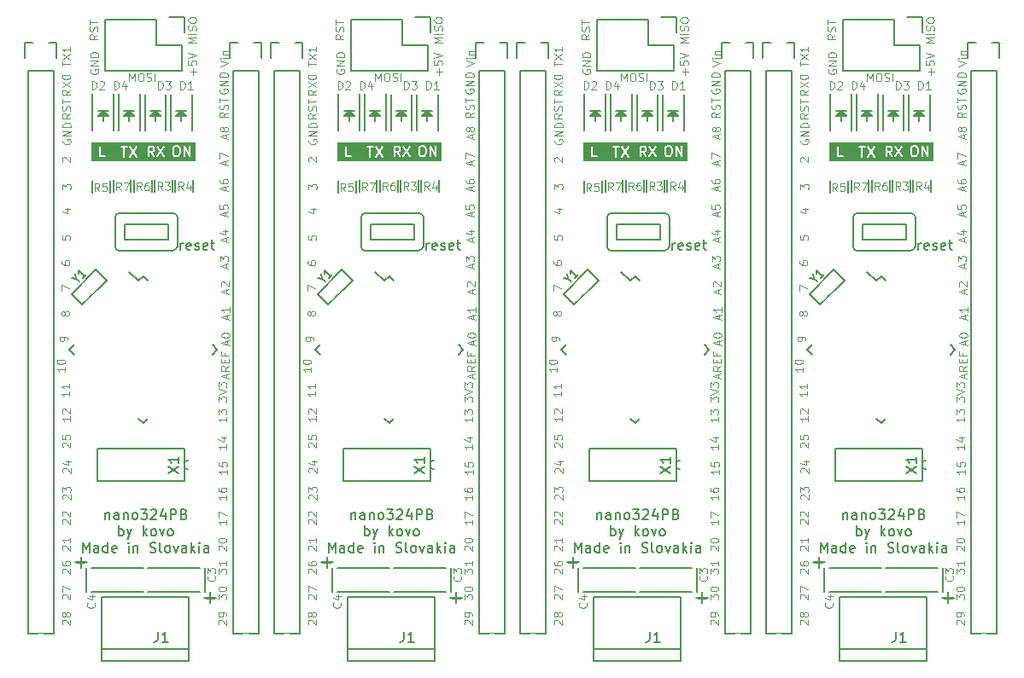
<source format=gto>
G04 #@! TF.GenerationSoftware,KiCad,Pcbnew,5.1.0-rc1-unknown-e6a200b~76~ubuntu16.04.1*
G04 #@! TF.CreationDate,2019-02-18T11:20:04+01:00
G04 #@! TF.ProjectId,nano324,6e616e6f-3332-4342-9e6b-696361645f70,rev?*
G04 #@! TF.SameCoordinates,Original*
G04 #@! TF.FileFunction,Legend,Top*
G04 #@! TF.FilePolarity,Positive*
%FSLAX46Y46*%
G04 Gerber Fmt 4.6, Leading zero omitted, Abs format (unit mm)*
G04 Created by KiCad (PCBNEW 5.1.0-rc1-unknown-e6a200b~76~ubuntu16.04.1) date 2019-02-18 11:20:04*
%MOMM*%
%LPD*%
G04 APERTURE LIST*
%ADD10C,0.100000*%
%ADD11C,0.150000*%
%ADD12C,2.540000*%
%ADD13R,1.300000X1.500000*%
%ADD14O,1.727200X1.727200*%
%ADD15R,1.727200X1.727200*%
%ADD16R,1.800860X1.597660*%
%ADD17R,2.032000X1.727200*%
%ADD18O,2.032000X1.727200*%
%ADD19C,1.000760*%
%ADD20C,1.000760*%
%ADD21C,0.550000*%
%ADD22R,2.148840X1.501140*%
%ADD23C,0.600000*%
%ADD24R,1.500000X1.400000*%
%ADD25O,1.000000X1.550000*%
%ADD26O,1.250000X0.950000*%
%ADD27R,0.400000X1.350000*%
G04 APERTURE END LIST*
D10*
X188182295Y-128117523D02*
X188144200Y-128079428D01*
X188106104Y-128003238D01*
X188106104Y-127812761D01*
X188144200Y-127736571D01*
X188182295Y-127698476D01*
X188258485Y-127660380D01*
X188334676Y-127660380D01*
X188448961Y-127698476D01*
X188906104Y-128155619D01*
X188906104Y-127660380D01*
X188906104Y-126898476D02*
X188906104Y-127355619D01*
X188906104Y-127127047D02*
X188106104Y-127127047D01*
X188220390Y-127203238D01*
X188296580Y-127279428D01*
X188334676Y-127355619D01*
G36*
X201244200Y-89382600D02*
G01*
X191008000Y-89382600D01*
X191008000Y-87604600D01*
X201244200Y-87604600D01*
X201244200Y-89382600D01*
G37*
X201244200Y-89382600D02*
X191008000Y-89382600D01*
X191008000Y-87604600D01*
X201244200Y-87604600D01*
X201244200Y-89382600D01*
X188106104Y-80047976D02*
X188106104Y-79590833D01*
X188906104Y-79819404D02*
X188106104Y-79819404D01*
X188106104Y-79400357D02*
X188906104Y-78867023D01*
X188106104Y-78867023D02*
X188906104Y-79400357D01*
X188906104Y-78143214D02*
X188906104Y-78600357D01*
X188906104Y-78371785D02*
X188106104Y-78371785D01*
X188220390Y-78447976D01*
X188296580Y-78524166D01*
X188334676Y-78600357D01*
X188906104Y-82429285D02*
X188525152Y-82695952D01*
X188906104Y-82886428D02*
X188106104Y-82886428D01*
X188106104Y-82581666D01*
X188144200Y-82505476D01*
X188182295Y-82467380D01*
X188258485Y-82429285D01*
X188372771Y-82429285D01*
X188448961Y-82467380D01*
X188487057Y-82505476D01*
X188525152Y-82581666D01*
X188525152Y-82886428D01*
X188106104Y-82162619D02*
X188906104Y-81629285D01*
X188106104Y-81629285D02*
X188906104Y-82162619D01*
X188106104Y-81172142D02*
X188106104Y-81095952D01*
X188144200Y-81019761D01*
X188182295Y-80981666D01*
X188258485Y-80943571D01*
X188410866Y-80905476D01*
X188601342Y-80905476D01*
X188753723Y-80943571D01*
X188829914Y-80981666D01*
X188868009Y-81019761D01*
X188906104Y-81095952D01*
X188906104Y-81172142D01*
X188868009Y-81248333D01*
X188829914Y-81286428D01*
X188753723Y-81324523D01*
X188601342Y-81362619D01*
X188410866Y-81362619D01*
X188258485Y-81324523D01*
X188182295Y-81286428D01*
X188144200Y-81248333D01*
X188106104Y-81172142D01*
D11*
X192392800Y-124373714D02*
X192392800Y-125040380D01*
X192392800Y-124468952D02*
X192440419Y-124421333D01*
X192535657Y-124373714D01*
X192678514Y-124373714D01*
X192773752Y-124421333D01*
X192821371Y-124516571D01*
X192821371Y-125040380D01*
X193726133Y-125040380D02*
X193726133Y-124516571D01*
X193678514Y-124421333D01*
X193583276Y-124373714D01*
X193392800Y-124373714D01*
X193297561Y-124421333D01*
X193726133Y-124992761D02*
X193630895Y-125040380D01*
X193392800Y-125040380D01*
X193297561Y-124992761D01*
X193249942Y-124897523D01*
X193249942Y-124802285D01*
X193297561Y-124707047D01*
X193392800Y-124659428D01*
X193630895Y-124659428D01*
X193726133Y-124611809D01*
X194202323Y-124373714D02*
X194202323Y-125040380D01*
X194202323Y-124468952D02*
X194249942Y-124421333D01*
X194345180Y-124373714D01*
X194488038Y-124373714D01*
X194583276Y-124421333D01*
X194630895Y-124516571D01*
X194630895Y-125040380D01*
X195249942Y-125040380D02*
X195154704Y-124992761D01*
X195107085Y-124945142D01*
X195059466Y-124849904D01*
X195059466Y-124564190D01*
X195107085Y-124468952D01*
X195154704Y-124421333D01*
X195249942Y-124373714D01*
X195392800Y-124373714D01*
X195488038Y-124421333D01*
X195535657Y-124468952D01*
X195583276Y-124564190D01*
X195583276Y-124849904D01*
X195535657Y-124945142D01*
X195488038Y-124992761D01*
X195392800Y-125040380D01*
X195249942Y-125040380D01*
X195916609Y-124040380D02*
X196535657Y-124040380D01*
X196202323Y-124421333D01*
X196345180Y-124421333D01*
X196440419Y-124468952D01*
X196488038Y-124516571D01*
X196535657Y-124611809D01*
X196535657Y-124849904D01*
X196488038Y-124945142D01*
X196440419Y-124992761D01*
X196345180Y-125040380D01*
X196059466Y-125040380D01*
X195964228Y-124992761D01*
X195916609Y-124945142D01*
X196916609Y-124135619D02*
X196964228Y-124088000D01*
X197059466Y-124040380D01*
X197297561Y-124040380D01*
X197392800Y-124088000D01*
X197440419Y-124135619D01*
X197488038Y-124230857D01*
X197488038Y-124326095D01*
X197440419Y-124468952D01*
X196868990Y-125040380D01*
X197488038Y-125040380D01*
X198345180Y-124373714D02*
X198345180Y-125040380D01*
X198107085Y-123992761D02*
X197868990Y-124707047D01*
X198488038Y-124707047D01*
X198868990Y-125040380D02*
X198868990Y-124040380D01*
X199249942Y-124040380D01*
X199345180Y-124088000D01*
X199392800Y-124135619D01*
X199440419Y-124230857D01*
X199440419Y-124373714D01*
X199392800Y-124468952D01*
X199345180Y-124516571D01*
X199249942Y-124564190D01*
X198868990Y-124564190D01*
X200202323Y-124516571D02*
X200345180Y-124564190D01*
X200392800Y-124611809D01*
X200440419Y-124707047D01*
X200440419Y-124849904D01*
X200392800Y-124945142D01*
X200345180Y-124992761D01*
X200249942Y-125040380D01*
X199868990Y-125040380D01*
X199868990Y-124040380D01*
X200202323Y-124040380D01*
X200297561Y-124088000D01*
X200345180Y-124135619D01*
X200392800Y-124230857D01*
X200392800Y-124326095D01*
X200345180Y-124421333D01*
X200297561Y-124468952D01*
X200202323Y-124516571D01*
X199868990Y-124516571D01*
X193726133Y-126690380D02*
X193726133Y-125690380D01*
X193726133Y-126071333D02*
X193821371Y-126023714D01*
X194011847Y-126023714D01*
X194107085Y-126071333D01*
X194154704Y-126118952D01*
X194202323Y-126214190D01*
X194202323Y-126499904D01*
X194154704Y-126595142D01*
X194107085Y-126642761D01*
X194011847Y-126690380D01*
X193821371Y-126690380D01*
X193726133Y-126642761D01*
X194535657Y-126023714D02*
X194773752Y-126690380D01*
X195011847Y-126023714D02*
X194773752Y-126690380D01*
X194678514Y-126928476D01*
X194630895Y-126976095D01*
X194535657Y-127023714D01*
X196154704Y-126690380D02*
X196154704Y-125690380D01*
X196249942Y-126309428D02*
X196535657Y-126690380D01*
X196535657Y-126023714D02*
X196154704Y-126404666D01*
X197107085Y-126690380D02*
X197011847Y-126642761D01*
X196964228Y-126595142D01*
X196916609Y-126499904D01*
X196916609Y-126214190D01*
X196964228Y-126118952D01*
X197011847Y-126071333D01*
X197107085Y-126023714D01*
X197249942Y-126023714D01*
X197345180Y-126071333D01*
X197392800Y-126118952D01*
X197440419Y-126214190D01*
X197440419Y-126499904D01*
X197392800Y-126595142D01*
X197345180Y-126642761D01*
X197249942Y-126690380D01*
X197107085Y-126690380D01*
X197773752Y-126023714D02*
X198011847Y-126690380D01*
X198249942Y-126023714D01*
X198773752Y-126690380D02*
X198678514Y-126642761D01*
X198630895Y-126595142D01*
X198583276Y-126499904D01*
X198583276Y-126214190D01*
X198630895Y-126118952D01*
X198678514Y-126071333D01*
X198773752Y-126023714D01*
X198916609Y-126023714D01*
X199011847Y-126071333D01*
X199059466Y-126118952D01*
X199107085Y-126214190D01*
X199107085Y-126499904D01*
X199059466Y-126595142D01*
X199011847Y-126642761D01*
X198916609Y-126690380D01*
X198773752Y-126690380D01*
X190154704Y-128340380D02*
X190154704Y-127340380D01*
X190488038Y-128054666D01*
X190821371Y-127340380D01*
X190821371Y-128340380D01*
X191726133Y-128340380D02*
X191726133Y-127816571D01*
X191678514Y-127721333D01*
X191583276Y-127673714D01*
X191392800Y-127673714D01*
X191297561Y-127721333D01*
X191726133Y-128292761D02*
X191630895Y-128340380D01*
X191392800Y-128340380D01*
X191297561Y-128292761D01*
X191249942Y-128197523D01*
X191249942Y-128102285D01*
X191297561Y-128007047D01*
X191392800Y-127959428D01*
X191630895Y-127959428D01*
X191726133Y-127911809D01*
X192630895Y-128340380D02*
X192630895Y-127340380D01*
X192630895Y-128292761D02*
X192535657Y-128340380D01*
X192345180Y-128340380D01*
X192249942Y-128292761D01*
X192202323Y-128245142D01*
X192154704Y-128149904D01*
X192154704Y-127864190D01*
X192202323Y-127768952D01*
X192249942Y-127721333D01*
X192345180Y-127673714D01*
X192535657Y-127673714D01*
X192630895Y-127721333D01*
X193488038Y-128292761D02*
X193392800Y-128340380D01*
X193202323Y-128340380D01*
X193107085Y-128292761D01*
X193059466Y-128197523D01*
X193059466Y-127816571D01*
X193107085Y-127721333D01*
X193202323Y-127673714D01*
X193392800Y-127673714D01*
X193488038Y-127721333D01*
X193535657Y-127816571D01*
X193535657Y-127911809D01*
X193059466Y-128007047D01*
X194726133Y-128340380D02*
X194726133Y-127673714D01*
X194726133Y-127340380D02*
X194678514Y-127388000D01*
X194726133Y-127435619D01*
X194773752Y-127388000D01*
X194726133Y-127340380D01*
X194726133Y-127435619D01*
X195202323Y-127673714D02*
X195202323Y-128340380D01*
X195202323Y-127768952D02*
X195249942Y-127721333D01*
X195345180Y-127673714D01*
X195488038Y-127673714D01*
X195583276Y-127721333D01*
X195630895Y-127816571D01*
X195630895Y-128340380D01*
X196821371Y-128292761D02*
X196964228Y-128340380D01*
X197202323Y-128340380D01*
X197297561Y-128292761D01*
X197345180Y-128245142D01*
X197392800Y-128149904D01*
X197392800Y-128054666D01*
X197345180Y-127959428D01*
X197297561Y-127911809D01*
X197202323Y-127864190D01*
X197011847Y-127816571D01*
X196916609Y-127768952D01*
X196868990Y-127721333D01*
X196821371Y-127626095D01*
X196821371Y-127530857D01*
X196868990Y-127435619D01*
X196916609Y-127388000D01*
X197011847Y-127340380D01*
X197249942Y-127340380D01*
X197392800Y-127388000D01*
X197964228Y-128340380D02*
X197868990Y-128292761D01*
X197821371Y-128197523D01*
X197821371Y-127340380D01*
X198488038Y-128340380D02*
X198392800Y-128292761D01*
X198345180Y-128245142D01*
X198297561Y-128149904D01*
X198297561Y-127864190D01*
X198345180Y-127768952D01*
X198392800Y-127721333D01*
X198488038Y-127673714D01*
X198630895Y-127673714D01*
X198726133Y-127721333D01*
X198773752Y-127768952D01*
X198821371Y-127864190D01*
X198821371Y-128149904D01*
X198773752Y-128245142D01*
X198726133Y-128292761D01*
X198630895Y-128340380D01*
X198488038Y-128340380D01*
X199154704Y-127673714D02*
X199392800Y-128340380D01*
X199630895Y-127673714D01*
X200440419Y-128340380D02*
X200440419Y-127816571D01*
X200392800Y-127721333D01*
X200297561Y-127673714D01*
X200107085Y-127673714D01*
X200011847Y-127721333D01*
X200440419Y-128292761D02*
X200345180Y-128340380D01*
X200107085Y-128340380D01*
X200011847Y-128292761D01*
X199964228Y-128197523D01*
X199964228Y-128102285D01*
X200011847Y-128007047D01*
X200107085Y-127959428D01*
X200345180Y-127959428D01*
X200440419Y-127911809D01*
X200916609Y-128340380D02*
X200916609Y-127340380D01*
X201011847Y-127959428D02*
X201297561Y-128340380D01*
X201297561Y-127673714D02*
X200916609Y-128054666D01*
X201726133Y-128340380D02*
X201726133Y-127673714D01*
X201726133Y-127340380D02*
X201678514Y-127388000D01*
X201726133Y-127435619D01*
X201773752Y-127388000D01*
X201726133Y-127340380D01*
X201726133Y-127435619D01*
X202630895Y-128340380D02*
X202630895Y-127816571D01*
X202583276Y-127721333D01*
X202488038Y-127673714D01*
X202297561Y-127673714D01*
X202202323Y-127721333D01*
X202630895Y-128292761D02*
X202535657Y-128340380D01*
X202297561Y-128340380D01*
X202202323Y-128292761D01*
X202154704Y-128197523D01*
X202154704Y-128102285D01*
X202202323Y-128007047D01*
X202297561Y-127959428D01*
X202535657Y-127959428D01*
X202630895Y-127911809D01*
X199853752Y-98293180D02*
X199853752Y-97626514D01*
X199853752Y-97816990D02*
X199901371Y-97721752D01*
X199948990Y-97674133D01*
X200044228Y-97626514D01*
X200139466Y-97626514D01*
X200853752Y-98245561D02*
X200758514Y-98293180D01*
X200568038Y-98293180D01*
X200472800Y-98245561D01*
X200425180Y-98150323D01*
X200425180Y-97769371D01*
X200472800Y-97674133D01*
X200568038Y-97626514D01*
X200758514Y-97626514D01*
X200853752Y-97674133D01*
X200901371Y-97769371D01*
X200901371Y-97864609D01*
X200425180Y-97959847D01*
X201282323Y-98245561D02*
X201377561Y-98293180D01*
X201568038Y-98293180D01*
X201663276Y-98245561D01*
X201710895Y-98150323D01*
X201710895Y-98102704D01*
X201663276Y-98007466D01*
X201568038Y-97959847D01*
X201425180Y-97959847D01*
X201329942Y-97912228D01*
X201282323Y-97816990D01*
X201282323Y-97769371D01*
X201329942Y-97674133D01*
X201425180Y-97626514D01*
X201568038Y-97626514D01*
X201663276Y-97674133D01*
X202520419Y-98245561D02*
X202425180Y-98293180D01*
X202234704Y-98293180D01*
X202139466Y-98245561D01*
X202091847Y-98150323D01*
X202091847Y-97769371D01*
X202139466Y-97674133D01*
X202234704Y-97626514D01*
X202425180Y-97626514D01*
X202520419Y-97674133D01*
X202568038Y-97769371D01*
X202568038Y-97864609D01*
X202091847Y-97959847D01*
X202853752Y-97626514D02*
X203234704Y-97626514D01*
X202996609Y-97293180D02*
X202996609Y-98150323D01*
X203044228Y-98245561D01*
X203139466Y-98293180D01*
X203234704Y-98293180D01*
D10*
X204298533Y-92392428D02*
X204298533Y-92011476D01*
X204527104Y-92468619D02*
X203727104Y-92201952D01*
X204527104Y-91935285D01*
X203727104Y-91325761D02*
X203727104Y-91478142D01*
X203765200Y-91554333D01*
X203803295Y-91592428D01*
X203917580Y-91668619D01*
X204069961Y-91706714D01*
X204374723Y-91706714D01*
X204450914Y-91668619D01*
X204489009Y-91630523D01*
X204527104Y-91554333D01*
X204527104Y-91401952D01*
X204489009Y-91325761D01*
X204450914Y-91287666D01*
X204374723Y-91249571D01*
X204184247Y-91249571D01*
X204108057Y-91287666D01*
X204069961Y-91325761D01*
X204031866Y-91401952D01*
X204031866Y-91554333D01*
X204069961Y-91630523D01*
X204108057Y-91668619D01*
X204184247Y-91706714D01*
X204362033Y-87248928D02*
X204362033Y-86867976D01*
X204590604Y-87325119D02*
X203790604Y-87058452D01*
X204590604Y-86791785D01*
X204133461Y-86410833D02*
X204095366Y-86487023D01*
X204057271Y-86525119D01*
X203981080Y-86563214D01*
X203942985Y-86563214D01*
X203866795Y-86525119D01*
X203828700Y-86487023D01*
X203790604Y-86410833D01*
X203790604Y-86258452D01*
X203828700Y-86182261D01*
X203866795Y-86144166D01*
X203942985Y-86106071D01*
X203981080Y-86106071D01*
X204057271Y-86144166D01*
X204095366Y-86182261D01*
X204133461Y-86258452D01*
X204133461Y-86410833D01*
X204171557Y-86487023D01*
X204209652Y-86525119D01*
X204285842Y-86563214D01*
X204438223Y-86563214D01*
X204514414Y-86525119D01*
X204552509Y-86487023D01*
X204590604Y-86410833D01*
X204590604Y-86258452D01*
X204552509Y-86182261D01*
X204514414Y-86144166D01*
X204438223Y-86106071D01*
X204285842Y-86106071D01*
X204209652Y-86144166D01*
X204171557Y-86182261D01*
X204133461Y-86258452D01*
X203676295Y-135483523D02*
X203638200Y-135445428D01*
X203600104Y-135369238D01*
X203600104Y-135178761D01*
X203638200Y-135102571D01*
X203676295Y-135064476D01*
X203752485Y-135026380D01*
X203828676Y-135026380D01*
X203942961Y-135064476D01*
X204400104Y-135521619D01*
X204400104Y-135026380D01*
X204400104Y-134645428D02*
X204400104Y-134493047D01*
X204362009Y-134416857D01*
X204323914Y-134378761D01*
X204209628Y-134302571D01*
X204057247Y-134264476D01*
X203752485Y-134264476D01*
X203676295Y-134302571D01*
X203638200Y-134340666D01*
X203600104Y-134416857D01*
X203600104Y-134569238D01*
X203638200Y-134645428D01*
X203676295Y-134683523D01*
X203752485Y-134721619D01*
X203942961Y-134721619D01*
X204019152Y-134683523D01*
X204057247Y-134645428D01*
X204095342Y-134569238D01*
X204095342Y-134416857D01*
X204057247Y-134340666D01*
X204019152Y-134302571D01*
X203942961Y-134264476D01*
X203600104Y-113385476D02*
X203600104Y-112890238D01*
X203904866Y-113156904D01*
X203904866Y-113042619D01*
X203942961Y-112966428D01*
X203981057Y-112928333D01*
X204057247Y-112890238D01*
X204247723Y-112890238D01*
X204323914Y-112928333D01*
X204362009Y-112966428D01*
X204400104Y-113042619D01*
X204400104Y-113271190D01*
X204362009Y-113347380D01*
X204323914Y-113385476D01*
X203600104Y-112661666D02*
X204400104Y-112395000D01*
X203600104Y-112128333D01*
X203600104Y-111937857D02*
X203600104Y-111442619D01*
X203904866Y-111709285D01*
X203904866Y-111595000D01*
X203942961Y-111518809D01*
X203981057Y-111480714D01*
X204057247Y-111442619D01*
X204247723Y-111442619D01*
X204323914Y-111480714D01*
X204362009Y-111518809D01*
X204400104Y-111595000D01*
X204400104Y-111823571D01*
X204362009Y-111899761D01*
X204323914Y-111937857D01*
X188131504Y-96875623D02*
X188131504Y-97256576D01*
X188512457Y-97294671D01*
X188474361Y-97256576D01*
X188436266Y-97180385D01*
X188436266Y-96989909D01*
X188474361Y-96913719D01*
X188512457Y-96875623D01*
X188588647Y-96837528D01*
X188779123Y-96837528D01*
X188855314Y-96875623D01*
X188893409Y-96913719D01*
X188931504Y-96989909D01*
X188931504Y-97180385D01*
X188893409Y-97256576D01*
X188855314Y-97294671D01*
X188842604Y-112356880D02*
X188842604Y-112814023D01*
X188842604Y-112585452D02*
X188042604Y-112585452D01*
X188156890Y-112661642D01*
X188233080Y-112737833D01*
X188271176Y-112814023D01*
X188842604Y-111594976D02*
X188842604Y-112052119D01*
X188842604Y-111823547D02*
X188042604Y-111823547D01*
X188156890Y-111899738D01*
X188233080Y-111975928D01*
X188271176Y-112052119D01*
X188372761Y-104673390D02*
X188334666Y-104749580D01*
X188296571Y-104787676D01*
X188220380Y-104825771D01*
X188182285Y-104825771D01*
X188106095Y-104787676D01*
X188068000Y-104749580D01*
X188029904Y-104673390D01*
X188029904Y-104521009D01*
X188068000Y-104444819D01*
X188106095Y-104406723D01*
X188182285Y-104368628D01*
X188220380Y-104368628D01*
X188296571Y-104406723D01*
X188334666Y-104444819D01*
X188372761Y-104521009D01*
X188372761Y-104673390D01*
X188410857Y-104749580D01*
X188448952Y-104787676D01*
X188525142Y-104825771D01*
X188677523Y-104825771D01*
X188753714Y-104787676D01*
X188791809Y-104749580D01*
X188829904Y-104673390D01*
X188829904Y-104521009D01*
X188791809Y-104444819D01*
X188753714Y-104406723D01*
X188677523Y-104368628D01*
X188525142Y-104368628D01*
X188448952Y-104406723D01*
X188410857Y-104444819D01*
X188372761Y-104521009D01*
X204298533Y-89852428D02*
X204298533Y-89471476D01*
X204527104Y-89928619D02*
X203727104Y-89661952D01*
X204527104Y-89395285D01*
X203727104Y-89204809D02*
X203727104Y-88671476D01*
X204527104Y-89014333D01*
X204400104Y-125120380D02*
X204400104Y-125577523D01*
X204400104Y-125348952D02*
X203600104Y-125348952D01*
X203714390Y-125425142D01*
X203790580Y-125501333D01*
X203828676Y-125577523D01*
X203600104Y-124853714D02*
X203600104Y-124320380D01*
X204400104Y-124663238D01*
X204527104Y-84639095D02*
X204146152Y-84905761D01*
X204527104Y-85096238D02*
X203727104Y-85096238D01*
X203727104Y-84791476D01*
X203765200Y-84715285D01*
X203803295Y-84677190D01*
X203879485Y-84639095D01*
X203993771Y-84639095D01*
X204069961Y-84677190D01*
X204108057Y-84715285D01*
X204146152Y-84791476D01*
X204146152Y-85096238D01*
X204489009Y-84334333D02*
X204527104Y-84220047D01*
X204527104Y-84029571D01*
X204489009Y-83953380D01*
X204450914Y-83915285D01*
X204374723Y-83877190D01*
X204298533Y-83877190D01*
X204222342Y-83915285D01*
X204184247Y-83953380D01*
X204146152Y-84029571D01*
X204108057Y-84181952D01*
X204069961Y-84258142D01*
X204031866Y-84296238D01*
X203955676Y-84334333D01*
X203879485Y-84334333D01*
X203803295Y-84296238D01*
X203765200Y-84258142D01*
X203727104Y-84181952D01*
X203727104Y-83991476D01*
X203765200Y-83877190D01*
X203727104Y-83648619D02*
X203727104Y-83191476D01*
X204527104Y-83420047D02*
X203727104Y-83420047D01*
X204400104Y-114896880D02*
X204400104Y-115354023D01*
X204400104Y-115125452D02*
X203600104Y-115125452D01*
X203714390Y-115201642D01*
X203790580Y-115277833D01*
X203828676Y-115354023D01*
X203600104Y-114630214D02*
X203600104Y-114134976D01*
X203904866Y-114401642D01*
X203904866Y-114287357D01*
X203942961Y-114211166D01*
X203981057Y-114173071D01*
X204057247Y-114134976D01*
X204247723Y-114134976D01*
X204323914Y-114173071D01*
X204362009Y-114211166D01*
X204400104Y-114287357D01*
X204400104Y-114515928D01*
X204362009Y-114592119D01*
X204323914Y-114630214D01*
X203676295Y-128117523D02*
X203638200Y-128079428D01*
X203600104Y-128003238D01*
X203600104Y-127812761D01*
X203638200Y-127736571D01*
X203676295Y-127698476D01*
X203752485Y-127660380D01*
X203828676Y-127660380D01*
X203942961Y-127698476D01*
X204400104Y-128155619D01*
X204400104Y-127660380D01*
X203600104Y-127165142D02*
X203600104Y-127088952D01*
X203638200Y-127012761D01*
X203676295Y-126974666D01*
X203752485Y-126936571D01*
X203904866Y-126898476D01*
X204095342Y-126898476D01*
X204247723Y-126936571D01*
X204323914Y-126974666D01*
X204362009Y-127012761D01*
X204400104Y-127088952D01*
X204400104Y-127165142D01*
X204362009Y-127241333D01*
X204323914Y-127279428D01*
X204247723Y-127317523D01*
X204095342Y-127355619D01*
X203904866Y-127355619D01*
X203752485Y-127317523D01*
X203676295Y-127279428D01*
X203638200Y-127241333D01*
X203600104Y-127165142D01*
X204400104Y-117627380D02*
X204400104Y-118084523D01*
X204400104Y-117855952D02*
X203600104Y-117855952D01*
X203714390Y-117932142D01*
X203790580Y-118008333D01*
X203828676Y-118084523D01*
X203866771Y-116941666D02*
X204400104Y-116941666D01*
X203562009Y-117132142D02*
X204133438Y-117322619D01*
X204133438Y-116827380D01*
X204425533Y-102615928D02*
X204425533Y-102234976D01*
X204654104Y-102692119D02*
X203854104Y-102425452D01*
X204654104Y-102158785D01*
X203930295Y-101930214D02*
X203892200Y-101892119D01*
X203854104Y-101815928D01*
X203854104Y-101625452D01*
X203892200Y-101549261D01*
X203930295Y-101511166D01*
X204006485Y-101473071D01*
X204082676Y-101473071D01*
X204196961Y-101511166D01*
X204654104Y-101968309D01*
X204654104Y-101473071D01*
X203600104Y-132981619D02*
X203600104Y-132486380D01*
X203904866Y-132753047D01*
X203904866Y-132638761D01*
X203942961Y-132562571D01*
X203981057Y-132524476D01*
X204057247Y-132486380D01*
X204247723Y-132486380D01*
X204323914Y-132524476D01*
X204362009Y-132562571D01*
X204400104Y-132638761D01*
X204400104Y-132867333D01*
X204362009Y-132943523D01*
X204323914Y-132981619D01*
X203600104Y-131991142D02*
X203600104Y-131914952D01*
X203638200Y-131838761D01*
X203676295Y-131800666D01*
X203752485Y-131762571D01*
X203904866Y-131724476D01*
X204095342Y-131724476D01*
X204247723Y-131762571D01*
X204323914Y-131800666D01*
X204362009Y-131838761D01*
X204400104Y-131914952D01*
X204400104Y-131991142D01*
X204362009Y-132067333D01*
X204323914Y-132105428D01*
X204247723Y-132143523D01*
X204095342Y-132181619D01*
X203904866Y-132181619D01*
X203752485Y-132143523D01*
X203676295Y-132105428D01*
X203638200Y-132067333D01*
X203600104Y-131991142D01*
X204463604Y-120103880D02*
X204463604Y-120561023D01*
X204463604Y-120332452D02*
X203663604Y-120332452D01*
X203777890Y-120408642D01*
X203854080Y-120484833D01*
X203892176Y-120561023D01*
X203663604Y-119380071D02*
X203663604Y-119761023D01*
X204044557Y-119799119D01*
X204006461Y-119761023D01*
X203968366Y-119684833D01*
X203968366Y-119494357D01*
X204006461Y-119418166D01*
X204044557Y-119380071D01*
X204120747Y-119341976D01*
X204311223Y-119341976D01*
X204387414Y-119380071D01*
X204425509Y-119418166D01*
X204463604Y-119494357D01*
X204463604Y-119684833D01*
X204425509Y-119761023D01*
X204387414Y-119799119D01*
X188194995Y-117868623D02*
X188156900Y-117830528D01*
X188118804Y-117754338D01*
X188118804Y-117563861D01*
X188156900Y-117487671D01*
X188194995Y-117449576D01*
X188271185Y-117411480D01*
X188347376Y-117411480D01*
X188461661Y-117449576D01*
X188918804Y-117906719D01*
X188918804Y-117411480D01*
X188118804Y-116687671D02*
X188118804Y-117068623D01*
X188499757Y-117106719D01*
X188461661Y-117068623D01*
X188423566Y-116992433D01*
X188423566Y-116801957D01*
X188461661Y-116725766D01*
X188499757Y-116687671D01*
X188575947Y-116649576D01*
X188766423Y-116649576D01*
X188842614Y-116687671D01*
X188880709Y-116725766D01*
X188918804Y-116801957D01*
X188918804Y-116992433D01*
X188880709Y-117068623D01*
X188842614Y-117106719D01*
X188652104Y-107276880D02*
X188652104Y-107124500D01*
X188614009Y-107048309D01*
X188575914Y-107010214D01*
X188461628Y-106934023D01*
X188309247Y-106895928D01*
X188004485Y-106895928D01*
X187928295Y-106934023D01*
X187890200Y-106972119D01*
X187852104Y-107048309D01*
X187852104Y-107200690D01*
X187890200Y-107276880D01*
X187928295Y-107314976D01*
X188004485Y-107353071D01*
X188194961Y-107353071D01*
X188271152Y-107314976D01*
X188309247Y-107276880D01*
X188347342Y-107200690D01*
X188347342Y-107048309D01*
X188309247Y-106972119D01*
X188271152Y-106934023D01*
X188194961Y-106895928D01*
X188169604Y-92278166D02*
X188169604Y-91782928D01*
X188474366Y-92049595D01*
X188474366Y-91935309D01*
X188512461Y-91859119D01*
X188550557Y-91821023D01*
X188626747Y-91782928D01*
X188817223Y-91782928D01*
X188893414Y-91821023D01*
X188931509Y-91859119D01*
X188969604Y-91935309D01*
X188969604Y-92163880D01*
X188931509Y-92240071D01*
X188893414Y-92278166D01*
X188398104Y-109943880D02*
X188398104Y-110401023D01*
X188398104Y-110172452D02*
X187598104Y-110172452D01*
X187712390Y-110248642D01*
X187788580Y-110324833D01*
X187826676Y-110401023D01*
X187598104Y-109448642D02*
X187598104Y-109372452D01*
X187636200Y-109296261D01*
X187674295Y-109258166D01*
X187750485Y-109220071D01*
X187902866Y-109181976D01*
X188093342Y-109181976D01*
X188245723Y-109220071D01*
X188321914Y-109258166D01*
X188360009Y-109296261D01*
X188398104Y-109372452D01*
X188398104Y-109448642D01*
X188360009Y-109524833D01*
X188321914Y-109562928D01*
X188245723Y-109601023D01*
X188093342Y-109639119D01*
X187902866Y-109639119D01*
X187750485Y-109601023D01*
X187674295Y-109562928D01*
X187636200Y-109524833D01*
X187598104Y-109448642D01*
X204489033Y-107695928D02*
X204489033Y-107314976D01*
X204717604Y-107772119D02*
X203917604Y-107505452D01*
X204717604Y-107238785D01*
X203917604Y-106819738D02*
X203917604Y-106743547D01*
X203955700Y-106667357D01*
X203993795Y-106629261D01*
X204069985Y-106591166D01*
X204222366Y-106553071D01*
X204412842Y-106553071D01*
X204565223Y-106591166D01*
X204641414Y-106629261D01*
X204679509Y-106667357D01*
X204717604Y-106743547D01*
X204717604Y-106819738D01*
X204679509Y-106895928D01*
X204641414Y-106934023D01*
X204565223Y-106972119D01*
X204412842Y-107010214D01*
X204222366Y-107010214D01*
X204069985Y-106972119D01*
X203993795Y-106934023D01*
X203955700Y-106895928D01*
X203917604Y-106819738D01*
X194780057Y-81540304D02*
X194780057Y-80740304D01*
X195046723Y-81311733D01*
X195313390Y-80740304D01*
X195313390Y-81540304D01*
X195846723Y-80740304D02*
X195999104Y-80740304D01*
X196075295Y-80778400D01*
X196151485Y-80854590D01*
X196189580Y-81006971D01*
X196189580Y-81273638D01*
X196151485Y-81426019D01*
X196075295Y-81502209D01*
X195999104Y-81540304D01*
X195846723Y-81540304D01*
X195770533Y-81502209D01*
X195694342Y-81426019D01*
X195656247Y-81273638D01*
X195656247Y-81006971D01*
X195694342Y-80854590D01*
X195770533Y-80778400D01*
X195846723Y-80740304D01*
X196494342Y-81502209D02*
X196608628Y-81540304D01*
X196799104Y-81540304D01*
X196875295Y-81502209D01*
X196913390Y-81464114D01*
X196951485Y-81387923D01*
X196951485Y-81311733D01*
X196913390Y-81235542D01*
X196875295Y-81197447D01*
X196799104Y-81159352D01*
X196646723Y-81121257D01*
X196570533Y-81083161D01*
X196532438Y-81045066D01*
X196494342Y-80968876D01*
X196494342Y-80892685D01*
X196532438Y-80816495D01*
X196570533Y-80778400D01*
X196646723Y-80740304D01*
X196837200Y-80740304D01*
X196951485Y-80778400D01*
X197294342Y-81540304D02*
X197294342Y-80740304D01*
X188182295Y-130403523D02*
X188144200Y-130365428D01*
X188106104Y-130289238D01*
X188106104Y-130098761D01*
X188144200Y-130022571D01*
X188182295Y-129984476D01*
X188258485Y-129946380D01*
X188334676Y-129946380D01*
X188448961Y-129984476D01*
X188906104Y-130441619D01*
X188906104Y-129946380D01*
X188106104Y-129260666D02*
X188106104Y-129413047D01*
X188144200Y-129489238D01*
X188182295Y-129527333D01*
X188296580Y-129603523D01*
X188448961Y-129641619D01*
X188753723Y-129641619D01*
X188829914Y-129603523D01*
X188868009Y-129565428D01*
X188906104Y-129489238D01*
X188906104Y-129336857D01*
X188868009Y-129260666D01*
X188829914Y-129222571D01*
X188753723Y-129184476D01*
X188563247Y-129184476D01*
X188487057Y-129222571D01*
X188448961Y-129260666D01*
X188410866Y-129336857D01*
X188410866Y-129489238D01*
X188448961Y-129565428D01*
X188487057Y-129603523D01*
X188563247Y-129641619D01*
X188258495Y-120434023D02*
X188220400Y-120395928D01*
X188182304Y-120319738D01*
X188182304Y-120129261D01*
X188220400Y-120053071D01*
X188258495Y-120014976D01*
X188334685Y-119976880D01*
X188410876Y-119976880D01*
X188525161Y-120014976D01*
X188982304Y-120472119D01*
X188982304Y-119976880D01*
X188448971Y-119291166D02*
X188982304Y-119291166D01*
X188144209Y-119481642D02*
X188715638Y-119672119D01*
X188715638Y-119176880D01*
X203600104Y-130441619D02*
X203600104Y-129946380D01*
X203904866Y-130213047D01*
X203904866Y-130098761D01*
X203942961Y-130022571D01*
X203981057Y-129984476D01*
X204057247Y-129946380D01*
X204247723Y-129946380D01*
X204323914Y-129984476D01*
X204362009Y-130022571D01*
X204400104Y-130098761D01*
X204400104Y-130327333D01*
X204362009Y-130403523D01*
X204323914Y-130441619D01*
X204400104Y-129184476D02*
X204400104Y-129641619D01*
X204400104Y-129413047D02*
X203600104Y-129413047D01*
X203714390Y-129489238D01*
X203790580Y-129565428D01*
X203828676Y-129641619D01*
X203790604Y-80067047D02*
X204590604Y-79800380D01*
X203790604Y-79533714D01*
X204590604Y-79267047D02*
X204057271Y-79267047D01*
X203790604Y-79267047D02*
X203828700Y-79305142D01*
X203866795Y-79267047D01*
X203828700Y-79228952D01*
X203790604Y-79267047D01*
X203866795Y-79267047D01*
X204057271Y-78886095D02*
X204590604Y-78886095D01*
X204133461Y-78886095D02*
X204095366Y-78848000D01*
X204057271Y-78771809D01*
X204057271Y-78657523D01*
X204095366Y-78581333D01*
X204171557Y-78543238D01*
X204590604Y-78543238D01*
X203765200Y-82334023D02*
X203727104Y-82410214D01*
X203727104Y-82524500D01*
X203765200Y-82638785D01*
X203841390Y-82714976D01*
X203917580Y-82753071D01*
X204069961Y-82791166D01*
X204184247Y-82791166D01*
X204336628Y-82753071D01*
X204412819Y-82714976D01*
X204489009Y-82638785D01*
X204527104Y-82524500D01*
X204527104Y-82448309D01*
X204489009Y-82334023D01*
X204450914Y-82295928D01*
X204184247Y-82295928D01*
X204184247Y-82448309D01*
X204527104Y-81953071D02*
X203727104Y-81953071D01*
X204527104Y-81495928D01*
X203727104Y-81495928D01*
X204527104Y-81114976D02*
X203727104Y-81114976D01*
X203727104Y-80924500D01*
X203765200Y-80810214D01*
X203841390Y-80734023D01*
X203917580Y-80695928D01*
X204069961Y-80657833D01*
X204184247Y-80657833D01*
X204336628Y-80695928D01*
X204412819Y-80734023D01*
X204489009Y-80810214D01*
X204527104Y-80924500D01*
X204527104Y-81114976D01*
X188245795Y-123037523D02*
X188207700Y-122999428D01*
X188169604Y-122923238D01*
X188169604Y-122732761D01*
X188207700Y-122656571D01*
X188245795Y-122618476D01*
X188321985Y-122580380D01*
X188398176Y-122580380D01*
X188512461Y-122618476D01*
X188969604Y-123075619D01*
X188969604Y-122580380D01*
X188169604Y-122313714D02*
X188169604Y-121818476D01*
X188474366Y-122085142D01*
X188474366Y-121970857D01*
X188512461Y-121894666D01*
X188550557Y-121856571D01*
X188626747Y-121818476D01*
X188817223Y-121818476D01*
X188893414Y-121856571D01*
X188931509Y-121894666D01*
X188969604Y-121970857D01*
X188969604Y-122199428D01*
X188931509Y-122275619D01*
X188893414Y-122313714D01*
X188055304Y-102336566D02*
X188055304Y-101803233D01*
X188855304Y-102146090D01*
X188207700Y-87350523D02*
X188169604Y-87426714D01*
X188169604Y-87541000D01*
X188207700Y-87655285D01*
X188283890Y-87731476D01*
X188360080Y-87769571D01*
X188512461Y-87807666D01*
X188626747Y-87807666D01*
X188779128Y-87769571D01*
X188855319Y-87731476D01*
X188931509Y-87655285D01*
X188969604Y-87541000D01*
X188969604Y-87464809D01*
X188931509Y-87350523D01*
X188893414Y-87312428D01*
X188626747Y-87312428D01*
X188626747Y-87464809D01*
X188969604Y-86969571D02*
X188169604Y-86969571D01*
X188969604Y-86512428D01*
X188169604Y-86512428D01*
X188969604Y-86131476D02*
X188169604Y-86131476D01*
X188169604Y-85941000D01*
X188207700Y-85826714D01*
X188283890Y-85750523D01*
X188360080Y-85712428D01*
X188512461Y-85674333D01*
X188626747Y-85674333D01*
X188779128Y-85712428D01*
X188855319Y-85750523D01*
X188931509Y-85826714D01*
X188969604Y-85941000D01*
X188969604Y-86131476D01*
X188194995Y-89560371D02*
X188156900Y-89522276D01*
X188118804Y-89446085D01*
X188118804Y-89255609D01*
X188156900Y-89179419D01*
X188194995Y-89141323D01*
X188271185Y-89103228D01*
X188347376Y-89103228D01*
X188461661Y-89141323D01*
X188918804Y-89598466D01*
X188918804Y-89103228D01*
X204489033Y-105155928D02*
X204489033Y-104774976D01*
X204717604Y-105232119D02*
X203917604Y-104965452D01*
X204717604Y-104698785D01*
X204717604Y-104013071D02*
X204717604Y-104470214D01*
X204717604Y-104241642D02*
X203917604Y-104241642D01*
X204031890Y-104317833D01*
X204108080Y-104394023D01*
X204146176Y-104470214D01*
X188182295Y-125514023D02*
X188144200Y-125475928D01*
X188106104Y-125399738D01*
X188106104Y-125209261D01*
X188144200Y-125133071D01*
X188182295Y-125094976D01*
X188258485Y-125056880D01*
X188334676Y-125056880D01*
X188448961Y-125094976D01*
X188906104Y-125552119D01*
X188906104Y-125056880D01*
X188182295Y-124752119D02*
X188144200Y-124714023D01*
X188106104Y-124637833D01*
X188106104Y-124447357D01*
X188144200Y-124371166D01*
X188182295Y-124333071D01*
X188258485Y-124294976D01*
X188334676Y-124294976D01*
X188448961Y-124333071D01*
X188906104Y-124790214D01*
X188906104Y-124294976D01*
X191649304Y-76917495D02*
X191268352Y-77184161D01*
X191649304Y-77374638D02*
X190849304Y-77374638D01*
X190849304Y-77069876D01*
X190887400Y-76993685D01*
X190925495Y-76955590D01*
X191001685Y-76917495D01*
X191115971Y-76917495D01*
X191192161Y-76955590D01*
X191230257Y-76993685D01*
X191268352Y-77069876D01*
X191268352Y-77374638D01*
X191611209Y-76612733D02*
X191649304Y-76498447D01*
X191649304Y-76307971D01*
X191611209Y-76231780D01*
X191573114Y-76193685D01*
X191496923Y-76155590D01*
X191420733Y-76155590D01*
X191344542Y-76193685D01*
X191306447Y-76231780D01*
X191268352Y-76307971D01*
X191230257Y-76460352D01*
X191192161Y-76536542D01*
X191154066Y-76574638D01*
X191077876Y-76612733D01*
X191001685Y-76612733D01*
X190925495Y-76574638D01*
X190887400Y-76536542D01*
X190849304Y-76460352D01*
X190849304Y-76269876D01*
X190887400Y-76155590D01*
X190849304Y-75927019D02*
X190849304Y-75469876D01*
X191649304Y-75698447D02*
X190849304Y-75698447D01*
X204425533Y-111023238D02*
X204425533Y-110642285D01*
X204654104Y-111099428D02*
X203854104Y-110832761D01*
X204654104Y-110566095D01*
X204654104Y-109842285D02*
X204273152Y-110108952D01*
X204654104Y-110299428D02*
X203854104Y-110299428D01*
X203854104Y-109994666D01*
X203892200Y-109918476D01*
X203930295Y-109880380D01*
X204006485Y-109842285D01*
X204120771Y-109842285D01*
X204196961Y-109880380D01*
X204235057Y-109918476D01*
X204273152Y-109994666D01*
X204273152Y-110299428D01*
X204235057Y-109499428D02*
X204235057Y-109232761D01*
X204654104Y-109118476D02*
X204654104Y-109499428D01*
X203854104Y-109499428D01*
X203854104Y-109118476D01*
X204235057Y-108508952D02*
X204235057Y-108775619D01*
X204654104Y-108775619D02*
X203854104Y-108775619D01*
X203854104Y-108394666D01*
X188906104Y-84766095D02*
X188525152Y-85032761D01*
X188906104Y-85223238D02*
X188106104Y-85223238D01*
X188106104Y-84918476D01*
X188144200Y-84842285D01*
X188182295Y-84804190D01*
X188258485Y-84766095D01*
X188372771Y-84766095D01*
X188448961Y-84804190D01*
X188487057Y-84842285D01*
X188525152Y-84918476D01*
X188525152Y-85223238D01*
X188868009Y-84461333D02*
X188906104Y-84347047D01*
X188906104Y-84156571D01*
X188868009Y-84080380D01*
X188829914Y-84042285D01*
X188753723Y-84004190D01*
X188677533Y-84004190D01*
X188601342Y-84042285D01*
X188563247Y-84080380D01*
X188525152Y-84156571D01*
X188487057Y-84308952D01*
X188448961Y-84385142D01*
X188410866Y-84423238D01*
X188334676Y-84461333D01*
X188258485Y-84461333D01*
X188182295Y-84423238D01*
X188144200Y-84385142D01*
X188106104Y-84308952D01*
X188106104Y-84118476D01*
X188144200Y-84004190D01*
X188106104Y-83775619D02*
X188106104Y-83318476D01*
X188906104Y-83547047D02*
X188106104Y-83547047D01*
X188182295Y-132943523D02*
X188144200Y-132905428D01*
X188106104Y-132829238D01*
X188106104Y-132638761D01*
X188144200Y-132562571D01*
X188182295Y-132524476D01*
X188258485Y-132486380D01*
X188334676Y-132486380D01*
X188448961Y-132524476D01*
X188906104Y-132981619D01*
X188906104Y-132486380D01*
X188106104Y-132219714D02*
X188106104Y-131686380D01*
X188906104Y-132029238D01*
X188182295Y-135483523D02*
X188144200Y-135445428D01*
X188106104Y-135369238D01*
X188106104Y-135178761D01*
X188144200Y-135102571D01*
X188182295Y-135064476D01*
X188258485Y-135026380D01*
X188334676Y-135026380D01*
X188448961Y-135064476D01*
X188906104Y-135521619D01*
X188906104Y-135026380D01*
X188448961Y-134569238D02*
X188410866Y-134645428D01*
X188372771Y-134683523D01*
X188296580Y-134721619D01*
X188258485Y-134721619D01*
X188182295Y-134683523D01*
X188144200Y-134645428D01*
X188106104Y-134569238D01*
X188106104Y-134416857D01*
X188144200Y-134340666D01*
X188182295Y-134302571D01*
X188258485Y-134264476D01*
X188296580Y-134264476D01*
X188372771Y-134302571D01*
X188410866Y-134340666D01*
X188448961Y-134416857D01*
X188448961Y-134569238D01*
X188487057Y-134645428D01*
X188525152Y-134683523D01*
X188601342Y-134721619D01*
X188753723Y-134721619D01*
X188829914Y-134683523D01*
X188868009Y-134645428D01*
X188906104Y-134569238D01*
X188906104Y-134416857D01*
X188868009Y-134340666D01*
X188829914Y-134302571D01*
X188753723Y-134264476D01*
X188601342Y-134264476D01*
X188525152Y-134302571D01*
X188487057Y-134340666D01*
X188448961Y-134416857D01*
X204298533Y-94932428D02*
X204298533Y-94551476D01*
X204527104Y-95008619D02*
X203727104Y-94741952D01*
X204527104Y-94475285D01*
X203727104Y-93827666D02*
X203727104Y-94208619D01*
X204108057Y-94246714D01*
X204069961Y-94208619D01*
X204031866Y-94132428D01*
X204031866Y-93941952D01*
X204069961Y-93865761D01*
X204108057Y-93827666D01*
X204184247Y-93789571D01*
X204374723Y-93789571D01*
X204450914Y-93827666D01*
X204489009Y-93865761D01*
X204527104Y-93941952D01*
X204527104Y-94132428D01*
X204489009Y-94208619D01*
X204450914Y-94246714D01*
X204362033Y-97472428D02*
X204362033Y-97091476D01*
X204590604Y-97548619D02*
X203790604Y-97281952D01*
X204590604Y-97015285D01*
X204057271Y-96405761D02*
X204590604Y-96405761D01*
X203752509Y-96596238D02*
X204323938Y-96786714D01*
X204323938Y-96291476D01*
X204362033Y-100075928D02*
X204362033Y-99694976D01*
X204590604Y-100152119D02*
X203790604Y-99885452D01*
X204590604Y-99618785D01*
X203790604Y-99428309D02*
X203790604Y-98933071D01*
X204095366Y-99199738D01*
X204095366Y-99085452D01*
X204133461Y-99009261D01*
X204171557Y-98971166D01*
X204247747Y-98933071D01*
X204438223Y-98933071D01*
X204514414Y-98971166D01*
X204552509Y-99009261D01*
X204590604Y-99085452D01*
X204590604Y-99314023D01*
X204552509Y-99390214D01*
X204514414Y-99428309D01*
X188055304Y-99428319D02*
X188055304Y-99580700D01*
X188093400Y-99656890D01*
X188131495Y-99694985D01*
X188245780Y-99771176D01*
X188398161Y-99809271D01*
X188702923Y-99809271D01*
X188779114Y-99771176D01*
X188817209Y-99733080D01*
X188855304Y-99656890D01*
X188855304Y-99504509D01*
X188817209Y-99428319D01*
X188779114Y-99390223D01*
X188702923Y-99352128D01*
X188512447Y-99352128D01*
X188436257Y-99390223D01*
X188398161Y-99428319D01*
X188360066Y-99504509D01*
X188360066Y-99656890D01*
X188398161Y-99733080D01*
X188436257Y-99771176D01*
X188512447Y-99809271D01*
X201428304Y-77761942D02*
X200628304Y-77761942D01*
X201199733Y-77495276D01*
X200628304Y-77228609D01*
X201428304Y-77228609D01*
X201428304Y-76847657D02*
X200628304Y-76847657D01*
X201390209Y-76504800D02*
X201428304Y-76390514D01*
X201428304Y-76200038D01*
X201390209Y-76123847D01*
X201352114Y-76085752D01*
X201275923Y-76047657D01*
X201199733Y-76047657D01*
X201123542Y-76085752D01*
X201085447Y-76123847D01*
X201047352Y-76200038D01*
X201009257Y-76352419D01*
X200971161Y-76428609D01*
X200933066Y-76466704D01*
X200856876Y-76504800D01*
X200780685Y-76504800D01*
X200704495Y-76466704D01*
X200666400Y-76428609D01*
X200628304Y-76352419D01*
X200628304Y-76161942D01*
X200666400Y-76047657D01*
X200628304Y-75552419D02*
X200628304Y-75400038D01*
X200666400Y-75323847D01*
X200742590Y-75247657D01*
X200894971Y-75209561D01*
X201161638Y-75209561D01*
X201314019Y-75247657D01*
X201390209Y-75323847D01*
X201428304Y-75400038D01*
X201428304Y-75552419D01*
X201390209Y-75628609D01*
X201314019Y-75704800D01*
X201161638Y-75742895D01*
X200894971Y-75742895D01*
X200742590Y-75704800D01*
X200666400Y-75628609D01*
X200628304Y-75552419D01*
X188410871Y-94272119D02*
X188944204Y-94272119D01*
X188106109Y-94462595D02*
X188677538Y-94653071D01*
X188677538Y-94157833D01*
X188906104Y-114833380D02*
X188906104Y-115290523D01*
X188906104Y-115061952D02*
X188106104Y-115061952D01*
X188220390Y-115138142D01*
X188296580Y-115214333D01*
X188334676Y-115290523D01*
X188182295Y-114528619D02*
X188144200Y-114490523D01*
X188106104Y-114414333D01*
X188106104Y-114223857D01*
X188144200Y-114147666D01*
X188182295Y-114109571D01*
X188258485Y-114071476D01*
X188334676Y-114071476D01*
X188448961Y-114109571D01*
X188906104Y-114566714D01*
X188906104Y-114071476D01*
X190938200Y-80365523D02*
X190900104Y-80441714D01*
X190900104Y-80556000D01*
X190938200Y-80670285D01*
X191014390Y-80746476D01*
X191090580Y-80784571D01*
X191242961Y-80822666D01*
X191357247Y-80822666D01*
X191509628Y-80784571D01*
X191585819Y-80746476D01*
X191662009Y-80670285D01*
X191700104Y-80556000D01*
X191700104Y-80479809D01*
X191662009Y-80365523D01*
X191623914Y-80327428D01*
X191357247Y-80327428D01*
X191357247Y-80479809D01*
X191700104Y-79984571D02*
X190900104Y-79984571D01*
X191700104Y-79527428D01*
X190900104Y-79527428D01*
X191700104Y-79146476D02*
X190900104Y-79146476D01*
X190900104Y-78956000D01*
X190938200Y-78841714D01*
X191014390Y-78765523D01*
X191090580Y-78727428D01*
X191242961Y-78689333D01*
X191357247Y-78689333D01*
X191509628Y-78727428D01*
X191585819Y-78765523D01*
X191662009Y-78841714D01*
X191700104Y-78956000D01*
X191700104Y-79146476D01*
X201123542Y-80911571D02*
X201123542Y-80302047D01*
X201428304Y-80606809D02*
X200818780Y-80606809D01*
X200628304Y-79540142D02*
X200628304Y-79921095D01*
X201009257Y-79959190D01*
X200971161Y-79921095D01*
X200933066Y-79844904D01*
X200933066Y-79654428D01*
X200971161Y-79578238D01*
X201009257Y-79540142D01*
X201085447Y-79502047D01*
X201275923Y-79502047D01*
X201352114Y-79540142D01*
X201390209Y-79578238D01*
X201428304Y-79654428D01*
X201428304Y-79844904D01*
X201390209Y-79921095D01*
X201352114Y-79959190D01*
X200628304Y-79273476D02*
X201428304Y-79006809D01*
X200628304Y-78740142D01*
X204400104Y-122643880D02*
X204400104Y-123101023D01*
X204400104Y-122872452D02*
X203600104Y-122872452D01*
X203714390Y-122948642D01*
X203790580Y-123024833D01*
X203828676Y-123101023D01*
X203600104Y-121958166D02*
X203600104Y-122110547D01*
X203638200Y-122186738D01*
X203676295Y-122224833D01*
X203790580Y-122301023D01*
X203942961Y-122339119D01*
X204247723Y-122339119D01*
X204323914Y-122301023D01*
X204362009Y-122262928D01*
X204400104Y-122186738D01*
X204400104Y-122034357D01*
X204362009Y-121958166D01*
X204323914Y-121920071D01*
X204247723Y-121881976D01*
X204057247Y-121881976D01*
X203981057Y-121920071D01*
X203942961Y-121958166D01*
X203904866Y-122034357D01*
X203904866Y-122186738D01*
X203942961Y-122262928D01*
X203981057Y-122301023D01*
X204057247Y-122339119D01*
X163798295Y-128117523D02*
X163760200Y-128079428D01*
X163722104Y-128003238D01*
X163722104Y-127812761D01*
X163760200Y-127736571D01*
X163798295Y-127698476D01*
X163874485Y-127660380D01*
X163950676Y-127660380D01*
X164064961Y-127698476D01*
X164522104Y-128155619D01*
X164522104Y-127660380D01*
X164522104Y-126898476D02*
X164522104Y-127355619D01*
X164522104Y-127127047D02*
X163722104Y-127127047D01*
X163836390Y-127203238D01*
X163912580Y-127279428D01*
X163950676Y-127355619D01*
G36*
X176860200Y-89382600D02*
G01*
X166624000Y-89382600D01*
X166624000Y-87604600D01*
X176860200Y-87604600D01*
X176860200Y-89382600D01*
G37*
X176860200Y-89382600D02*
X166624000Y-89382600D01*
X166624000Y-87604600D01*
X176860200Y-87604600D01*
X176860200Y-89382600D01*
X163722104Y-80047976D02*
X163722104Y-79590833D01*
X164522104Y-79819404D02*
X163722104Y-79819404D01*
X163722104Y-79400357D02*
X164522104Y-78867023D01*
X163722104Y-78867023D02*
X164522104Y-79400357D01*
X164522104Y-78143214D02*
X164522104Y-78600357D01*
X164522104Y-78371785D02*
X163722104Y-78371785D01*
X163836390Y-78447976D01*
X163912580Y-78524166D01*
X163950676Y-78600357D01*
X164522104Y-82429285D02*
X164141152Y-82695952D01*
X164522104Y-82886428D02*
X163722104Y-82886428D01*
X163722104Y-82581666D01*
X163760200Y-82505476D01*
X163798295Y-82467380D01*
X163874485Y-82429285D01*
X163988771Y-82429285D01*
X164064961Y-82467380D01*
X164103057Y-82505476D01*
X164141152Y-82581666D01*
X164141152Y-82886428D01*
X163722104Y-82162619D02*
X164522104Y-81629285D01*
X163722104Y-81629285D02*
X164522104Y-82162619D01*
X163722104Y-81172142D02*
X163722104Y-81095952D01*
X163760200Y-81019761D01*
X163798295Y-80981666D01*
X163874485Y-80943571D01*
X164026866Y-80905476D01*
X164217342Y-80905476D01*
X164369723Y-80943571D01*
X164445914Y-80981666D01*
X164484009Y-81019761D01*
X164522104Y-81095952D01*
X164522104Y-81172142D01*
X164484009Y-81248333D01*
X164445914Y-81286428D01*
X164369723Y-81324523D01*
X164217342Y-81362619D01*
X164026866Y-81362619D01*
X163874485Y-81324523D01*
X163798295Y-81286428D01*
X163760200Y-81248333D01*
X163722104Y-81172142D01*
D11*
X168008800Y-124373714D02*
X168008800Y-125040380D01*
X168008800Y-124468952D02*
X168056419Y-124421333D01*
X168151657Y-124373714D01*
X168294514Y-124373714D01*
X168389752Y-124421333D01*
X168437371Y-124516571D01*
X168437371Y-125040380D01*
X169342133Y-125040380D02*
X169342133Y-124516571D01*
X169294514Y-124421333D01*
X169199276Y-124373714D01*
X169008800Y-124373714D01*
X168913561Y-124421333D01*
X169342133Y-124992761D02*
X169246895Y-125040380D01*
X169008800Y-125040380D01*
X168913561Y-124992761D01*
X168865942Y-124897523D01*
X168865942Y-124802285D01*
X168913561Y-124707047D01*
X169008800Y-124659428D01*
X169246895Y-124659428D01*
X169342133Y-124611809D01*
X169818323Y-124373714D02*
X169818323Y-125040380D01*
X169818323Y-124468952D02*
X169865942Y-124421333D01*
X169961180Y-124373714D01*
X170104038Y-124373714D01*
X170199276Y-124421333D01*
X170246895Y-124516571D01*
X170246895Y-125040380D01*
X170865942Y-125040380D02*
X170770704Y-124992761D01*
X170723085Y-124945142D01*
X170675466Y-124849904D01*
X170675466Y-124564190D01*
X170723085Y-124468952D01*
X170770704Y-124421333D01*
X170865942Y-124373714D01*
X171008800Y-124373714D01*
X171104038Y-124421333D01*
X171151657Y-124468952D01*
X171199276Y-124564190D01*
X171199276Y-124849904D01*
X171151657Y-124945142D01*
X171104038Y-124992761D01*
X171008800Y-125040380D01*
X170865942Y-125040380D01*
X171532609Y-124040380D02*
X172151657Y-124040380D01*
X171818323Y-124421333D01*
X171961180Y-124421333D01*
X172056419Y-124468952D01*
X172104038Y-124516571D01*
X172151657Y-124611809D01*
X172151657Y-124849904D01*
X172104038Y-124945142D01*
X172056419Y-124992761D01*
X171961180Y-125040380D01*
X171675466Y-125040380D01*
X171580228Y-124992761D01*
X171532609Y-124945142D01*
X172532609Y-124135619D02*
X172580228Y-124088000D01*
X172675466Y-124040380D01*
X172913561Y-124040380D01*
X173008800Y-124088000D01*
X173056419Y-124135619D01*
X173104038Y-124230857D01*
X173104038Y-124326095D01*
X173056419Y-124468952D01*
X172484990Y-125040380D01*
X173104038Y-125040380D01*
X173961180Y-124373714D02*
X173961180Y-125040380D01*
X173723085Y-123992761D02*
X173484990Y-124707047D01*
X174104038Y-124707047D01*
X174484990Y-125040380D02*
X174484990Y-124040380D01*
X174865942Y-124040380D01*
X174961180Y-124088000D01*
X175008800Y-124135619D01*
X175056419Y-124230857D01*
X175056419Y-124373714D01*
X175008800Y-124468952D01*
X174961180Y-124516571D01*
X174865942Y-124564190D01*
X174484990Y-124564190D01*
X175818323Y-124516571D02*
X175961180Y-124564190D01*
X176008800Y-124611809D01*
X176056419Y-124707047D01*
X176056419Y-124849904D01*
X176008800Y-124945142D01*
X175961180Y-124992761D01*
X175865942Y-125040380D01*
X175484990Y-125040380D01*
X175484990Y-124040380D01*
X175818323Y-124040380D01*
X175913561Y-124088000D01*
X175961180Y-124135619D01*
X176008800Y-124230857D01*
X176008800Y-124326095D01*
X175961180Y-124421333D01*
X175913561Y-124468952D01*
X175818323Y-124516571D01*
X175484990Y-124516571D01*
X169342133Y-126690380D02*
X169342133Y-125690380D01*
X169342133Y-126071333D02*
X169437371Y-126023714D01*
X169627847Y-126023714D01*
X169723085Y-126071333D01*
X169770704Y-126118952D01*
X169818323Y-126214190D01*
X169818323Y-126499904D01*
X169770704Y-126595142D01*
X169723085Y-126642761D01*
X169627847Y-126690380D01*
X169437371Y-126690380D01*
X169342133Y-126642761D01*
X170151657Y-126023714D02*
X170389752Y-126690380D01*
X170627847Y-126023714D02*
X170389752Y-126690380D01*
X170294514Y-126928476D01*
X170246895Y-126976095D01*
X170151657Y-127023714D01*
X171770704Y-126690380D02*
X171770704Y-125690380D01*
X171865942Y-126309428D02*
X172151657Y-126690380D01*
X172151657Y-126023714D02*
X171770704Y-126404666D01*
X172723085Y-126690380D02*
X172627847Y-126642761D01*
X172580228Y-126595142D01*
X172532609Y-126499904D01*
X172532609Y-126214190D01*
X172580228Y-126118952D01*
X172627847Y-126071333D01*
X172723085Y-126023714D01*
X172865942Y-126023714D01*
X172961180Y-126071333D01*
X173008800Y-126118952D01*
X173056419Y-126214190D01*
X173056419Y-126499904D01*
X173008800Y-126595142D01*
X172961180Y-126642761D01*
X172865942Y-126690380D01*
X172723085Y-126690380D01*
X173389752Y-126023714D02*
X173627847Y-126690380D01*
X173865942Y-126023714D01*
X174389752Y-126690380D02*
X174294514Y-126642761D01*
X174246895Y-126595142D01*
X174199276Y-126499904D01*
X174199276Y-126214190D01*
X174246895Y-126118952D01*
X174294514Y-126071333D01*
X174389752Y-126023714D01*
X174532609Y-126023714D01*
X174627847Y-126071333D01*
X174675466Y-126118952D01*
X174723085Y-126214190D01*
X174723085Y-126499904D01*
X174675466Y-126595142D01*
X174627847Y-126642761D01*
X174532609Y-126690380D01*
X174389752Y-126690380D01*
X165770704Y-128340380D02*
X165770704Y-127340380D01*
X166104038Y-128054666D01*
X166437371Y-127340380D01*
X166437371Y-128340380D01*
X167342133Y-128340380D02*
X167342133Y-127816571D01*
X167294514Y-127721333D01*
X167199276Y-127673714D01*
X167008800Y-127673714D01*
X166913561Y-127721333D01*
X167342133Y-128292761D02*
X167246895Y-128340380D01*
X167008800Y-128340380D01*
X166913561Y-128292761D01*
X166865942Y-128197523D01*
X166865942Y-128102285D01*
X166913561Y-128007047D01*
X167008800Y-127959428D01*
X167246895Y-127959428D01*
X167342133Y-127911809D01*
X168246895Y-128340380D02*
X168246895Y-127340380D01*
X168246895Y-128292761D02*
X168151657Y-128340380D01*
X167961180Y-128340380D01*
X167865942Y-128292761D01*
X167818323Y-128245142D01*
X167770704Y-128149904D01*
X167770704Y-127864190D01*
X167818323Y-127768952D01*
X167865942Y-127721333D01*
X167961180Y-127673714D01*
X168151657Y-127673714D01*
X168246895Y-127721333D01*
X169104038Y-128292761D02*
X169008800Y-128340380D01*
X168818323Y-128340380D01*
X168723085Y-128292761D01*
X168675466Y-128197523D01*
X168675466Y-127816571D01*
X168723085Y-127721333D01*
X168818323Y-127673714D01*
X169008800Y-127673714D01*
X169104038Y-127721333D01*
X169151657Y-127816571D01*
X169151657Y-127911809D01*
X168675466Y-128007047D01*
X170342133Y-128340380D02*
X170342133Y-127673714D01*
X170342133Y-127340380D02*
X170294514Y-127388000D01*
X170342133Y-127435619D01*
X170389752Y-127388000D01*
X170342133Y-127340380D01*
X170342133Y-127435619D01*
X170818323Y-127673714D02*
X170818323Y-128340380D01*
X170818323Y-127768952D02*
X170865942Y-127721333D01*
X170961180Y-127673714D01*
X171104038Y-127673714D01*
X171199276Y-127721333D01*
X171246895Y-127816571D01*
X171246895Y-128340380D01*
X172437371Y-128292761D02*
X172580228Y-128340380D01*
X172818323Y-128340380D01*
X172913561Y-128292761D01*
X172961180Y-128245142D01*
X173008800Y-128149904D01*
X173008800Y-128054666D01*
X172961180Y-127959428D01*
X172913561Y-127911809D01*
X172818323Y-127864190D01*
X172627847Y-127816571D01*
X172532609Y-127768952D01*
X172484990Y-127721333D01*
X172437371Y-127626095D01*
X172437371Y-127530857D01*
X172484990Y-127435619D01*
X172532609Y-127388000D01*
X172627847Y-127340380D01*
X172865942Y-127340380D01*
X173008800Y-127388000D01*
X173580228Y-128340380D02*
X173484990Y-128292761D01*
X173437371Y-128197523D01*
X173437371Y-127340380D01*
X174104038Y-128340380D02*
X174008800Y-128292761D01*
X173961180Y-128245142D01*
X173913561Y-128149904D01*
X173913561Y-127864190D01*
X173961180Y-127768952D01*
X174008800Y-127721333D01*
X174104038Y-127673714D01*
X174246895Y-127673714D01*
X174342133Y-127721333D01*
X174389752Y-127768952D01*
X174437371Y-127864190D01*
X174437371Y-128149904D01*
X174389752Y-128245142D01*
X174342133Y-128292761D01*
X174246895Y-128340380D01*
X174104038Y-128340380D01*
X174770704Y-127673714D02*
X175008800Y-128340380D01*
X175246895Y-127673714D01*
X176056419Y-128340380D02*
X176056419Y-127816571D01*
X176008800Y-127721333D01*
X175913561Y-127673714D01*
X175723085Y-127673714D01*
X175627847Y-127721333D01*
X176056419Y-128292761D02*
X175961180Y-128340380D01*
X175723085Y-128340380D01*
X175627847Y-128292761D01*
X175580228Y-128197523D01*
X175580228Y-128102285D01*
X175627847Y-128007047D01*
X175723085Y-127959428D01*
X175961180Y-127959428D01*
X176056419Y-127911809D01*
X176532609Y-128340380D02*
X176532609Y-127340380D01*
X176627847Y-127959428D02*
X176913561Y-128340380D01*
X176913561Y-127673714D02*
X176532609Y-128054666D01*
X177342133Y-128340380D02*
X177342133Y-127673714D01*
X177342133Y-127340380D02*
X177294514Y-127388000D01*
X177342133Y-127435619D01*
X177389752Y-127388000D01*
X177342133Y-127340380D01*
X177342133Y-127435619D01*
X178246895Y-128340380D02*
X178246895Y-127816571D01*
X178199276Y-127721333D01*
X178104038Y-127673714D01*
X177913561Y-127673714D01*
X177818323Y-127721333D01*
X178246895Y-128292761D02*
X178151657Y-128340380D01*
X177913561Y-128340380D01*
X177818323Y-128292761D01*
X177770704Y-128197523D01*
X177770704Y-128102285D01*
X177818323Y-128007047D01*
X177913561Y-127959428D01*
X178151657Y-127959428D01*
X178246895Y-127911809D01*
X175469752Y-98293180D02*
X175469752Y-97626514D01*
X175469752Y-97816990D02*
X175517371Y-97721752D01*
X175564990Y-97674133D01*
X175660228Y-97626514D01*
X175755466Y-97626514D01*
X176469752Y-98245561D02*
X176374514Y-98293180D01*
X176184038Y-98293180D01*
X176088800Y-98245561D01*
X176041180Y-98150323D01*
X176041180Y-97769371D01*
X176088800Y-97674133D01*
X176184038Y-97626514D01*
X176374514Y-97626514D01*
X176469752Y-97674133D01*
X176517371Y-97769371D01*
X176517371Y-97864609D01*
X176041180Y-97959847D01*
X176898323Y-98245561D02*
X176993561Y-98293180D01*
X177184038Y-98293180D01*
X177279276Y-98245561D01*
X177326895Y-98150323D01*
X177326895Y-98102704D01*
X177279276Y-98007466D01*
X177184038Y-97959847D01*
X177041180Y-97959847D01*
X176945942Y-97912228D01*
X176898323Y-97816990D01*
X176898323Y-97769371D01*
X176945942Y-97674133D01*
X177041180Y-97626514D01*
X177184038Y-97626514D01*
X177279276Y-97674133D01*
X178136419Y-98245561D02*
X178041180Y-98293180D01*
X177850704Y-98293180D01*
X177755466Y-98245561D01*
X177707847Y-98150323D01*
X177707847Y-97769371D01*
X177755466Y-97674133D01*
X177850704Y-97626514D01*
X178041180Y-97626514D01*
X178136419Y-97674133D01*
X178184038Y-97769371D01*
X178184038Y-97864609D01*
X177707847Y-97959847D01*
X178469752Y-97626514D02*
X178850704Y-97626514D01*
X178612609Y-97293180D02*
X178612609Y-98150323D01*
X178660228Y-98245561D01*
X178755466Y-98293180D01*
X178850704Y-98293180D01*
D10*
X179914533Y-92392428D02*
X179914533Y-92011476D01*
X180143104Y-92468619D02*
X179343104Y-92201952D01*
X180143104Y-91935285D01*
X179343104Y-91325761D02*
X179343104Y-91478142D01*
X179381200Y-91554333D01*
X179419295Y-91592428D01*
X179533580Y-91668619D01*
X179685961Y-91706714D01*
X179990723Y-91706714D01*
X180066914Y-91668619D01*
X180105009Y-91630523D01*
X180143104Y-91554333D01*
X180143104Y-91401952D01*
X180105009Y-91325761D01*
X180066914Y-91287666D01*
X179990723Y-91249571D01*
X179800247Y-91249571D01*
X179724057Y-91287666D01*
X179685961Y-91325761D01*
X179647866Y-91401952D01*
X179647866Y-91554333D01*
X179685961Y-91630523D01*
X179724057Y-91668619D01*
X179800247Y-91706714D01*
X179978033Y-87248928D02*
X179978033Y-86867976D01*
X180206604Y-87325119D02*
X179406604Y-87058452D01*
X180206604Y-86791785D01*
X179749461Y-86410833D02*
X179711366Y-86487023D01*
X179673271Y-86525119D01*
X179597080Y-86563214D01*
X179558985Y-86563214D01*
X179482795Y-86525119D01*
X179444700Y-86487023D01*
X179406604Y-86410833D01*
X179406604Y-86258452D01*
X179444700Y-86182261D01*
X179482795Y-86144166D01*
X179558985Y-86106071D01*
X179597080Y-86106071D01*
X179673271Y-86144166D01*
X179711366Y-86182261D01*
X179749461Y-86258452D01*
X179749461Y-86410833D01*
X179787557Y-86487023D01*
X179825652Y-86525119D01*
X179901842Y-86563214D01*
X180054223Y-86563214D01*
X180130414Y-86525119D01*
X180168509Y-86487023D01*
X180206604Y-86410833D01*
X180206604Y-86258452D01*
X180168509Y-86182261D01*
X180130414Y-86144166D01*
X180054223Y-86106071D01*
X179901842Y-86106071D01*
X179825652Y-86144166D01*
X179787557Y-86182261D01*
X179749461Y-86258452D01*
X179292295Y-135483523D02*
X179254200Y-135445428D01*
X179216104Y-135369238D01*
X179216104Y-135178761D01*
X179254200Y-135102571D01*
X179292295Y-135064476D01*
X179368485Y-135026380D01*
X179444676Y-135026380D01*
X179558961Y-135064476D01*
X180016104Y-135521619D01*
X180016104Y-135026380D01*
X180016104Y-134645428D02*
X180016104Y-134493047D01*
X179978009Y-134416857D01*
X179939914Y-134378761D01*
X179825628Y-134302571D01*
X179673247Y-134264476D01*
X179368485Y-134264476D01*
X179292295Y-134302571D01*
X179254200Y-134340666D01*
X179216104Y-134416857D01*
X179216104Y-134569238D01*
X179254200Y-134645428D01*
X179292295Y-134683523D01*
X179368485Y-134721619D01*
X179558961Y-134721619D01*
X179635152Y-134683523D01*
X179673247Y-134645428D01*
X179711342Y-134569238D01*
X179711342Y-134416857D01*
X179673247Y-134340666D01*
X179635152Y-134302571D01*
X179558961Y-134264476D01*
X179216104Y-113385476D02*
X179216104Y-112890238D01*
X179520866Y-113156904D01*
X179520866Y-113042619D01*
X179558961Y-112966428D01*
X179597057Y-112928333D01*
X179673247Y-112890238D01*
X179863723Y-112890238D01*
X179939914Y-112928333D01*
X179978009Y-112966428D01*
X180016104Y-113042619D01*
X180016104Y-113271190D01*
X179978009Y-113347380D01*
X179939914Y-113385476D01*
X179216104Y-112661666D02*
X180016104Y-112395000D01*
X179216104Y-112128333D01*
X179216104Y-111937857D02*
X179216104Y-111442619D01*
X179520866Y-111709285D01*
X179520866Y-111595000D01*
X179558961Y-111518809D01*
X179597057Y-111480714D01*
X179673247Y-111442619D01*
X179863723Y-111442619D01*
X179939914Y-111480714D01*
X179978009Y-111518809D01*
X180016104Y-111595000D01*
X180016104Y-111823571D01*
X179978009Y-111899761D01*
X179939914Y-111937857D01*
X163747504Y-96875623D02*
X163747504Y-97256576D01*
X164128457Y-97294671D01*
X164090361Y-97256576D01*
X164052266Y-97180385D01*
X164052266Y-96989909D01*
X164090361Y-96913719D01*
X164128457Y-96875623D01*
X164204647Y-96837528D01*
X164395123Y-96837528D01*
X164471314Y-96875623D01*
X164509409Y-96913719D01*
X164547504Y-96989909D01*
X164547504Y-97180385D01*
X164509409Y-97256576D01*
X164471314Y-97294671D01*
X164458604Y-112356880D02*
X164458604Y-112814023D01*
X164458604Y-112585452D02*
X163658604Y-112585452D01*
X163772890Y-112661642D01*
X163849080Y-112737833D01*
X163887176Y-112814023D01*
X164458604Y-111594976D02*
X164458604Y-112052119D01*
X164458604Y-111823547D02*
X163658604Y-111823547D01*
X163772890Y-111899738D01*
X163849080Y-111975928D01*
X163887176Y-112052119D01*
X163988761Y-104673390D02*
X163950666Y-104749580D01*
X163912571Y-104787676D01*
X163836380Y-104825771D01*
X163798285Y-104825771D01*
X163722095Y-104787676D01*
X163684000Y-104749580D01*
X163645904Y-104673390D01*
X163645904Y-104521009D01*
X163684000Y-104444819D01*
X163722095Y-104406723D01*
X163798285Y-104368628D01*
X163836380Y-104368628D01*
X163912571Y-104406723D01*
X163950666Y-104444819D01*
X163988761Y-104521009D01*
X163988761Y-104673390D01*
X164026857Y-104749580D01*
X164064952Y-104787676D01*
X164141142Y-104825771D01*
X164293523Y-104825771D01*
X164369714Y-104787676D01*
X164407809Y-104749580D01*
X164445904Y-104673390D01*
X164445904Y-104521009D01*
X164407809Y-104444819D01*
X164369714Y-104406723D01*
X164293523Y-104368628D01*
X164141142Y-104368628D01*
X164064952Y-104406723D01*
X164026857Y-104444819D01*
X163988761Y-104521009D01*
X179914533Y-89852428D02*
X179914533Y-89471476D01*
X180143104Y-89928619D02*
X179343104Y-89661952D01*
X180143104Y-89395285D01*
X179343104Y-89204809D02*
X179343104Y-88671476D01*
X180143104Y-89014333D01*
X180016104Y-125120380D02*
X180016104Y-125577523D01*
X180016104Y-125348952D02*
X179216104Y-125348952D01*
X179330390Y-125425142D01*
X179406580Y-125501333D01*
X179444676Y-125577523D01*
X179216104Y-124853714D02*
X179216104Y-124320380D01*
X180016104Y-124663238D01*
X180143104Y-84639095D02*
X179762152Y-84905761D01*
X180143104Y-85096238D02*
X179343104Y-85096238D01*
X179343104Y-84791476D01*
X179381200Y-84715285D01*
X179419295Y-84677190D01*
X179495485Y-84639095D01*
X179609771Y-84639095D01*
X179685961Y-84677190D01*
X179724057Y-84715285D01*
X179762152Y-84791476D01*
X179762152Y-85096238D01*
X180105009Y-84334333D02*
X180143104Y-84220047D01*
X180143104Y-84029571D01*
X180105009Y-83953380D01*
X180066914Y-83915285D01*
X179990723Y-83877190D01*
X179914533Y-83877190D01*
X179838342Y-83915285D01*
X179800247Y-83953380D01*
X179762152Y-84029571D01*
X179724057Y-84181952D01*
X179685961Y-84258142D01*
X179647866Y-84296238D01*
X179571676Y-84334333D01*
X179495485Y-84334333D01*
X179419295Y-84296238D01*
X179381200Y-84258142D01*
X179343104Y-84181952D01*
X179343104Y-83991476D01*
X179381200Y-83877190D01*
X179343104Y-83648619D02*
X179343104Y-83191476D01*
X180143104Y-83420047D02*
X179343104Y-83420047D01*
X180016104Y-114896880D02*
X180016104Y-115354023D01*
X180016104Y-115125452D02*
X179216104Y-115125452D01*
X179330390Y-115201642D01*
X179406580Y-115277833D01*
X179444676Y-115354023D01*
X179216104Y-114630214D02*
X179216104Y-114134976D01*
X179520866Y-114401642D01*
X179520866Y-114287357D01*
X179558961Y-114211166D01*
X179597057Y-114173071D01*
X179673247Y-114134976D01*
X179863723Y-114134976D01*
X179939914Y-114173071D01*
X179978009Y-114211166D01*
X180016104Y-114287357D01*
X180016104Y-114515928D01*
X179978009Y-114592119D01*
X179939914Y-114630214D01*
X179292295Y-128117523D02*
X179254200Y-128079428D01*
X179216104Y-128003238D01*
X179216104Y-127812761D01*
X179254200Y-127736571D01*
X179292295Y-127698476D01*
X179368485Y-127660380D01*
X179444676Y-127660380D01*
X179558961Y-127698476D01*
X180016104Y-128155619D01*
X180016104Y-127660380D01*
X179216104Y-127165142D02*
X179216104Y-127088952D01*
X179254200Y-127012761D01*
X179292295Y-126974666D01*
X179368485Y-126936571D01*
X179520866Y-126898476D01*
X179711342Y-126898476D01*
X179863723Y-126936571D01*
X179939914Y-126974666D01*
X179978009Y-127012761D01*
X180016104Y-127088952D01*
X180016104Y-127165142D01*
X179978009Y-127241333D01*
X179939914Y-127279428D01*
X179863723Y-127317523D01*
X179711342Y-127355619D01*
X179520866Y-127355619D01*
X179368485Y-127317523D01*
X179292295Y-127279428D01*
X179254200Y-127241333D01*
X179216104Y-127165142D01*
X180016104Y-117627380D02*
X180016104Y-118084523D01*
X180016104Y-117855952D02*
X179216104Y-117855952D01*
X179330390Y-117932142D01*
X179406580Y-118008333D01*
X179444676Y-118084523D01*
X179482771Y-116941666D02*
X180016104Y-116941666D01*
X179178009Y-117132142D02*
X179749438Y-117322619D01*
X179749438Y-116827380D01*
X180041533Y-102615928D02*
X180041533Y-102234976D01*
X180270104Y-102692119D02*
X179470104Y-102425452D01*
X180270104Y-102158785D01*
X179546295Y-101930214D02*
X179508200Y-101892119D01*
X179470104Y-101815928D01*
X179470104Y-101625452D01*
X179508200Y-101549261D01*
X179546295Y-101511166D01*
X179622485Y-101473071D01*
X179698676Y-101473071D01*
X179812961Y-101511166D01*
X180270104Y-101968309D01*
X180270104Y-101473071D01*
X179216104Y-132981619D02*
X179216104Y-132486380D01*
X179520866Y-132753047D01*
X179520866Y-132638761D01*
X179558961Y-132562571D01*
X179597057Y-132524476D01*
X179673247Y-132486380D01*
X179863723Y-132486380D01*
X179939914Y-132524476D01*
X179978009Y-132562571D01*
X180016104Y-132638761D01*
X180016104Y-132867333D01*
X179978009Y-132943523D01*
X179939914Y-132981619D01*
X179216104Y-131991142D02*
X179216104Y-131914952D01*
X179254200Y-131838761D01*
X179292295Y-131800666D01*
X179368485Y-131762571D01*
X179520866Y-131724476D01*
X179711342Y-131724476D01*
X179863723Y-131762571D01*
X179939914Y-131800666D01*
X179978009Y-131838761D01*
X180016104Y-131914952D01*
X180016104Y-131991142D01*
X179978009Y-132067333D01*
X179939914Y-132105428D01*
X179863723Y-132143523D01*
X179711342Y-132181619D01*
X179520866Y-132181619D01*
X179368485Y-132143523D01*
X179292295Y-132105428D01*
X179254200Y-132067333D01*
X179216104Y-131991142D01*
X180079604Y-120103880D02*
X180079604Y-120561023D01*
X180079604Y-120332452D02*
X179279604Y-120332452D01*
X179393890Y-120408642D01*
X179470080Y-120484833D01*
X179508176Y-120561023D01*
X179279604Y-119380071D02*
X179279604Y-119761023D01*
X179660557Y-119799119D01*
X179622461Y-119761023D01*
X179584366Y-119684833D01*
X179584366Y-119494357D01*
X179622461Y-119418166D01*
X179660557Y-119380071D01*
X179736747Y-119341976D01*
X179927223Y-119341976D01*
X180003414Y-119380071D01*
X180041509Y-119418166D01*
X180079604Y-119494357D01*
X180079604Y-119684833D01*
X180041509Y-119761023D01*
X180003414Y-119799119D01*
X163810995Y-117868623D02*
X163772900Y-117830528D01*
X163734804Y-117754338D01*
X163734804Y-117563861D01*
X163772900Y-117487671D01*
X163810995Y-117449576D01*
X163887185Y-117411480D01*
X163963376Y-117411480D01*
X164077661Y-117449576D01*
X164534804Y-117906719D01*
X164534804Y-117411480D01*
X163734804Y-116687671D02*
X163734804Y-117068623D01*
X164115757Y-117106719D01*
X164077661Y-117068623D01*
X164039566Y-116992433D01*
X164039566Y-116801957D01*
X164077661Y-116725766D01*
X164115757Y-116687671D01*
X164191947Y-116649576D01*
X164382423Y-116649576D01*
X164458614Y-116687671D01*
X164496709Y-116725766D01*
X164534804Y-116801957D01*
X164534804Y-116992433D01*
X164496709Y-117068623D01*
X164458614Y-117106719D01*
X164268104Y-107276880D02*
X164268104Y-107124500D01*
X164230009Y-107048309D01*
X164191914Y-107010214D01*
X164077628Y-106934023D01*
X163925247Y-106895928D01*
X163620485Y-106895928D01*
X163544295Y-106934023D01*
X163506200Y-106972119D01*
X163468104Y-107048309D01*
X163468104Y-107200690D01*
X163506200Y-107276880D01*
X163544295Y-107314976D01*
X163620485Y-107353071D01*
X163810961Y-107353071D01*
X163887152Y-107314976D01*
X163925247Y-107276880D01*
X163963342Y-107200690D01*
X163963342Y-107048309D01*
X163925247Y-106972119D01*
X163887152Y-106934023D01*
X163810961Y-106895928D01*
X163785604Y-92278166D02*
X163785604Y-91782928D01*
X164090366Y-92049595D01*
X164090366Y-91935309D01*
X164128461Y-91859119D01*
X164166557Y-91821023D01*
X164242747Y-91782928D01*
X164433223Y-91782928D01*
X164509414Y-91821023D01*
X164547509Y-91859119D01*
X164585604Y-91935309D01*
X164585604Y-92163880D01*
X164547509Y-92240071D01*
X164509414Y-92278166D01*
X164014104Y-109943880D02*
X164014104Y-110401023D01*
X164014104Y-110172452D02*
X163214104Y-110172452D01*
X163328390Y-110248642D01*
X163404580Y-110324833D01*
X163442676Y-110401023D01*
X163214104Y-109448642D02*
X163214104Y-109372452D01*
X163252200Y-109296261D01*
X163290295Y-109258166D01*
X163366485Y-109220071D01*
X163518866Y-109181976D01*
X163709342Y-109181976D01*
X163861723Y-109220071D01*
X163937914Y-109258166D01*
X163976009Y-109296261D01*
X164014104Y-109372452D01*
X164014104Y-109448642D01*
X163976009Y-109524833D01*
X163937914Y-109562928D01*
X163861723Y-109601023D01*
X163709342Y-109639119D01*
X163518866Y-109639119D01*
X163366485Y-109601023D01*
X163290295Y-109562928D01*
X163252200Y-109524833D01*
X163214104Y-109448642D01*
X180105033Y-107695928D02*
X180105033Y-107314976D01*
X180333604Y-107772119D02*
X179533604Y-107505452D01*
X180333604Y-107238785D01*
X179533604Y-106819738D02*
X179533604Y-106743547D01*
X179571700Y-106667357D01*
X179609795Y-106629261D01*
X179685985Y-106591166D01*
X179838366Y-106553071D01*
X180028842Y-106553071D01*
X180181223Y-106591166D01*
X180257414Y-106629261D01*
X180295509Y-106667357D01*
X180333604Y-106743547D01*
X180333604Y-106819738D01*
X180295509Y-106895928D01*
X180257414Y-106934023D01*
X180181223Y-106972119D01*
X180028842Y-107010214D01*
X179838366Y-107010214D01*
X179685985Y-106972119D01*
X179609795Y-106934023D01*
X179571700Y-106895928D01*
X179533604Y-106819738D01*
X170396057Y-81540304D02*
X170396057Y-80740304D01*
X170662723Y-81311733D01*
X170929390Y-80740304D01*
X170929390Y-81540304D01*
X171462723Y-80740304D02*
X171615104Y-80740304D01*
X171691295Y-80778400D01*
X171767485Y-80854590D01*
X171805580Y-81006971D01*
X171805580Y-81273638D01*
X171767485Y-81426019D01*
X171691295Y-81502209D01*
X171615104Y-81540304D01*
X171462723Y-81540304D01*
X171386533Y-81502209D01*
X171310342Y-81426019D01*
X171272247Y-81273638D01*
X171272247Y-81006971D01*
X171310342Y-80854590D01*
X171386533Y-80778400D01*
X171462723Y-80740304D01*
X172110342Y-81502209D02*
X172224628Y-81540304D01*
X172415104Y-81540304D01*
X172491295Y-81502209D01*
X172529390Y-81464114D01*
X172567485Y-81387923D01*
X172567485Y-81311733D01*
X172529390Y-81235542D01*
X172491295Y-81197447D01*
X172415104Y-81159352D01*
X172262723Y-81121257D01*
X172186533Y-81083161D01*
X172148438Y-81045066D01*
X172110342Y-80968876D01*
X172110342Y-80892685D01*
X172148438Y-80816495D01*
X172186533Y-80778400D01*
X172262723Y-80740304D01*
X172453200Y-80740304D01*
X172567485Y-80778400D01*
X172910342Y-81540304D02*
X172910342Y-80740304D01*
X163798295Y-130403523D02*
X163760200Y-130365428D01*
X163722104Y-130289238D01*
X163722104Y-130098761D01*
X163760200Y-130022571D01*
X163798295Y-129984476D01*
X163874485Y-129946380D01*
X163950676Y-129946380D01*
X164064961Y-129984476D01*
X164522104Y-130441619D01*
X164522104Y-129946380D01*
X163722104Y-129260666D02*
X163722104Y-129413047D01*
X163760200Y-129489238D01*
X163798295Y-129527333D01*
X163912580Y-129603523D01*
X164064961Y-129641619D01*
X164369723Y-129641619D01*
X164445914Y-129603523D01*
X164484009Y-129565428D01*
X164522104Y-129489238D01*
X164522104Y-129336857D01*
X164484009Y-129260666D01*
X164445914Y-129222571D01*
X164369723Y-129184476D01*
X164179247Y-129184476D01*
X164103057Y-129222571D01*
X164064961Y-129260666D01*
X164026866Y-129336857D01*
X164026866Y-129489238D01*
X164064961Y-129565428D01*
X164103057Y-129603523D01*
X164179247Y-129641619D01*
X163874495Y-120434023D02*
X163836400Y-120395928D01*
X163798304Y-120319738D01*
X163798304Y-120129261D01*
X163836400Y-120053071D01*
X163874495Y-120014976D01*
X163950685Y-119976880D01*
X164026876Y-119976880D01*
X164141161Y-120014976D01*
X164598304Y-120472119D01*
X164598304Y-119976880D01*
X164064971Y-119291166D02*
X164598304Y-119291166D01*
X163760209Y-119481642D02*
X164331638Y-119672119D01*
X164331638Y-119176880D01*
X179216104Y-130441619D02*
X179216104Y-129946380D01*
X179520866Y-130213047D01*
X179520866Y-130098761D01*
X179558961Y-130022571D01*
X179597057Y-129984476D01*
X179673247Y-129946380D01*
X179863723Y-129946380D01*
X179939914Y-129984476D01*
X179978009Y-130022571D01*
X180016104Y-130098761D01*
X180016104Y-130327333D01*
X179978009Y-130403523D01*
X179939914Y-130441619D01*
X180016104Y-129184476D02*
X180016104Y-129641619D01*
X180016104Y-129413047D02*
X179216104Y-129413047D01*
X179330390Y-129489238D01*
X179406580Y-129565428D01*
X179444676Y-129641619D01*
X179406604Y-80067047D02*
X180206604Y-79800380D01*
X179406604Y-79533714D01*
X180206604Y-79267047D02*
X179673271Y-79267047D01*
X179406604Y-79267047D02*
X179444700Y-79305142D01*
X179482795Y-79267047D01*
X179444700Y-79228952D01*
X179406604Y-79267047D01*
X179482795Y-79267047D01*
X179673271Y-78886095D02*
X180206604Y-78886095D01*
X179749461Y-78886095D02*
X179711366Y-78848000D01*
X179673271Y-78771809D01*
X179673271Y-78657523D01*
X179711366Y-78581333D01*
X179787557Y-78543238D01*
X180206604Y-78543238D01*
X179381200Y-82334023D02*
X179343104Y-82410214D01*
X179343104Y-82524500D01*
X179381200Y-82638785D01*
X179457390Y-82714976D01*
X179533580Y-82753071D01*
X179685961Y-82791166D01*
X179800247Y-82791166D01*
X179952628Y-82753071D01*
X180028819Y-82714976D01*
X180105009Y-82638785D01*
X180143104Y-82524500D01*
X180143104Y-82448309D01*
X180105009Y-82334023D01*
X180066914Y-82295928D01*
X179800247Y-82295928D01*
X179800247Y-82448309D01*
X180143104Y-81953071D02*
X179343104Y-81953071D01*
X180143104Y-81495928D01*
X179343104Y-81495928D01*
X180143104Y-81114976D02*
X179343104Y-81114976D01*
X179343104Y-80924500D01*
X179381200Y-80810214D01*
X179457390Y-80734023D01*
X179533580Y-80695928D01*
X179685961Y-80657833D01*
X179800247Y-80657833D01*
X179952628Y-80695928D01*
X180028819Y-80734023D01*
X180105009Y-80810214D01*
X180143104Y-80924500D01*
X180143104Y-81114976D01*
X163861795Y-123037523D02*
X163823700Y-122999428D01*
X163785604Y-122923238D01*
X163785604Y-122732761D01*
X163823700Y-122656571D01*
X163861795Y-122618476D01*
X163937985Y-122580380D01*
X164014176Y-122580380D01*
X164128461Y-122618476D01*
X164585604Y-123075619D01*
X164585604Y-122580380D01*
X163785604Y-122313714D02*
X163785604Y-121818476D01*
X164090366Y-122085142D01*
X164090366Y-121970857D01*
X164128461Y-121894666D01*
X164166557Y-121856571D01*
X164242747Y-121818476D01*
X164433223Y-121818476D01*
X164509414Y-121856571D01*
X164547509Y-121894666D01*
X164585604Y-121970857D01*
X164585604Y-122199428D01*
X164547509Y-122275619D01*
X164509414Y-122313714D01*
X163671304Y-102336566D02*
X163671304Y-101803233D01*
X164471304Y-102146090D01*
X163823700Y-87350523D02*
X163785604Y-87426714D01*
X163785604Y-87541000D01*
X163823700Y-87655285D01*
X163899890Y-87731476D01*
X163976080Y-87769571D01*
X164128461Y-87807666D01*
X164242747Y-87807666D01*
X164395128Y-87769571D01*
X164471319Y-87731476D01*
X164547509Y-87655285D01*
X164585604Y-87541000D01*
X164585604Y-87464809D01*
X164547509Y-87350523D01*
X164509414Y-87312428D01*
X164242747Y-87312428D01*
X164242747Y-87464809D01*
X164585604Y-86969571D02*
X163785604Y-86969571D01*
X164585604Y-86512428D01*
X163785604Y-86512428D01*
X164585604Y-86131476D02*
X163785604Y-86131476D01*
X163785604Y-85941000D01*
X163823700Y-85826714D01*
X163899890Y-85750523D01*
X163976080Y-85712428D01*
X164128461Y-85674333D01*
X164242747Y-85674333D01*
X164395128Y-85712428D01*
X164471319Y-85750523D01*
X164547509Y-85826714D01*
X164585604Y-85941000D01*
X164585604Y-86131476D01*
X163810995Y-89560371D02*
X163772900Y-89522276D01*
X163734804Y-89446085D01*
X163734804Y-89255609D01*
X163772900Y-89179419D01*
X163810995Y-89141323D01*
X163887185Y-89103228D01*
X163963376Y-89103228D01*
X164077661Y-89141323D01*
X164534804Y-89598466D01*
X164534804Y-89103228D01*
X180105033Y-105155928D02*
X180105033Y-104774976D01*
X180333604Y-105232119D02*
X179533604Y-104965452D01*
X180333604Y-104698785D01*
X180333604Y-104013071D02*
X180333604Y-104470214D01*
X180333604Y-104241642D02*
X179533604Y-104241642D01*
X179647890Y-104317833D01*
X179724080Y-104394023D01*
X179762176Y-104470214D01*
X163798295Y-125514023D02*
X163760200Y-125475928D01*
X163722104Y-125399738D01*
X163722104Y-125209261D01*
X163760200Y-125133071D01*
X163798295Y-125094976D01*
X163874485Y-125056880D01*
X163950676Y-125056880D01*
X164064961Y-125094976D01*
X164522104Y-125552119D01*
X164522104Y-125056880D01*
X163798295Y-124752119D02*
X163760200Y-124714023D01*
X163722104Y-124637833D01*
X163722104Y-124447357D01*
X163760200Y-124371166D01*
X163798295Y-124333071D01*
X163874485Y-124294976D01*
X163950676Y-124294976D01*
X164064961Y-124333071D01*
X164522104Y-124790214D01*
X164522104Y-124294976D01*
X167265304Y-76917495D02*
X166884352Y-77184161D01*
X167265304Y-77374638D02*
X166465304Y-77374638D01*
X166465304Y-77069876D01*
X166503400Y-76993685D01*
X166541495Y-76955590D01*
X166617685Y-76917495D01*
X166731971Y-76917495D01*
X166808161Y-76955590D01*
X166846257Y-76993685D01*
X166884352Y-77069876D01*
X166884352Y-77374638D01*
X167227209Y-76612733D02*
X167265304Y-76498447D01*
X167265304Y-76307971D01*
X167227209Y-76231780D01*
X167189114Y-76193685D01*
X167112923Y-76155590D01*
X167036733Y-76155590D01*
X166960542Y-76193685D01*
X166922447Y-76231780D01*
X166884352Y-76307971D01*
X166846257Y-76460352D01*
X166808161Y-76536542D01*
X166770066Y-76574638D01*
X166693876Y-76612733D01*
X166617685Y-76612733D01*
X166541495Y-76574638D01*
X166503400Y-76536542D01*
X166465304Y-76460352D01*
X166465304Y-76269876D01*
X166503400Y-76155590D01*
X166465304Y-75927019D02*
X166465304Y-75469876D01*
X167265304Y-75698447D02*
X166465304Y-75698447D01*
X180041533Y-111023238D02*
X180041533Y-110642285D01*
X180270104Y-111099428D02*
X179470104Y-110832761D01*
X180270104Y-110566095D01*
X180270104Y-109842285D02*
X179889152Y-110108952D01*
X180270104Y-110299428D02*
X179470104Y-110299428D01*
X179470104Y-109994666D01*
X179508200Y-109918476D01*
X179546295Y-109880380D01*
X179622485Y-109842285D01*
X179736771Y-109842285D01*
X179812961Y-109880380D01*
X179851057Y-109918476D01*
X179889152Y-109994666D01*
X179889152Y-110299428D01*
X179851057Y-109499428D02*
X179851057Y-109232761D01*
X180270104Y-109118476D02*
X180270104Y-109499428D01*
X179470104Y-109499428D01*
X179470104Y-109118476D01*
X179851057Y-108508952D02*
X179851057Y-108775619D01*
X180270104Y-108775619D02*
X179470104Y-108775619D01*
X179470104Y-108394666D01*
X164522104Y-84766095D02*
X164141152Y-85032761D01*
X164522104Y-85223238D02*
X163722104Y-85223238D01*
X163722104Y-84918476D01*
X163760200Y-84842285D01*
X163798295Y-84804190D01*
X163874485Y-84766095D01*
X163988771Y-84766095D01*
X164064961Y-84804190D01*
X164103057Y-84842285D01*
X164141152Y-84918476D01*
X164141152Y-85223238D01*
X164484009Y-84461333D02*
X164522104Y-84347047D01*
X164522104Y-84156571D01*
X164484009Y-84080380D01*
X164445914Y-84042285D01*
X164369723Y-84004190D01*
X164293533Y-84004190D01*
X164217342Y-84042285D01*
X164179247Y-84080380D01*
X164141152Y-84156571D01*
X164103057Y-84308952D01*
X164064961Y-84385142D01*
X164026866Y-84423238D01*
X163950676Y-84461333D01*
X163874485Y-84461333D01*
X163798295Y-84423238D01*
X163760200Y-84385142D01*
X163722104Y-84308952D01*
X163722104Y-84118476D01*
X163760200Y-84004190D01*
X163722104Y-83775619D02*
X163722104Y-83318476D01*
X164522104Y-83547047D02*
X163722104Y-83547047D01*
X163798295Y-132943523D02*
X163760200Y-132905428D01*
X163722104Y-132829238D01*
X163722104Y-132638761D01*
X163760200Y-132562571D01*
X163798295Y-132524476D01*
X163874485Y-132486380D01*
X163950676Y-132486380D01*
X164064961Y-132524476D01*
X164522104Y-132981619D01*
X164522104Y-132486380D01*
X163722104Y-132219714D02*
X163722104Y-131686380D01*
X164522104Y-132029238D01*
X163798295Y-135483523D02*
X163760200Y-135445428D01*
X163722104Y-135369238D01*
X163722104Y-135178761D01*
X163760200Y-135102571D01*
X163798295Y-135064476D01*
X163874485Y-135026380D01*
X163950676Y-135026380D01*
X164064961Y-135064476D01*
X164522104Y-135521619D01*
X164522104Y-135026380D01*
X164064961Y-134569238D02*
X164026866Y-134645428D01*
X163988771Y-134683523D01*
X163912580Y-134721619D01*
X163874485Y-134721619D01*
X163798295Y-134683523D01*
X163760200Y-134645428D01*
X163722104Y-134569238D01*
X163722104Y-134416857D01*
X163760200Y-134340666D01*
X163798295Y-134302571D01*
X163874485Y-134264476D01*
X163912580Y-134264476D01*
X163988771Y-134302571D01*
X164026866Y-134340666D01*
X164064961Y-134416857D01*
X164064961Y-134569238D01*
X164103057Y-134645428D01*
X164141152Y-134683523D01*
X164217342Y-134721619D01*
X164369723Y-134721619D01*
X164445914Y-134683523D01*
X164484009Y-134645428D01*
X164522104Y-134569238D01*
X164522104Y-134416857D01*
X164484009Y-134340666D01*
X164445914Y-134302571D01*
X164369723Y-134264476D01*
X164217342Y-134264476D01*
X164141152Y-134302571D01*
X164103057Y-134340666D01*
X164064961Y-134416857D01*
X179914533Y-94932428D02*
X179914533Y-94551476D01*
X180143104Y-95008619D02*
X179343104Y-94741952D01*
X180143104Y-94475285D01*
X179343104Y-93827666D02*
X179343104Y-94208619D01*
X179724057Y-94246714D01*
X179685961Y-94208619D01*
X179647866Y-94132428D01*
X179647866Y-93941952D01*
X179685961Y-93865761D01*
X179724057Y-93827666D01*
X179800247Y-93789571D01*
X179990723Y-93789571D01*
X180066914Y-93827666D01*
X180105009Y-93865761D01*
X180143104Y-93941952D01*
X180143104Y-94132428D01*
X180105009Y-94208619D01*
X180066914Y-94246714D01*
X179978033Y-97472428D02*
X179978033Y-97091476D01*
X180206604Y-97548619D02*
X179406604Y-97281952D01*
X180206604Y-97015285D01*
X179673271Y-96405761D02*
X180206604Y-96405761D01*
X179368509Y-96596238D02*
X179939938Y-96786714D01*
X179939938Y-96291476D01*
X179978033Y-100075928D02*
X179978033Y-99694976D01*
X180206604Y-100152119D02*
X179406604Y-99885452D01*
X180206604Y-99618785D01*
X179406604Y-99428309D02*
X179406604Y-98933071D01*
X179711366Y-99199738D01*
X179711366Y-99085452D01*
X179749461Y-99009261D01*
X179787557Y-98971166D01*
X179863747Y-98933071D01*
X180054223Y-98933071D01*
X180130414Y-98971166D01*
X180168509Y-99009261D01*
X180206604Y-99085452D01*
X180206604Y-99314023D01*
X180168509Y-99390214D01*
X180130414Y-99428309D01*
X163671304Y-99428319D02*
X163671304Y-99580700D01*
X163709400Y-99656890D01*
X163747495Y-99694985D01*
X163861780Y-99771176D01*
X164014161Y-99809271D01*
X164318923Y-99809271D01*
X164395114Y-99771176D01*
X164433209Y-99733080D01*
X164471304Y-99656890D01*
X164471304Y-99504509D01*
X164433209Y-99428319D01*
X164395114Y-99390223D01*
X164318923Y-99352128D01*
X164128447Y-99352128D01*
X164052257Y-99390223D01*
X164014161Y-99428319D01*
X163976066Y-99504509D01*
X163976066Y-99656890D01*
X164014161Y-99733080D01*
X164052257Y-99771176D01*
X164128447Y-99809271D01*
X177044304Y-77761942D02*
X176244304Y-77761942D01*
X176815733Y-77495276D01*
X176244304Y-77228609D01*
X177044304Y-77228609D01*
X177044304Y-76847657D02*
X176244304Y-76847657D01*
X177006209Y-76504800D02*
X177044304Y-76390514D01*
X177044304Y-76200038D01*
X177006209Y-76123847D01*
X176968114Y-76085752D01*
X176891923Y-76047657D01*
X176815733Y-76047657D01*
X176739542Y-76085752D01*
X176701447Y-76123847D01*
X176663352Y-76200038D01*
X176625257Y-76352419D01*
X176587161Y-76428609D01*
X176549066Y-76466704D01*
X176472876Y-76504800D01*
X176396685Y-76504800D01*
X176320495Y-76466704D01*
X176282400Y-76428609D01*
X176244304Y-76352419D01*
X176244304Y-76161942D01*
X176282400Y-76047657D01*
X176244304Y-75552419D02*
X176244304Y-75400038D01*
X176282400Y-75323847D01*
X176358590Y-75247657D01*
X176510971Y-75209561D01*
X176777638Y-75209561D01*
X176930019Y-75247657D01*
X177006209Y-75323847D01*
X177044304Y-75400038D01*
X177044304Y-75552419D01*
X177006209Y-75628609D01*
X176930019Y-75704800D01*
X176777638Y-75742895D01*
X176510971Y-75742895D01*
X176358590Y-75704800D01*
X176282400Y-75628609D01*
X176244304Y-75552419D01*
X164026871Y-94272119D02*
X164560204Y-94272119D01*
X163722109Y-94462595D02*
X164293538Y-94653071D01*
X164293538Y-94157833D01*
X164522104Y-114833380D02*
X164522104Y-115290523D01*
X164522104Y-115061952D02*
X163722104Y-115061952D01*
X163836390Y-115138142D01*
X163912580Y-115214333D01*
X163950676Y-115290523D01*
X163798295Y-114528619D02*
X163760200Y-114490523D01*
X163722104Y-114414333D01*
X163722104Y-114223857D01*
X163760200Y-114147666D01*
X163798295Y-114109571D01*
X163874485Y-114071476D01*
X163950676Y-114071476D01*
X164064961Y-114109571D01*
X164522104Y-114566714D01*
X164522104Y-114071476D01*
X166554200Y-80365523D02*
X166516104Y-80441714D01*
X166516104Y-80556000D01*
X166554200Y-80670285D01*
X166630390Y-80746476D01*
X166706580Y-80784571D01*
X166858961Y-80822666D01*
X166973247Y-80822666D01*
X167125628Y-80784571D01*
X167201819Y-80746476D01*
X167278009Y-80670285D01*
X167316104Y-80556000D01*
X167316104Y-80479809D01*
X167278009Y-80365523D01*
X167239914Y-80327428D01*
X166973247Y-80327428D01*
X166973247Y-80479809D01*
X167316104Y-79984571D02*
X166516104Y-79984571D01*
X167316104Y-79527428D01*
X166516104Y-79527428D01*
X167316104Y-79146476D02*
X166516104Y-79146476D01*
X166516104Y-78956000D01*
X166554200Y-78841714D01*
X166630390Y-78765523D01*
X166706580Y-78727428D01*
X166858961Y-78689333D01*
X166973247Y-78689333D01*
X167125628Y-78727428D01*
X167201819Y-78765523D01*
X167278009Y-78841714D01*
X167316104Y-78956000D01*
X167316104Y-79146476D01*
X176739542Y-80911571D02*
X176739542Y-80302047D01*
X177044304Y-80606809D02*
X176434780Y-80606809D01*
X176244304Y-79540142D02*
X176244304Y-79921095D01*
X176625257Y-79959190D01*
X176587161Y-79921095D01*
X176549066Y-79844904D01*
X176549066Y-79654428D01*
X176587161Y-79578238D01*
X176625257Y-79540142D01*
X176701447Y-79502047D01*
X176891923Y-79502047D01*
X176968114Y-79540142D01*
X177006209Y-79578238D01*
X177044304Y-79654428D01*
X177044304Y-79844904D01*
X177006209Y-79921095D01*
X176968114Y-79959190D01*
X176244304Y-79273476D02*
X177044304Y-79006809D01*
X176244304Y-78740142D01*
X180016104Y-122643880D02*
X180016104Y-123101023D01*
X180016104Y-122872452D02*
X179216104Y-122872452D01*
X179330390Y-122948642D01*
X179406580Y-123024833D01*
X179444676Y-123101023D01*
X179216104Y-121958166D02*
X179216104Y-122110547D01*
X179254200Y-122186738D01*
X179292295Y-122224833D01*
X179406580Y-122301023D01*
X179558961Y-122339119D01*
X179863723Y-122339119D01*
X179939914Y-122301023D01*
X179978009Y-122262928D01*
X180016104Y-122186738D01*
X180016104Y-122034357D01*
X179978009Y-121958166D01*
X179939914Y-121920071D01*
X179863723Y-121881976D01*
X179673247Y-121881976D01*
X179597057Y-121920071D01*
X179558961Y-121958166D01*
X179520866Y-122034357D01*
X179520866Y-122186738D01*
X179558961Y-122262928D01*
X179597057Y-122301023D01*
X179673247Y-122339119D01*
X139414295Y-128117523D02*
X139376200Y-128079428D01*
X139338104Y-128003238D01*
X139338104Y-127812761D01*
X139376200Y-127736571D01*
X139414295Y-127698476D01*
X139490485Y-127660380D01*
X139566676Y-127660380D01*
X139680961Y-127698476D01*
X140138104Y-128155619D01*
X140138104Y-127660380D01*
X140138104Y-126898476D02*
X140138104Y-127355619D01*
X140138104Y-127127047D02*
X139338104Y-127127047D01*
X139452390Y-127203238D01*
X139528580Y-127279428D01*
X139566676Y-127355619D01*
G36*
X152476200Y-89382600D02*
G01*
X142240000Y-89382600D01*
X142240000Y-87604600D01*
X152476200Y-87604600D01*
X152476200Y-89382600D01*
G37*
X152476200Y-89382600D02*
X142240000Y-89382600D01*
X142240000Y-87604600D01*
X152476200Y-87604600D01*
X152476200Y-89382600D01*
X139338104Y-80047976D02*
X139338104Y-79590833D01*
X140138104Y-79819404D02*
X139338104Y-79819404D01*
X139338104Y-79400357D02*
X140138104Y-78867023D01*
X139338104Y-78867023D02*
X140138104Y-79400357D01*
X140138104Y-78143214D02*
X140138104Y-78600357D01*
X140138104Y-78371785D02*
X139338104Y-78371785D01*
X139452390Y-78447976D01*
X139528580Y-78524166D01*
X139566676Y-78600357D01*
X140138104Y-82429285D02*
X139757152Y-82695952D01*
X140138104Y-82886428D02*
X139338104Y-82886428D01*
X139338104Y-82581666D01*
X139376200Y-82505476D01*
X139414295Y-82467380D01*
X139490485Y-82429285D01*
X139604771Y-82429285D01*
X139680961Y-82467380D01*
X139719057Y-82505476D01*
X139757152Y-82581666D01*
X139757152Y-82886428D01*
X139338104Y-82162619D02*
X140138104Y-81629285D01*
X139338104Y-81629285D02*
X140138104Y-82162619D01*
X139338104Y-81172142D02*
X139338104Y-81095952D01*
X139376200Y-81019761D01*
X139414295Y-80981666D01*
X139490485Y-80943571D01*
X139642866Y-80905476D01*
X139833342Y-80905476D01*
X139985723Y-80943571D01*
X140061914Y-80981666D01*
X140100009Y-81019761D01*
X140138104Y-81095952D01*
X140138104Y-81172142D01*
X140100009Y-81248333D01*
X140061914Y-81286428D01*
X139985723Y-81324523D01*
X139833342Y-81362619D01*
X139642866Y-81362619D01*
X139490485Y-81324523D01*
X139414295Y-81286428D01*
X139376200Y-81248333D01*
X139338104Y-81172142D01*
D11*
X143624800Y-124373714D02*
X143624800Y-125040380D01*
X143624800Y-124468952D02*
X143672419Y-124421333D01*
X143767657Y-124373714D01*
X143910514Y-124373714D01*
X144005752Y-124421333D01*
X144053371Y-124516571D01*
X144053371Y-125040380D01*
X144958133Y-125040380D02*
X144958133Y-124516571D01*
X144910514Y-124421333D01*
X144815276Y-124373714D01*
X144624800Y-124373714D01*
X144529561Y-124421333D01*
X144958133Y-124992761D02*
X144862895Y-125040380D01*
X144624800Y-125040380D01*
X144529561Y-124992761D01*
X144481942Y-124897523D01*
X144481942Y-124802285D01*
X144529561Y-124707047D01*
X144624800Y-124659428D01*
X144862895Y-124659428D01*
X144958133Y-124611809D01*
X145434323Y-124373714D02*
X145434323Y-125040380D01*
X145434323Y-124468952D02*
X145481942Y-124421333D01*
X145577180Y-124373714D01*
X145720038Y-124373714D01*
X145815276Y-124421333D01*
X145862895Y-124516571D01*
X145862895Y-125040380D01*
X146481942Y-125040380D02*
X146386704Y-124992761D01*
X146339085Y-124945142D01*
X146291466Y-124849904D01*
X146291466Y-124564190D01*
X146339085Y-124468952D01*
X146386704Y-124421333D01*
X146481942Y-124373714D01*
X146624800Y-124373714D01*
X146720038Y-124421333D01*
X146767657Y-124468952D01*
X146815276Y-124564190D01*
X146815276Y-124849904D01*
X146767657Y-124945142D01*
X146720038Y-124992761D01*
X146624800Y-125040380D01*
X146481942Y-125040380D01*
X147148609Y-124040380D02*
X147767657Y-124040380D01*
X147434323Y-124421333D01*
X147577180Y-124421333D01*
X147672419Y-124468952D01*
X147720038Y-124516571D01*
X147767657Y-124611809D01*
X147767657Y-124849904D01*
X147720038Y-124945142D01*
X147672419Y-124992761D01*
X147577180Y-125040380D01*
X147291466Y-125040380D01*
X147196228Y-124992761D01*
X147148609Y-124945142D01*
X148148609Y-124135619D02*
X148196228Y-124088000D01*
X148291466Y-124040380D01*
X148529561Y-124040380D01*
X148624800Y-124088000D01*
X148672419Y-124135619D01*
X148720038Y-124230857D01*
X148720038Y-124326095D01*
X148672419Y-124468952D01*
X148100990Y-125040380D01*
X148720038Y-125040380D01*
X149577180Y-124373714D02*
X149577180Y-125040380D01*
X149339085Y-123992761D02*
X149100990Y-124707047D01*
X149720038Y-124707047D01*
X150100990Y-125040380D02*
X150100990Y-124040380D01*
X150481942Y-124040380D01*
X150577180Y-124088000D01*
X150624800Y-124135619D01*
X150672419Y-124230857D01*
X150672419Y-124373714D01*
X150624800Y-124468952D01*
X150577180Y-124516571D01*
X150481942Y-124564190D01*
X150100990Y-124564190D01*
X151434323Y-124516571D02*
X151577180Y-124564190D01*
X151624800Y-124611809D01*
X151672419Y-124707047D01*
X151672419Y-124849904D01*
X151624800Y-124945142D01*
X151577180Y-124992761D01*
X151481942Y-125040380D01*
X151100990Y-125040380D01*
X151100990Y-124040380D01*
X151434323Y-124040380D01*
X151529561Y-124088000D01*
X151577180Y-124135619D01*
X151624800Y-124230857D01*
X151624800Y-124326095D01*
X151577180Y-124421333D01*
X151529561Y-124468952D01*
X151434323Y-124516571D01*
X151100990Y-124516571D01*
X144958133Y-126690380D02*
X144958133Y-125690380D01*
X144958133Y-126071333D02*
X145053371Y-126023714D01*
X145243847Y-126023714D01*
X145339085Y-126071333D01*
X145386704Y-126118952D01*
X145434323Y-126214190D01*
X145434323Y-126499904D01*
X145386704Y-126595142D01*
X145339085Y-126642761D01*
X145243847Y-126690380D01*
X145053371Y-126690380D01*
X144958133Y-126642761D01*
X145767657Y-126023714D02*
X146005752Y-126690380D01*
X146243847Y-126023714D02*
X146005752Y-126690380D01*
X145910514Y-126928476D01*
X145862895Y-126976095D01*
X145767657Y-127023714D01*
X147386704Y-126690380D02*
X147386704Y-125690380D01*
X147481942Y-126309428D02*
X147767657Y-126690380D01*
X147767657Y-126023714D02*
X147386704Y-126404666D01*
X148339085Y-126690380D02*
X148243847Y-126642761D01*
X148196228Y-126595142D01*
X148148609Y-126499904D01*
X148148609Y-126214190D01*
X148196228Y-126118952D01*
X148243847Y-126071333D01*
X148339085Y-126023714D01*
X148481942Y-126023714D01*
X148577180Y-126071333D01*
X148624800Y-126118952D01*
X148672419Y-126214190D01*
X148672419Y-126499904D01*
X148624800Y-126595142D01*
X148577180Y-126642761D01*
X148481942Y-126690380D01*
X148339085Y-126690380D01*
X149005752Y-126023714D02*
X149243847Y-126690380D01*
X149481942Y-126023714D01*
X150005752Y-126690380D02*
X149910514Y-126642761D01*
X149862895Y-126595142D01*
X149815276Y-126499904D01*
X149815276Y-126214190D01*
X149862895Y-126118952D01*
X149910514Y-126071333D01*
X150005752Y-126023714D01*
X150148609Y-126023714D01*
X150243847Y-126071333D01*
X150291466Y-126118952D01*
X150339085Y-126214190D01*
X150339085Y-126499904D01*
X150291466Y-126595142D01*
X150243847Y-126642761D01*
X150148609Y-126690380D01*
X150005752Y-126690380D01*
X141386704Y-128340380D02*
X141386704Y-127340380D01*
X141720038Y-128054666D01*
X142053371Y-127340380D01*
X142053371Y-128340380D01*
X142958133Y-128340380D02*
X142958133Y-127816571D01*
X142910514Y-127721333D01*
X142815276Y-127673714D01*
X142624800Y-127673714D01*
X142529561Y-127721333D01*
X142958133Y-128292761D02*
X142862895Y-128340380D01*
X142624800Y-128340380D01*
X142529561Y-128292761D01*
X142481942Y-128197523D01*
X142481942Y-128102285D01*
X142529561Y-128007047D01*
X142624800Y-127959428D01*
X142862895Y-127959428D01*
X142958133Y-127911809D01*
X143862895Y-128340380D02*
X143862895Y-127340380D01*
X143862895Y-128292761D02*
X143767657Y-128340380D01*
X143577180Y-128340380D01*
X143481942Y-128292761D01*
X143434323Y-128245142D01*
X143386704Y-128149904D01*
X143386704Y-127864190D01*
X143434323Y-127768952D01*
X143481942Y-127721333D01*
X143577180Y-127673714D01*
X143767657Y-127673714D01*
X143862895Y-127721333D01*
X144720038Y-128292761D02*
X144624800Y-128340380D01*
X144434323Y-128340380D01*
X144339085Y-128292761D01*
X144291466Y-128197523D01*
X144291466Y-127816571D01*
X144339085Y-127721333D01*
X144434323Y-127673714D01*
X144624800Y-127673714D01*
X144720038Y-127721333D01*
X144767657Y-127816571D01*
X144767657Y-127911809D01*
X144291466Y-128007047D01*
X145958133Y-128340380D02*
X145958133Y-127673714D01*
X145958133Y-127340380D02*
X145910514Y-127388000D01*
X145958133Y-127435619D01*
X146005752Y-127388000D01*
X145958133Y-127340380D01*
X145958133Y-127435619D01*
X146434323Y-127673714D02*
X146434323Y-128340380D01*
X146434323Y-127768952D02*
X146481942Y-127721333D01*
X146577180Y-127673714D01*
X146720038Y-127673714D01*
X146815276Y-127721333D01*
X146862895Y-127816571D01*
X146862895Y-128340380D01*
X148053371Y-128292761D02*
X148196228Y-128340380D01*
X148434323Y-128340380D01*
X148529561Y-128292761D01*
X148577180Y-128245142D01*
X148624800Y-128149904D01*
X148624800Y-128054666D01*
X148577180Y-127959428D01*
X148529561Y-127911809D01*
X148434323Y-127864190D01*
X148243847Y-127816571D01*
X148148609Y-127768952D01*
X148100990Y-127721333D01*
X148053371Y-127626095D01*
X148053371Y-127530857D01*
X148100990Y-127435619D01*
X148148609Y-127388000D01*
X148243847Y-127340380D01*
X148481942Y-127340380D01*
X148624800Y-127388000D01*
X149196228Y-128340380D02*
X149100990Y-128292761D01*
X149053371Y-128197523D01*
X149053371Y-127340380D01*
X149720038Y-128340380D02*
X149624800Y-128292761D01*
X149577180Y-128245142D01*
X149529561Y-128149904D01*
X149529561Y-127864190D01*
X149577180Y-127768952D01*
X149624800Y-127721333D01*
X149720038Y-127673714D01*
X149862895Y-127673714D01*
X149958133Y-127721333D01*
X150005752Y-127768952D01*
X150053371Y-127864190D01*
X150053371Y-128149904D01*
X150005752Y-128245142D01*
X149958133Y-128292761D01*
X149862895Y-128340380D01*
X149720038Y-128340380D01*
X150386704Y-127673714D02*
X150624800Y-128340380D01*
X150862895Y-127673714D01*
X151672419Y-128340380D02*
X151672419Y-127816571D01*
X151624800Y-127721333D01*
X151529561Y-127673714D01*
X151339085Y-127673714D01*
X151243847Y-127721333D01*
X151672419Y-128292761D02*
X151577180Y-128340380D01*
X151339085Y-128340380D01*
X151243847Y-128292761D01*
X151196228Y-128197523D01*
X151196228Y-128102285D01*
X151243847Y-128007047D01*
X151339085Y-127959428D01*
X151577180Y-127959428D01*
X151672419Y-127911809D01*
X152148609Y-128340380D02*
X152148609Y-127340380D01*
X152243847Y-127959428D02*
X152529561Y-128340380D01*
X152529561Y-127673714D02*
X152148609Y-128054666D01*
X152958133Y-128340380D02*
X152958133Y-127673714D01*
X152958133Y-127340380D02*
X152910514Y-127388000D01*
X152958133Y-127435619D01*
X153005752Y-127388000D01*
X152958133Y-127340380D01*
X152958133Y-127435619D01*
X153862895Y-128340380D02*
X153862895Y-127816571D01*
X153815276Y-127721333D01*
X153720038Y-127673714D01*
X153529561Y-127673714D01*
X153434323Y-127721333D01*
X153862895Y-128292761D02*
X153767657Y-128340380D01*
X153529561Y-128340380D01*
X153434323Y-128292761D01*
X153386704Y-128197523D01*
X153386704Y-128102285D01*
X153434323Y-128007047D01*
X153529561Y-127959428D01*
X153767657Y-127959428D01*
X153862895Y-127911809D01*
X151085752Y-98293180D02*
X151085752Y-97626514D01*
X151085752Y-97816990D02*
X151133371Y-97721752D01*
X151180990Y-97674133D01*
X151276228Y-97626514D01*
X151371466Y-97626514D01*
X152085752Y-98245561D02*
X151990514Y-98293180D01*
X151800038Y-98293180D01*
X151704800Y-98245561D01*
X151657180Y-98150323D01*
X151657180Y-97769371D01*
X151704800Y-97674133D01*
X151800038Y-97626514D01*
X151990514Y-97626514D01*
X152085752Y-97674133D01*
X152133371Y-97769371D01*
X152133371Y-97864609D01*
X151657180Y-97959847D01*
X152514323Y-98245561D02*
X152609561Y-98293180D01*
X152800038Y-98293180D01*
X152895276Y-98245561D01*
X152942895Y-98150323D01*
X152942895Y-98102704D01*
X152895276Y-98007466D01*
X152800038Y-97959847D01*
X152657180Y-97959847D01*
X152561942Y-97912228D01*
X152514323Y-97816990D01*
X152514323Y-97769371D01*
X152561942Y-97674133D01*
X152657180Y-97626514D01*
X152800038Y-97626514D01*
X152895276Y-97674133D01*
X153752419Y-98245561D02*
X153657180Y-98293180D01*
X153466704Y-98293180D01*
X153371466Y-98245561D01*
X153323847Y-98150323D01*
X153323847Y-97769371D01*
X153371466Y-97674133D01*
X153466704Y-97626514D01*
X153657180Y-97626514D01*
X153752419Y-97674133D01*
X153800038Y-97769371D01*
X153800038Y-97864609D01*
X153323847Y-97959847D01*
X154085752Y-97626514D02*
X154466704Y-97626514D01*
X154228609Y-97293180D02*
X154228609Y-98150323D01*
X154276228Y-98245561D01*
X154371466Y-98293180D01*
X154466704Y-98293180D01*
D10*
X155530533Y-92392428D02*
X155530533Y-92011476D01*
X155759104Y-92468619D02*
X154959104Y-92201952D01*
X155759104Y-91935285D01*
X154959104Y-91325761D02*
X154959104Y-91478142D01*
X154997200Y-91554333D01*
X155035295Y-91592428D01*
X155149580Y-91668619D01*
X155301961Y-91706714D01*
X155606723Y-91706714D01*
X155682914Y-91668619D01*
X155721009Y-91630523D01*
X155759104Y-91554333D01*
X155759104Y-91401952D01*
X155721009Y-91325761D01*
X155682914Y-91287666D01*
X155606723Y-91249571D01*
X155416247Y-91249571D01*
X155340057Y-91287666D01*
X155301961Y-91325761D01*
X155263866Y-91401952D01*
X155263866Y-91554333D01*
X155301961Y-91630523D01*
X155340057Y-91668619D01*
X155416247Y-91706714D01*
X155594033Y-87248928D02*
X155594033Y-86867976D01*
X155822604Y-87325119D02*
X155022604Y-87058452D01*
X155822604Y-86791785D01*
X155365461Y-86410833D02*
X155327366Y-86487023D01*
X155289271Y-86525119D01*
X155213080Y-86563214D01*
X155174985Y-86563214D01*
X155098795Y-86525119D01*
X155060700Y-86487023D01*
X155022604Y-86410833D01*
X155022604Y-86258452D01*
X155060700Y-86182261D01*
X155098795Y-86144166D01*
X155174985Y-86106071D01*
X155213080Y-86106071D01*
X155289271Y-86144166D01*
X155327366Y-86182261D01*
X155365461Y-86258452D01*
X155365461Y-86410833D01*
X155403557Y-86487023D01*
X155441652Y-86525119D01*
X155517842Y-86563214D01*
X155670223Y-86563214D01*
X155746414Y-86525119D01*
X155784509Y-86487023D01*
X155822604Y-86410833D01*
X155822604Y-86258452D01*
X155784509Y-86182261D01*
X155746414Y-86144166D01*
X155670223Y-86106071D01*
X155517842Y-86106071D01*
X155441652Y-86144166D01*
X155403557Y-86182261D01*
X155365461Y-86258452D01*
X154908295Y-135483523D02*
X154870200Y-135445428D01*
X154832104Y-135369238D01*
X154832104Y-135178761D01*
X154870200Y-135102571D01*
X154908295Y-135064476D01*
X154984485Y-135026380D01*
X155060676Y-135026380D01*
X155174961Y-135064476D01*
X155632104Y-135521619D01*
X155632104Y-135026380D01*
X155632104Y-134645428D02*
X155632104Y-134493047D01*
X155594009Y-134416857D01*
X155555914Y-134378761D01*
X155441628Y-134302571D01*
X155289247Y-134264476D01*
X154984485Y-134264476D01*
X154908295Y-134302571D01*
X154870200Y-134340666D01*
X154832104Y-134416857D01*
X154832104Y-134569238D01*
X154870200Y-134645428D01*
X154908295Y-134683523D01*
X154984485Y-134721619D01*
X155174961Y-134721619D01*
X155251152Y-134683523D01*
X155289247Y-134645428D01*
X155327342Y-134569238D01*
X155327342Y-134416857D01*
X155289247Y-134340666D01*
X155251152Y-134302571D01*
X155174961Y-134264476D01*
X154832104Y-113385476D02*
X154832104Y-112890238D01*
X155136866Y-113156904D01*
X155136866Y-113042619D01*
X155174961Y-112966428D01*
X155213057Y-112928333D01*
X155289247Y-112890238D01*
X155479723Y-112890238D01*
X155555914Y-112928333D01*
X155594009Y-112966428D01*
X155632104Y-113042619D01*
X155632104Y-113271190D01*
X155594009Y-113347380D01*
X155555914Y-113385476D01*
X154832104Y-112661666D02*
X155632104Y-112395000D01*
X154832104Y-112128333D01*
X154832104Y-111937857D02*
X154832104Y-111442619D01*
X155136866Y-111709285D01*
X155136866Y-111595000D01*
X155174961Y-111518809D01*
X155213057Y-111480714D01*
X155289247Y-111442619D01*
X155479723Y-111442619D01*
X155555914Y-111480714D01*
X155594009Y-111518809D01*
X155632104Y-111595000D01*
X155632104Y-111823571D01*
X155594009Y-111899761D01*
X155555914Y-111937857D01*
X139363504Y-96875623D02*
X139363504Y-97256576D01*
X139744457Y-97294671D01*
X139706361Y-97256576D01*
X139668266Y-97180385D01*
X139668266Y-96989909D01*
X139706361Y-96913719D01*
X139744457Y-96875623D01*
X139820647Y-96837528D01*
X140011123Y-96837528D01*
X140087314Y-96875623D01*
X140125409Y-96913719D01*
X140163504Y-96989909D01*
X140163504Y-97180385D01*
X140125409Y-97256576D01*
X140087314Y-97294671D01*
X140074604Y-112356880D02*
X140074604Y-112814023D01*
X140074604Y-112585452D02*
X139274604Y-112585452D01*
X139388890Y-112661642D01*
X139465080Y-112737833D01*
X139503176Y-112814023D01*
X140074604Y-111594976D02*
X140074604Y-112052119D01*
X140074604Y-111823547D02*
X139274604Y-111823547D01*
X139388890Y-111899738D01*
X139465080Y-111975928D01*
X139503176Y-112052119D01*
X139604761Y-104673390D02*
X139566666Y-104749580D01*
X139528571Y-104787676D01*
X139452380Y-104825771D01*
X139414285Y-104825771D01*
X139338095Y-104787676D01*
X139300000Y-104749580D01*
X139261904Y-104673390D01*
X139261904Y-104521009D01*
X139300000Y-104444819D01*
X139338095Y-104406723D01*
X139414285Y-104368628D01*
X139452380Y-104368628D01*
X139528571Y-104406723D01*
X139566666Y-104444819D01*
X139604761Y-104521009D01*
X139604761Y-104673390D01*
X139642857Y-104749580D01*
X139680952Y-104787676D01*
X139757142Y-104825771D01*
X139909523Y-104825771D01*
X139985714Y-104787676D01*
X140023809Y-104749580D01*
X140061904Y-104673390D01*
X140061904Y-104521009D01*
X140023809Y-104444819D01*
X139985714Y-104406723D01*
X139909523Y-104368628D01*
X139757142Y-104368628D01*
X139680952Y-104406723D01*
X139642857Y-104444819D01*
X139604761Y-104521009D01*
X155530533Y-89852428D02*
X155530533Y-89471476D01*
X155759104Y-89928619D02*
X154959104Y-89661952D01*
X155759104Y-89395285D01*
X154959104Y-89204809D02*
X154959104Y-88671476D01*
X155759104Y-89014333D01*
X155632104Y-125120380D02*
X155632104Y-125577523D01*
X155632104Y-125348952D02*
X154832104Y-125348952D01*
X154946390Y-125425142D01*
X155022580Y-125501333D01*
X155060676Y-125577523D01*
X154832104Y-124853714D02*
X154832104Y-124320380D01*
X155632104Y-124663238D01*
X155759104Y-84639095D02*
X155378152Y-84905761D01*
X155759104Y-85096238D02*
X154959104Y-85096238D01*
X154959104Y-84791476D01*
X154997200Y-84715285D01*
X155035295Y-84677190D01*
X155111485Y-84639095D01*
X155225771Y-84639095D01*
X155301961Y-84677190D01*
X155340057Y-84715285D01*
X155378152Y-84791476D01*
X155378152Y-85096238D01*
X155721009Y-84334333D02*
X155759104Y-84220047D01*
X155759104Y-84029571D01*
X155721009Y-83953380D01*
X155682914Y-83915285D01*
X155606723Y-83877190D01*
X155530533Y-83877190D01*
X155454342Y-83915285D01*
X155416247Y-83953380D01*
X155378152Y-84029571D01*
X155340057Y-84181952D01*
X155301961Y-84258142D01*
X155263866Y-84296238D01*
X155187676Y-84334333D01*
X155111485Y-84334333D01*
X155035295Y-84296238D01*
X154997200Y-84258142D01*
X154959104Y-84181952D01*
X154959104Y-83991476D01*
X154997200Y-83877190D01*
X154959104Y-83648619D02*
X154959104Y-83191476D01*
X155759104Y-83420047D02*
X154959104Y-83420047D01*
X155632104Y-114896880D02*
X155632104Y-115354023D01*
X155632104Y-115125452D02*
X154832104Y-115125452D01*
X154946390Y-115201642D01*
X155022580Y-115277833D01*
X155060676Y-115354023D01*
X154832104Y-114630214D02*
X154832104Y-114134976D01*
X155136866Y-114401642D01*
X155136866Y-114287357D01*
X155174961Y-114211166D01*
X155213057Y-114173071D01*
X155289247Y-114134976D01*
X155479723Y-114134976D01*
X155555914Y-114173071D01*
X155594009Y-114211166D01*
X155632104Y-114287357D01*
X155632104Y-114515928D01*
X155594009Y-114592119D01*
X155555914Y-114630214D01*
X154908295Y-128117523D02*
X154870200Y-128079428D01*
X154832104Y-128003238D01*
X154832104Y-127812761D01*
X154870200Y-127736571D01*
X154908295Y-127698476D01*
X154984485Y-127660380D01*
X155060676Y-127660380D01*
X155174961Y-127698476D01*
X155632104Y-128155619D01*
X155632104Y-127660380D01*
X154832104Y-127165142D02*
X154832104Y-127088952D01*
X154870200Y-127012761D01*
X154908295Y-126974666D01*
X154984485Y-126936571D01*
X155136866Y-126898476D01*
X155327342Y-126898476D01*
X155479723Y-126936571D01*
X155555914Y-126974666D01*
X155594009Y-127012761D01*
X155632104Y-127088952D01*
X155632104Y-127165142D01*
X155594009Y-127241333D01*
X155555914Y-127279428D01*
X155479723Y-127317523D01*
X155327342Y-127355619D01*
X155136866Y-127355619D01*
X154984485Y-127317523D01*
X154908295Y-127279428D01*
X154870200Y-127241333D01*
X154832104Y-127165142D01*
X155632104Y-117627380D02*
X155632104Y-118084523D01*
X155632104Y-117855952D02*
X154832104Y-117855952D01*
X154946390Y-117932142D01*
X155022580Y-118008333D01*
X155060676Y-118084523D01*
X155098771Y-116941666D02*
X155632104Y-116941666D01*
X154794009Y-117132142D02*
X155365438Y-117322619D01*
X155365438Y-116827380D01*
X155657533Y-102615928D02*
X155657533Y-102234976D01*
X155886104Y-102692119D02*
X155086104Y-102425452D01*
X155886104Y-102158785D01*
X155162295Y-101930214D02*
X155124200Y-101892119D01*
X155086104Y-101815928D01*
X155086104Y-101625452D01*
X155124200Y-101549261D01*
X155162295Y-101511166D01*
X155238485Y-101473071D01*
X155314676Y-101473071D01*
X155428961Y-101511166D01*
X155886104Y-101968309D01*
X155886104Y-101473071D01*
X154832104Y-132981619D02*
X154832104Y-132486380D01*
X155136866Y-132753047D01*
X155136866Y-132638761D01*
X155174961Y-132562571D01*
X155213057Y-132524476D01*
X155289247Y-132486380D01*
X155479723Y-132486380D01*
X155555914Y-132524476D01*
X155594009Y-132562571D01*
X155632104Y-132638761D01*
X155632104Y-132867333D01*
X155594009Y-132943523D01*
X155555914Y-132981619D01*
X154832104Y-131991142D02*
X154832104Y-131914952D01*
X154870200Y-131838761D01*
X154908295Y-131800666D01*
X154984485Y-131762571D01*
X155136866Y-131724476D01*
X155327342Y-131724476D01*
X155479723Y-131762571D01*
X155555914Y-131800666D01*
X155594009Y-131838761D01*
X155632104Y-131914952D01*
X155632104Y-131991142D01*
X155594009Y-132067333D01*
X155555914Y-132105428D01*
X155479723Y-132143523D01*
X155327342Y-132181619D01*
X155136866Y-132181619D01*
X154984485Y-132143523D01*
X154908295Y-132105428D01*
X154870200Y-132067333D01*
X154832104Y-131991142D01*
X155695604Y-120103880D02*
X155695604Y-120561023D01*
X155695604Y-120332452D02*
X154895604Y-120332452D01*
X155009890Y-120408642D01*
X155086080Y-120484833D01*
X155124176Y-120561023D01*
X154895604Y-119380071D02*
X154895604Y-119761023D01*
X155276557Y-119799119D01*
X155238461Y-119761023D01*
X155200366Y-119684833D01*
X155200366Y-119494357D01*
X155238461Y-119418166D01*
X155276557Y-119380071D01*
X155352747Y-119341976D01*
X155543223Y-119341976D01*
X155619414Y-119380071D01*
X155657509Y-119418166D01*
X155695604Y-119494357D01*
X155695604Y-119684833D01*
X155657509Y-119761023D01*
X155619414Y-119799119D01*
X139426995Y-117868623D02*
X139388900Y-117830528D01*
X139350804Y-117754338D01*
X139350804Y-117563861D01*
X139388900Y-117487671D01*
X139426995Y-117449576D01*
X139503185Y-117411480D01*
X139579376Y-117411480D01*
X139693661Y-117449576D01*
X140150804Y-117906719D01*
X140150804Y-117411480D01*
X139350804Y-116687671D02*
X139350804Y-117068623D01*
X139731757Y-117106719D01*
X139693661Y-117068623D01*
X139655566Y-116992433D01*
X139655566Y-116801957D01*
X139693661Y-116725766D01*
X139731757Y-116687671D01*
X139807947Y-116649576D01*
X139998423Y-116649576D01*
X140074614Y-116687671D01*
X140112709Y-116725766D01*
X140150804Y-116801957D01*
X140150804Y-116992433D01*
X140112709Y-117068623D01*
X140074614Y-117106719D01*
X139884104Y-107276880D02*
X139884104Y-107124500D01*
X139846009Y-107048309D01*
X139807914Y-107010214D01*
X139693628Y-106934023D01*
X139541247Y-106895928D01*
X139236485Y-106895928D01*
X139160295Y-106934023D01*
X139122200Y-106972119D01*
X139084104Y-107048309D01*
X139084104Y-107200690D01*
X139122200Y-107276880D01*
X139160295Y-107314976D01*
X139236485Y-107353071D01*
X139426961Y-107353071D01*
X139503152Y-107314976D01*
X139541247Y-107276880D01*
X139579342Y-107200690D01*
X139579342Y-107048309D01*
X139541247Y-106972119D01*
X139503152Y-106934023D01*
X139426961Y-106895928D01*
X139401604Y-92278166D02*
X139401604Y-91782928D01*
X139706366Y-92049595D01*
X139706366Y-91935309D01*
X139744461Y-91859119D01*
X139782557Y-91821023D01*
X139858747Y-91782928D01*
X140049223Y-91782928D01*
X140125414Y-91821023D01*
X140163509Y-91859119D01*
X140201604Y-91935309D01*
X140201604Y-92163880D01*
X140163509Y-92240071D01*
X140125414Y-92278166D01*
X139630104Y-109943880D02*
X139630104Y-110401023D01*
X139630104Y-110172452D02*
X138830104Y-110172452D01*
X138944390Y-110248642D01*
X139020580Y-110324833D01*
X139058676Y-110401023D01*
X138830104Y-109448642D02*
X138830104Y-109372452D01*
X138868200Y-109296261D01*
X138906295Y-109258166D01*
X138982485Y-109220071D01*
X139134866Y-109181976D01*
X139325342Y-109181976D01*
X139477723Y-109220071D01*
X139553914Y-109258166D01*
X139592009Y-109296261D01*
X139630104Y-109372452D01*
X139630104Y-109448642D01*
X139592009Y-109524833D01*
X139553914Y-109562928D01*
X139477723Y-109601023D01*
X139325342Y-109639119D01*
X139134866Y-109639119D01*
X138982485Y-109601023D01*
X138906295Y-109562928D01*
X138868200Y-109524833D01*
X138830104Y-109448642D01*
X155721033Y-107695928D02*
X155721033Y-107314976D01*
X155949604Y-107772119D02*
X155149604Y-107505452D01*
X155949604Y-107238785D01*
X155149604Y-106819738D02*
X155149604Y-106743547D01*
X155187700Y-106667357D01*
X155225795Y-106629261D01*
X155301985Y-106591166D01*
X155454366Y-106553071D01*
X155644842Y-106553071D01*
X155797223Y-106591166D01*
X155873414Y-106629261D01*
X155911509Y-106667357D01*
X155949604Y-106743547D01*
X155949604Y-106819738D01*
X155911509Y-106895928D01*
X155873414Y-106934023D01*
X155797223Y-106972119D01*
X155644842Y-107010214D01*
X155454366Y-107010214D01*
X155301985Y-106972119D01*
X155225795Y-106934023D01*
X155187700Y-106895928D01*
X155149604Y-106819738D01*
X146012057Y-81540304D02*
X146012057Y-80740304D01*
X146278723Y-81311733D01*
X146545390Y-80740304D01*
X146545390Y-81540304D01*
X147078723Y-80740304D02*
X147231104Y-80740304D01*
X147307295Y-80778400D01*
X147383485Y-80854590D01*
X147421580Y-81006971D01*
X147421580Y-81273638D01*
X147383485Y-81426019D01*
X147307295Y-81502209D01*
X147231104Y-81540304D01*
X147078723Y-81540304D01*
X147002533Y-81502209D01*
X146926342Y-81426019D01*
X146888247Y-81273638D01*
X146888247Y-81006971D01*
X146926342Y-80854590D01*
X147002533Y-80778400D01*
X147078723Y-80740304D01*
X147726342Y-81502209D02*
X147840628Y-81540304D01*
X148031104Y-81540304D01*
X148107295Y-81502209D01*
X148145390Y-81464114D01*
X148183485Y-81387923D01*
X148183485Y-81311733D01*
X148145390Y-81235542D01*
X148107295Y-81197447D01*
X148031104Y-81159352D01*
X147878723Y-81121257D01*
X147802533Y-81083161D01*
X147764438Y-81045066D01*
X147726342Y-80968876D01*
X147726342Y-80892685D01*
X147764438Y-80816495D01*
X147802533Y-80778400D01*
X147878723Y-80740304D01*
X148069200Y-80740304D01*
X148183485Y-80778400D01*
X148526342Y-81540304D02*
X148526342Y-80740304D01*
X139414295Y-130403523D02*
X139376200Y-130365428D01*
X139338104Y-130289238D01*
X139338104Y-130098761D01*
X139376200Y-130022571D01*
X139414295Y-129984476D01*
X139490485Y-129946380D01*
X139566676Y-129946380D01*
X139680961Y-129984476D01*
X140138104Y-130441619D01*
X140138104Y-129946380D01*
X139338104Y-129260666D02*
X139338104Y-129413047D01*
X139376200Y-129489238D01*
X139414295Y-129527333D01*
X139528580Y-129603523D01*
X139680961Y-129641619D01*
X139985723Y-129641619D01*
X140061914Y-129603523D01*
X140100009Y-129565428D01*
X140138104Y-129489238D01*
X140138104Y-129336857D01*
X140100009Y-129260666D01*
X140061914Y-129222571D01*
X139985723Y-129184476D01*
X139795247Y-129184476D01*
X139719057Y-129222571D01*
X139680961Y-129260666D01*
X139642866Y-129336857D01*
X139642866Y-129489238D01*
X139680961Y-129565428D01*
X139719057Y-129603523D01*
X139795247Y-129641619D01*
X139490495Y-120434023D02*
X139452400Y-120395928D01*
X139414304Y-120319738D01*
X139414304Y-120129261D01*
X139452400Y-120053071D01*
X139490495Y-120014976D01*
X139566685Y-119976880D01*
X139642876Y-119976880D01*
X139757161Y-120014976D01*
X140214304Y-120472119D01*
X140214304Y-119976880D01*
X139680971Y-119291166D02*
X140214304Y-119291166D01*
X139376209Y-119481642D02*
X139947638Y-119672119D01*
X139947638Y-119176880D01*
X154832104Y-130441619D02*
X154832104Y-129946380D01*
X155136866Y-130213047D01*
X155136866Y-130098761D01*
X155174961Y-130022571D01*
X155213057Y-129984476D01*
X155289247Y-129946380D01*
X155479723Y-129946380D01*
X155555914Y-129984476D01*
X155594009Y-130022571D01*
X155632104Y-130098761D01*
X155632104Y-130327333D01*
X155594009Y-130403523D01*
X155555914Y-130441619D01*
X155632104Y-129184476D02*
X155632104Y-129641619D01*
X155632104Y-129413047D02*
X154832104Y-129413047D01*
X154946390Y-129489238D01*
X155022580Y-129565428D01*
X155060676Y-129641619D01*
X155022604Y-80067047D02*
X155822604Y-79800380D01*
X155022604Y-79533714D01*
X155822604Y-79267047D02*
X155289271Y-79267047D01*
X155022604Y-79267047D02*
X155060700Y-79305142D01*
X155098795Y-79267047D01*
X155060700Y-79228952D01*
X155022604Y-79267047D01*
X155098795Y-79267047D01*
X155289271Y-78886095D02*
X155822604Y-78886095D01*
X155365461Y-78886095D02*
X155327366Y-78848000D01*
X155289271Y-78771809D01*
X155289271Y-78657523D01*
X155327366Y-78581333D01*
X155403557Y-78543238D01*
X155822604Y-78543238D01*
X154997200Y-82334023D02*
X154959104Y-82410214D01*
X154959104Y-82524500D01*
X154997200Y-82638785D01*
X155073390Y-82714976D01*
X155149580Y-82753071D01*
X155301961Y-82791166D01*
X155416247Y-82791166D01*
X155568628Y-82753071D01*
X155644819Y-82714976D01*
X155721009Y-82638785D01*
X155759104Y-82524500D01*
X155759104Y-82448309D01*
X155721009Y-82334023D01*
X155682914Y-82295928D01*
X155416247Y-82295928D01*
X155416247Y-82448309D01*
X155759104Y-81953071D02*
X154959104Y-81953071D01*
X155759104Y-81495928D01*
X154959104Y-81495928D01*
X155759104Y-81114976D02*
X154959104Y-81114976D01*
X154959104Y-80924500D01*
X154997200Y-80810214D01*
X155073390Y-80734023D01*
X155149580Y-80695928D01*
X155301961Y-80657833D01*
X155416247Y-80657833D01*
X155568628Y-80695928D01*
X155644819Y-80734023D01*
X155721009Y-80810214D01*
X155759104Y-80924500D01*
X155759104Y-81114976D01*
X139477795Y-123037523D02*
X139439700Y-122999428D01*
X139401604Y-122923238D01*
X139401604Y-122732761D01*
X139439700Y-122656571D01*
X139477795Y-122618476D01*
X139553985Y-122580380D01*
X139630176Y-122580380D01*
X139744461Y-122618476D01*
X140201604Y-123075619D01*
X140201604Y-122580380D01*
X139401604Y-122313714D02*
X139401604Y-121818476D01*
X139706366Y-122085142D01*
X139706366Y-121970857D01*
X139744461Y-121894666D01*
X139782557Y-121856571D01*
X139858747Y-121818476D01*
X140049223Y-121818476D01*
X140125414Y-121856571D01*
X140163509Y-121894666D01*
X140201604Y-121970857D01*
X140201604Y-122199428D01*
X140163509Y-122275619D01*
X140125414Y-122313714D01*
X139287304Y-102336566D02*
X139287304Y-101803233D01*
X140087304Y-102146090D01*
X139439700Y-87350523D02*
X139401604Y-87426714D01*
X139401604Y-87541000D01*
X139439700Y-87655285D01*
X139515890Y-87731476D01*
X139592080Y-87769571D01*
X139744461Y-87807666D01*
X139858747Y-87807666D01*
X140011128Y-87769571D01*
X140087319Y-87731476D01*
X140163509Y-87655285D01*
X140201604Y-87541000D01*
X140201604Y-87464809D01*
X140163509Y-87350523D01*
X140125414Y-87312428D01*
X139858747Y-87312428D01*
X139858747Y-87464809D01*
X140201604Y-86969571D02*
X139401604Y-86969571D01*
X140201604Y-86512428D01*
X139401604Y-86512428D01*
X140201604Y-86131476D02*
X139401604Y-86131476D01*
X139401604Y-85941000D01*
X139439700Y-85826714D01*
X139515890Y-85750523D01*
X139592080Y-85712428D01*
X139744461Y-85674333D01*
X139858747Y-85674333D01*
X140011128Y-85712428D01*
X140087319Y-85750523D01*
X140163509Y-85826714D01*
X140201604Y-85941000D01*
X140201604Y-86131476D01*
X139426995Y-89560371D02*
X139388900Y-89522276D01*
X139350804Y-89446085D01*
X139350804Y-89255609D01*
X139388900Y-89179419D01*
X139426995Y-89141323D01*
X139503185Y-89103228D01*
X139579376Y-89103228D01*
X139693661Y-89141323D01*
X140150804Y-89598466D01*
X140150804Y-89103228D01*
X155721033Y-105155928D02*
X155721033Y-104774976D01*
X155949604Y-105232119D02*
X155149604Y-104965452D01*
X155949604Y-104698785D01*
X155949604Y-104013071D02*
X155949604Y-104470214D01*
X155949604Y-104241642D02*
X155149604Y-104241642D01*
X155263890Y-104317833D01*
X155340080Y-104394023D01*
X155378176Y-104470214D01*
X139414295Y-125514023D02*
X139376200Y-125475928D01*
X139338104Y-125399738D01*
X139338104Y-125209261D01*
X139376200Y-125133071D01*
X139414295Y-125094976D01*
X139490485Y-125056880D01*
X139566676Y-125056880D01*
X139680961Y-125094976D01*
X140138104Y-125552119D01*
X140138104Y-125056880D01*
X139414295Y-124752119D02*
X139376200Y-124714023D01*
X139338104Y-124637833D01*
X139338104Y-124447357D01*
X139376200Y-124371166D01*
X139414295Y-124333071D01*
X139490485Y-124294976D01*
X139566676Y-124294976D01*
X139680961Y-124333071D01*
X140138104Y-124790214D01*
X140138104Y-124294976D01*
X142881304Y-76917495D02*
X142500352Y-77184161D01*
X142881304Y-77374638D02*
X142081304Y-77374638D01*
X142081304Y-77069876D01*
X142119400Y-76993685D01*
X142157495Y-76955590D01*
X142233685Y-76917495D01*
X142347971Y-76917495D01*
X142424161Y-76955590D01*
X142462257Y-76993685D01*
X142500352Y-77069876D01*
X142500352Y-77374638D01*
X142843209Y-76612733D02*
X142881304Y-76498447D01*
X142881304Y-76307971D01*
X142843209Y-76231780D01*
X142805114Y-76193685D01*
X142728923Y-76155590D01*
X142652733Y-76155590D01*
X142576542Y-76193685D01*
X142538447Y-76231780D01*
X142500352Y-76307971D01*
X142462257Y-76460352D01*
X142424161Y-76536542D01*
X142386066Y-76574638D01*
X142309876Y-76612733D01*
X142233685Y-76612733D01*
X142157495Y-76574638D01*
X142119400Y-76536542D01*
X142081304Y-76460352D01*
X142081304Y-76269876D01*
X142119400Y-76155590D01*
X142081304Y-75927019D02*
X142081304Y-75469876D01*
X142881304Y-75698447D02*
X142081304Y-75698447D01*
X155657533Y-111023238D02*
X155657533Y-110642285D01*
X155886104Y-111099428D02*
X155086104Y-110832761D01*
X155886104Y-110566095D01*
X155886104Y-109842285D02*
X155505152Y-110108952D01*
X155886104Y-110299428D02*
X155086104Y-110299428D01*
X155086104Y-109994666D01*
X155124200Y-109918476D01*
X155162295Y-109880380D01*
X155238485Y-109842285D01*
X155352771Y-109842285D01*
X155428961Y-109880380D01*
X155467057Y-109918476D01*
X155505152Y-109994666D01*
X155505152Y-110299428D01*
X155467057Y-109499428D02*
X155467057Y-109232761D01*
X155886104Y-109118476D02*
X155886104Y-109499428D01*
X155086104Y-109499428D01*
X155086104Y-109118476D01*
X155467057Y-108508952D02*
X155467057Y-108775619D01*
X155886104Y-108775619D02*
X155086104Y-108775619D01*
X155086104Y-108394666D01*
X140138104Y-84766095D02*
X139757152Y-85032761D01*
X140138104Y-85223238D02*
X139338104Y-85223238D01*
X139338104Y-84918476D01*
X139376200Y-84842285D01*
X139414295Y-84804190D01*
X139490485Y-84766095D01*
X139604771Y-84766095D01*
X139680961Y-84804190D01*
X139719057Y-84842285D01*
X139757152Y-84918476D01*
X139757152Y-85223238D01*
X140100009Y-84461333D02*
X140138104Y-84347047D01*
X140138104Y-84156571D01*
X140100009Y-84080380D01*
X140061914Y-84042285D01*
X139985723Y-84004190D01*
X139909533Y-84004190D01*
X139833342Y-84042285D01*
X139795247Y-84080380D01*
X139757152Y-84156571D01*
X139719057Y-84308952D01*
X139680961Y-84385142D01*
X139642866Y-84423238D01*
X139566676Y-84461333D01*
X139490485Y-84461333D01*
X139414295Y-84423238D01*
X139376200Y-84385142D01*
X139338104Y-84308952D01*
X139338104Y-84118476D01*
X139376200Y-84004190D01*
X139338104Y-83775619D02*
X139338104Y-83318476D01*
X140138104Y-83547047D02*
X139338104Y-83547047D01*
X139414295Y-132943523D02*
X139376200Y-132905428D01*
X139338104Y-132829238D01*
X139338104Y-132638761D01*
X139376200Y-132562571D01*
X139414295Y-132524476D01*
X139490485Y-132486380D01*
X139566676Y-132486380D01*
X139680961Y-132524476D01*
X140138104Y-132981619D01*
X140138104Y-132486380D01*
X139338104Y-132219714D02*
X139338104Y-131686380D01*
X140138104Y-132029238D01*
X139414295Y-135483523D02*
X139376200Y-135445428D01*
X139338104Y-135369238D01*
X139338104Y-135178761D01*
X139376200Y-135102571D01*
X139414295Y-135064476D01*
X139490485Y-135026380D01*
X139566676Y-135026380D01*
X139680961Y-135064476D01*
X140138104Y-135521619D01*
X140138104Y-135026380D01*
X139680961Y-134569238D02*
X139642866Y-134645428D01*
X139604771Y-134683523D01*
X139528580Y-134721619D01*
X139490485Y-134721619D01*
X139414295Y-134683523D01*
X139376200Y-134645428D01*
X139338104Y-134569238D01*
X139338104Y-134416857D01*
X139376200Y-134340666D01*
X139414295Y-134302571D01*
X139490485Y-134264476D01*
X139528580Y-134264476D01*
X139604771Y-134302571D01*
X139642866Y-134340666D01*
X139680961Y-134416857D01*
X139680961Y-134569238D01*
X139719057Y-134645428D01*
X139757152Y-134683523D01*
X139833342Y-134721619D01*
X139985723Y-134721619D01*
X140061914Y-134683523D01*
X140100009Y-134645428D01*
X140138104Y-134569238D01*
X140138104Y-134416857D01*
X140100009Y-134340666D01*
X140061914Y-134302571D01*
X139985723Y-134264476D01*
X139833342Y-134264476D01*
X139757152Y-134302571D01*
X139719057Y-134340666D01*
X139680961Y-134416857D01*
X155530533Y-94932428D02*
X155530533Y-94551476D01*
X155759104Y-95008619D02*
X154959104Y-94741952D01*
X155759104Y-94475285D01*
X154959104Y-93827666D02*
X154959104Y-94208619D01*
X155340057Y-94246714D01*
X155301961Y-94208619D01*
X155263866Y-94132428D01*
X155263866Y-93941952D01*
X155301961Y-93865761D01*
X155340057Y-93827666D01*
X155416247Y-93789571D01*
X155606723Y-93789571D01*
X155682914Y-93827666D01*
X155721009Y-93865761D01*
X155759104Y-93941952D01*
X155759104Y-94132428D01*
X155721009Y-94208619D01*
X155682914Y-94246714D01*
X155594033Y-97472428D02*
X155594033Y-97091476D01*
X155822604Y-97548619D02*
X155022604Y-97281952D01*
X155822604Y-97015285D01*
X155289271Y-96405761D02*
X155822604Y-96405761D01*
X154984509Y-96596238D02*
X155555938Y-96786714D01*
X155555938Y-96291476D01*
X155594033Y-100075928D02*
X155594033Y-99694976D01*
X155822604Y-100152119D02*
X155022604Y-99885452D01*
X155822604Y-99618785D01*
X155022604Y-99428309D02*
X155022604Y-98933071D01*
X155327366Y-99199738D01*
X155327366Y-99085452D01*
X155365461Y-99009261D01*
X155403557Y-98971166D01*
X155479747Y-98933071D01*
X155670223Y-98933071D01*
X155746414Y-98971166D01*
X155784509Y-99009261D01*
X155822604Y-99085452D01*
X155822604Y-99314023D01*
X155784509Y-99390214D01*
X155746414Y-99428309D01*
X139287304Y-99428319D02*
X139287304Y-99580700D01*
X139325400Y-99656890D01*
X139363495Y-99694985D01*
X139477780Y-99771176D01*
X139630161Y-99809271D01*
X139934923Y-99809271D01*
X140011114Y-99771176D01*
X140049209Y-99733080D01*
X140087304Y-99656890D01*
X140087304Y-99504509D01*
X140049209Y-99428319D01*
X140011114Y-99390223D01*
X139934923Y-99352128D01*
X139744447Y-99352128D01*
X139668257Y-99390223D01*
X139630161Y-99428319D01*
X139592066Y-99504509D01*
X139592066Y-99656890D01*
X139630161Y-99733080D01*
X139668257Y-99771176D01*
X139744447Y-99809271D01*
X152660304Y-77761942D02*
X151860304Y-77761942D01*
X152431733Y-77495276D01*
X151860304Y-77228609D01*
X152660304Y-77228609D01*
X152660304Y-76847657D02*
X151860304Y-76847657D01*
X152622209Y-76504800D02*
X152660304Y-76390514D01*
X152660304Y-76200038D01*
X152622209Y-76123847D01*
X152584114Y-76085752D01*
X152507923Y-76047657D01*
X152431733Y-76047657D01*
X152355542Y-76085752D01*
X152317447Y-76123847D01*
X152279352Y-76200038D01*
X152241257Y-76352419D01*
X152203161Y-76428609D01*
X152165066Y-76466704D01*
X152088876Y-76504800D01*
X152012685Y-76504800D01*
X151936495Y-76466704D01*
X151898400Y-76428609D01*
X151860304Y-76352419D01*
X151860304Y-76161942D01*
X151898400Y-76047657D01*
X151860304Y-75552419D02*
X151860304Y-75400038D01*
X151898400Y-75323847D01*
X151974590Y-75247657D01*
X152126971Y-75209561D01*
X152393638Y-75209561D01*
X152546019Y-75247657D01*
X152622209Y-75323847D01*
X152660304Y-75400038D01*
X152660304Y-75552419D01*
X152622209Y-75628609D01*
X152546019Y-75704800D01*
X152393638Y-75742895D01*
X152126971Y-75742895D01*
X151974590Y-75704800D01*
X151898400Y-75628609D01*
X151860304Y-75552419D01*
X139642871Y-94272119D02*
X140176204Y-94272119D01*
X139338109Y-94462595D02*
X139909538Y-94653071D01*
X139909538Y-94157833D01*
X140138104Y-114833380D02*
X140138104Y-115290523D01*
X140138104Y-115061952D02*
X139338104Y-115061952D01*
X139452390Y-115138142D01*
X139528580Y-115214333D01*
X139566676Y-115290523D01*
X139414295Y-114528619D02*
X139376200Y-114490523D01*
X139338104Y-114414333D01*
X139338104Y-114223857D01*
X139376200Y-114147666D01*
X139414295Y-114109571D01*
X139490485Y-114071476D01*
X139566676Y-114071476D01*
X139680961Y-114109571D01*
X140138104Y-114566714D01*
X140138104Y-114071476D01*
X142170200Y-80365523D02*
X142132104Y-80441714D01*
X142132104Y-80556000D01*
X142170200Y-80670285D01*
X142246390Y-80746476D01*
X142322580Y-80784571D01*
X142474961Y-80822666D01*
X142589247Y-80822666D01*
X142741628Y-80784571D01*
X142817819Y-80746476D01*
X142894009Y-80670285D01*
X142932104Y-80556000D01*
X142932104Y-80479809D01*
X142894009Y-80365523D01*
X142855914Y-80327428D01*
X142589247Y-80327428D01*
X142589247Y-80479809D01*
X142932104Y-79984571D02*
X142132104Y-79984571D01*
X142932104Y-79527428D01*
X142132104Y-79527428D01*
X142932104Y-79146476D02*
X142132104Y-79146476D01*
X142132104Y-78956000D01*
X142170200Y-78841714D01*
X142246390Y-78765523D01*
X142322580Y-78727428D01*
X142474961Y-78689333D01*
X142589247Y-78689333D01*
X142741628Y-78727428D01*
X142817819Y-78765523D01*
X142894009Y-78841714D01*
X142932104Y-78956000D01*
X142932104Y-79146476D01*
X152355542Y-80911571D02*
X152355542Y-80302047D01*
X152660304Y-80606809D02*
X152050780Y-80606809D01*
X151860304Y-79540142D02*
X151860304Y-79921095D01*
X152241257Y-79959190D01*
X152203161Y-79921095D01*
X152165066Y-79844904D01*
X152165066Y-79654428D01*
X152203161Y-79578238D01*
X152241257Y-79540142D01*
X152317447Y-79502047D01*
X152507923Y-79502047D01*
X152584114Y-79540142D01*
X152622209Y-79578238D01*
X152660304Y-79654428D01*
X152660304Y-79844904D01*
X152622209Y-79921095D01*
X152584114Y-79959190D01*
X151860304Y-79273476D02*
X152660304Y-79006809D01*
X151860304Y-78740142D01*
X155632104Y-122643880D02*
X155632104Y-123101023D01*
X155632104Y-122872452D02*
X154832104Y-122872452D01*
X154946390Y-122948642D01*
X155022580Y-123024833D01*
X155060676Y-123101023D01*
X154832104Y-121958166D02*
X154832104Y-122110547D01*
X154870200Y-122186738D01*
X154908295Y-122224833D01*
X155022580Y-122301023D01*
X155174961Y-122339119D01*
X155479723Y-122339119D01*
X155555914Y-122301023D01*
X155594009Y-122262928D01*
X155632104Y-122186738D01*
X155632104Y-122034357D01*
X155594009Y-121958166D01*
X155555914Y-121920071D01*
X155479723Y-121881976D01*
X155289247Y-121881976D01*
X155213057Y-121920071D01*
X155174961Y-121958166D01*
X155136866Y-122034357D01*
X155136866Y-122186738D01*
X155174961Y-122262928D01*
X155213057Y-122301023D01*
X155289247Y-122339119D01*
X121628057Y-81540304D02*
X121628057Y-80740304D01*
X121894723Y-81311733D01*
X122161390Y-80740304D01*
X122161390Y-81540304D01*
X122694723Y-80740304D02*
X122847104Y-80740304D01*
X122923295Y-80778400D01*
X122999485Y-80854590D01*
X123037580Y-81006971D01*
X123037580Y-81273638D01*
X122999485Y-81426019D01*
X122923295Y-81502209D01*
X122847104Y-81540304D01*
X122694723Y-81540304D01*
X122618533Y-81502209D01*
X122542342Y-81426019D01*
X122504247Y-81273638D01*
X122504247Y-81006971D01*
X122542342Y-80854590D01*
X122618533Y-80778400D01*
X122694723Y-80740304D01*
X123342342Y-81502209D02*
X123456628Y-81540304D01*
X123647104Y-81540304D01*
X123723295Y-81502209D01*
X123761390Y-81464114D01*
X123799485Y-81387923D01*
X123799485Y-81311733D01*
X123761390Y-81235542D01*
X123723295Y-81197447D01*
X123647104Y-81159352D01*
X123494723Y-81121257D01*
X123418533Y-81083161D01*
X123380438Y-81045066D01*
X123342342Y-80968876D01*
X123342342Y-80892685D01*
X123380438Y-80816495D01*
X123418533Y-80778400D01*
X123494723Y-80740304D01*
X123685200Y-80740304D01*
X123799485Y-80778400D01*
X124142342Y-81540304D02*
X124142342Y-80740304D01*
X127971542Y-80911571D02*
X127971542Y-80302047D01*
X128276304Y-80606809D02*
X127666780Y-80606809D01*
X127476304Y-79540142D02*
X127476304Y-79921095D01*
X127857257Y-79959190D01*
X127819161Y-79921095D01*
X127781066Y-79844904D01*
X127781066Y-79654428D01*
X127819161Y-79578238D01*
X127857257Y-79540142D01*
X127933447Y-79502047D01*
X128123923Y-79502047D01*
X128200114Y-79540142D01*
X128238209Y-79578238D01*
X128276304Y-79654428D01*
X128276304Y-79844904D01*
X128238209Y-79921095D01*
X128200114Y-79959190D01*
X127476304Y-79273476D02*
X128276304Y-79006809D01*
X127476304Y-78740142D01*
X128276304Y-77761942D02*
X127476304Y-77761942D01*
X128047733Y-77495276D01*
X127476304Y-77228609D01*
X128276304Y-77228609D01*
X128276304Y-76847657D02*
X127476304Y-76847657D01*
X128238209Y-76504800D02*
X128276304Y-76390514D01*
X128276304Y-76200038D01*
X128238209Y-76123847D01*
X128200114Y-76085752D01*
X128123923Y-76047657D01*
X128047733Y-76047657D01*
X127971542Y-76085752D01*
X127933447Y-76123847D01*
X127895352Y-76200038D01*
X127857257Y-76352419D01*
X127819161Y-76428609D01*
X127781066Y-76466704D01*
X127704876Y-76504800D01*
X127628685Y-76504800D01*
X127552495Y-76466704D01*
X127514400Y-76428609D01*
X127476304Y-76352419D01*
X127476304Y-76161942D01*
X127514400Y-76047657D01*
X127476304Y-75552419D02*
X127476304Y-75400038D01*
X127514400Y-75323847D01*
X127590590Y-75247657D01*
X127742971Y-75209561D01*
X128009638Y-75209561D01*
X128162019Y-75247657D01*
X128238209Y-75323847D01*
X128276304Y-75400038D01*
X128276304Y-75552419D01*
X128238209Y-75628609D01*
X128162019Y-75704800D01*
X128009638Y-75742895D01*
X127742971Y-75742895D01*
X127590590Y-75704800D01*
X127514400Y-75628609D01*
X127476304Y-75552419D01*
X117786200Y-80365523D02*
X117748104Y-80441714D01*
X117748104Y-80556000D01*
X117786200Y-80670285D01*
X117862390Y-80746476D01*
X117938580Y-80784571D01*
X118090961Y-80822666D01*
X118205247Y-80822666D01*
X118357628Y-80784571D01*
X118433819Y-80746476D01*
X118510009Y-80670285D01*
X118548104Y-80556000D01*
X118548104Y-80479809D01*
X118510009Y-80365523D01*
X118471914Y-80327428D01*
X118205247Y-80327428D01*
X118205247Y-80479809D01*
X118548104Y-79984571D02*
X117748104Y-79984571D01*
X118548104Y-79527428D01*
X117748104Y-79527428D01*
X118548104Y-79146476D02*
X117748104Y-79146476D01*
X117748104Y-78956000D01*
X117786200Y-78841714D01*
X117862390Y-78765523D01*
X117938580Y-78727428D01*
X118090961Y-78689333D01*
X118205247Y-78689333D01*
X118357628Y-78727428D01*
X118433819Y-78765523D01*
X118510009Y-78841714D01*
X118548104Y-78956000D01*
X118548104Y-79146476D01*
X118497304Y-76917495D02*
X118116352Y-77184161D01*
X118497304Y-77374638D02*
X117697304Y-77374638D01*
X117697304Y-77069876D01*
X117735400Y-76993685D01*
X117773495Y-76955590D01*
X117849685Y-76917495D01*
X117963971Y-76917495D01*
X118040161Y-76955590D01*
X118078257Y-76993685D01*
X118116352Y-77069876D01*
X118116352Y-77374638D01*
X118459209Y-76612733D02*
X118497304Y-76498447D01*
X118497304Y-76307971D01*
X118459209Y-76231780D01*
X118421114Y-76193685D01*
X118344923Y-76155590D01*
X118268733Y-76155590D01*
X118192542Y-76193685D01*
X118154447Y-76231780D01*
X118116352Y-76307971D01*
X118078257Y-76460352D01*
X118040161Y-76536542D01*
X118002066Y-76574638D01*
X117925876Y-76612733D01*
X117849685Y-76612733D01*
X117773495Y-76574638D01*
X117735400Y-76536542D01*
X117697304Y-76460352D01*
X117697304Y-76269876D01*
X117735400Y-76155590D01*
X117697304Y-75927019D02*
X117697304Y-75469876D01*
X118497304Y-75698447D02*
X117697304Y-75698447D01*
G36*
X128092200Y-89382600D02*
G01*
X117856000Y-89382600D01*
X117856000Y-87604600D01*
X128092200Y-87604600D01*
X128092200Y-89382600D01*
G37*
X128092200Y-89382600D02*
X117856000Y-89382600D01*
X117856000Y-87604600D01*
X128092200Y-87604600D01*
X128092200Y-89382600D01*
X130448104Y-130441619D02*
X130448104Y-129946380D01*
X130752866Y-130213047D01*
X130752866Y-130098761D01*
X130790961Y-130022571D01*
X130829057Y-129984476D01*
X130905247Y-129946380D01*
X131095723Y-129946380D01*
X131171914Y-129984476D01*
X131210009Y-130022571D01*
X131248104Y-130098761D01*
X131248104Y-130327333D01*
X131210009Y-130403523D01*
X131171914Y-130441619D01*
X131248104Y-129184476D02*
X131248104Y-129641619D01*
X131248104Y-129413047D02*
X130448104Y-129413047D01*
X130562390Y-129489238D01*
X130638580Y-129565428D01*
X130676676Y-129641619D01*
X130448104Y-132981619D02*
X130448104Y-132486380D01*
X130752866Y-132753047D01*
X130752866Y-132638761D01*
X130790961Y-132562571D01*
X130829057Y-132524476D01*
X130905247Y-132486380D01*
X131095723Y-132486380D01*
X131171914Y-132524476D01*
X131210009Y-132562571D01*
X131248104Y-132638761D01*
X131248104Y-132867333D01*
X131210009Y-132943523D01*
X131171914Y-132981619D01*
X130448104Y-131991142D02*
X130448104Y-131914952D01*
X130486200Y-131838761D01*
X130524295Y-131800666D01*
X130600485Y-131762571D01*
X130752866Y-131724476D01*
X130943342Y-131724476D01*
X131095723Y-131762571D01*
X131171914Y-131800666D01*
X131210009Y-131838761D01*
X131248104Y-131914952D01*
X131248104Y-131991142D01*
X131210009Y-132067333D01*
X131171914Y-132105428D01*
X131095723Y-132143523D01*
X130943342Y-132181619D01*
X130752866Y-132181619D01*
X130600485Y-132143523D01*
X130524295Y-132105428D01*
X130486200Y-132067333D01*
X130448104Y-131991142D01*
X130524295Y-135483523D02*
X130486200Y-135445428D01*
X130448104Y-135369238D01*
X130448104Y-135178761D01*
X130486200Y-135102571D01*
X130524295Y-135064476D01*
X130600485Y-135026380D01*
X130676676Y-135026380D01*
X130790961Y-135064476D01*
X131248104Y-135521619D01*
X131248104Y-135026380D01*
X131248104Y-134645428D02*
X131248104Y-134493047D01*
X131210009Y-134416857D01*
X131171914Y-134378761D01*
X131057628Y-134302571D01*
X130905247Y-134264476D01*
X130600485Y-134264476D01*
X130524295Y-134302571D01*
X130486200Y-134340666D01*
X130448104Y-134416857D01*
X130448104Y-134569238D01*
X130486200Y-134645428D01*
X130524295Y-134683523D01*
X130600485Y-134721619D01*
X130790961Y-134721619D01*
X130867152Y-134683523D01*
X130905247Y-134645428D01*
X130943342Y-134569238D01*
X130943342Y-134416857D01*
X130905247Y-134340666D01*
X130867152Y-134302571D01*
X130790961Y-134264476D01*
X115030295Y-135483523D02*
X114992200Y-135445428D01*
X114954104Y-135369238D01*
X114954104Y-135178761D01*
X114992200Y-135102571D01*
X115030295Y-135064476D01*
X115106485Y-135026380D01*
X115182676Y-135026380D01*
X115296961Y-135064476D01*
X115754104Y-135521619D01*
X115754104Y-135026380D01*
X115296961Y-134569238D02*
X115258866Y-134645428D01*
X115220771Y-134683523D01*
X115144580Y-134721619D01*
X115106485Y-134721619D01*
X115030295Y-134683523D01*
X114992200Y-134645428D01*
X114954104Y-134569238D01*
X114954104Y-134416857D01*
X114992200Y-134340666D01*
X115030295Y-134302571D01*
X115106485Y-134264476D01*
X115144580Y-134264476D01*
X115220771Y-134302571D01*
X115258866Y-134340666D01*
X115296961Y-134416857D01*
X115296961Y-134569238D01*
X115335057Y-134645428D01*
X115373152Y-134683523D01*
X115449342Y-134721619D01*
X115601723Y-134721619D01*
X115677914Y-134683523D01*
X115716009Y-134645428D01*
X115754104Y-134569238D01*
X115754104Y-134416857D01*
X115716009Y-134340666D01*
X115677914Y-134302571D01*
X115601723Y-134264476D01*
X115449342Y-134264476D01*
X115373152Y-134302571D01*
X115335057Y-134340666D01*
X115296961Y-134416857D01*
X115030295Y-132943523D02*
X114992200Y-132905428D01*
X114954104Y-132829238D01*
X114954104Y-132638761D01*
X114992200Y-132562571D01*
X115030295Y-132524476D01*
X115106485Y-132486380D01*
X115182676Y-132486380D01*
X115296961Y-132524476D01*
X115754104Y-132981619D01*
X115754104Y-132486380D01*
X114954104Y-132219714D02*
X114954104Y-131686380D01*
X115754104Y-132029238D01*
X115030295Y-130403523D02*
X114992200Y-130365428D01*
X114954104Y-130289238D01*
X114954104Y-130098761D01*
X114992200Y-130022571D01*
X115030295Y-129984476D01*
X115106485Y-129946380D01*
X115182676Y-129946380D01*
X115296961Y-129984476D01*
X115754104Y-130441619D01*
X115754104Y-129946380D01*
X114954104Y-129260666D02*
X114954104Y-129413047D01*
X114992200Y-129489238D01*
X115030295Y-129527333D01*
X115144580Y-129603523D01*
X115296961Y-129641619D01*
X115601723Y-129641619D01*
X115677914Y-129603523D01*
X115716009Y-129565428D01*
X115754104Y-129489238D01*
X115754104Y-129336857D01*
X115716009Y-129260666D01*
X115677914Y-129222571D01*
X115601723Y-129184476D01*
X115411247Y-129184476D01*
X115335057Y-129222571D01*
X115296961Y-129260666D01*
X115258866Y-129336857D01*
X115258866Y-129489238D01*
X115296961Y-129565428D01*
X115335057Y-129603523D01*
X115411247Y-129641619D01*
X130638604Y-80067047D02*
X131438604Y-79800380D01*
X130638604Y-79533714D01*
X131438604Y-79267047D02*
X130905271Y-79267047D01*
X130638604Y-79267047D02*
X130676700Y-79305142D01*
X130714795Y-79267047D01*
X130676700Y-79228952D01*
X130638604Y-79267047D01*
X130714795Y-79267047D01*
X130905271Y-78886095D02*
X131438604Y-78886095D01*
X130981461Y-78886095D02*
X130943366Y-78848000D01*
X130905271Y-78771809D01*
X130905271Y-78657523D01*
X130943366Y-78581333D01*
X131019557Y-78543238D01*
X131438604Y-78543238D01*
X130613200Y-82334023D02*
X130575104Y-82410214D01*
X130575104Y-82524500D01*
X130613200Y-82638785D01*
X130689390Y-82714976D01*
X130765580Y-82753071D01*
X130917961Y-82791166D01*
X131032247Y-82791166D01*
X131184628Y-82753071D01*
X131260819Y-82714976D01*
X131337009Y-82638785D01*
X131375104Y-82524500D01*
X131375104Y-82448309D01*
X131337009Y-82334023D01*
X131298914Y-82295928D01*
X131032247Y-82295928D01*
X131032247Y-82448309D01*
X131375104Y-81953071D02*
X130575104Y-81953071D01*
X131375104Y-81495928D01*
X130575104Y-81495928D01*
X131375104Y-81114976D02*
X130575104Y-81114976D01*
X130575104Y-80924500D01*
X130613200Y-80810214D01*
X130689390Y-80734023D01*
X130765580Y-80695928D01*
X130917961Y-80657833D01*
X131032247Y-80657833D01*
X131184628Y-80695928D01*
X131260819Y-80734023D01*
X131337009Y-80810214D01*
X131375104Y-80924500D01*
X131375104Y-81114976D01*
X131375104Y-84639095D02*
X130994152Y-84905761D01*
X131375104Y-85096238D02*
X130575104Y-85096238D01*
X130575104Y-84791476D01*
X130613200Y-84715285D01*
X130651295Y-84677190D01*
X130727485Y-84639095D01*
X130841771Y-84639095D01*
X130917961Y-84677190D01*
X130956057Y-84715285D01*
X130994152Y-84791476D01*
X130994152Y-85096238D01*
X131337009Y-84334333D02*
X131375104Y-84220047D01*
X131375104Y-84029571D01*
X131337009Y-83953380D01*
X131298914Y-83915285D01*
X131222723Y-83877190D01*
X131146533Y-83877190D01*
X131070342Y-83915285D01*
X131032247Y-83953380D01*
X130994152Y-84029571D01*
X130956057Y-84181952D01*
X130917961Y-84258142D01*
X130879866Y-84296238D01*
X130803676Y-84334333D01*
X130727485Y-84334333D01*
X130651295Y-84296238D01*
X130613200Y-84258142D01*
X130575104Y-84181952D01*
X130575104Y-83991476D01*
X130613200Y-83877190D01*
X130575104Y-83648619D02*
X130575104Y-83191476D01*
X131375104Y-83420047D02*
X130575104Y-83420047D01*
X131210033Y-87248928D02*
X131210033Y-86867976D01*
X131438604Y-87325119D02*
X130638604Y-87058452D01*
X131438604Y-86791785D01*
X130981461Y-86410833D02*
X130943366Y-86487023D01*
X130905271Y-86525119D01*
X130829080Y-86563214D01*
X130790985Y-86563214D01*
X130714795Y-86525119D01*
X130676700Y-86487023D01*
X130638604Y-86410833D01*
X130638604Y-86258452D01*
X130676700Y-86182261D01*
X130714795Y-86144166D01*
X130790985Y-86106071D01*
X130829080Y-86106071D01*
X130905271Y-86144166D01*
X130943366Y-86182261D01*
X130981461Y-86258452D01*
X130981461Y-86410833D01*
X131019557Y-86487023D01*
X131057652Y-86525119D01*
X131133842Y-86563214D01*
X131286223Y-86563214D01*
X131362414Y-86525119D01*
X131400509Y-86487023D01*
X131438604Y-86410833D01*
X131438604Y-86258452D01*
X131400509Y-86182261D01*
X131362414Y-86144166D01*
X131286223Y-86106071D01*
X131133842Y-86106071D01*
X131057652Y-86144166D01*
X131019557Y-86182261D01*
X130981461Y-86258452D01*
X131146533Y-89852428D02*
X131146533Y-89471476D01*
X131375104Y-89928619D02*
X130575104Y-89661952D01*
X131375104Y-89395285D01*
X130575104Y-89204809D02*
X130575104Y-88671476D01*
X131375104Y-89014333D01*
X131146533Y-92392428D02*
X131146533Y-92011476D01*
X131375104Y-92468619D02*
X130575104Y-92201952D01*
X131375104Y-91935285D01*
X130575104Y-91325761D02*
X130575104Y-91478142D01*
X130613200Y-91554333D01*
X130651295Y-91592428D01*
X130765580Y-91668619D01*
X130917961Y-91706714D01*
X131222723Y-91706714D01*
X131298914Y-91668619D01*
X131337009Y-91630523D01*
X131375104Y-91554333D01*
X131375104Y-91401952D01*
X131337009Y-91325761D01*
X131298914Y-91287666D01*
X131222723Y-91249571D01*
X131032247Y-91249571D01*
X130956057Y-91287666D01*
X130917961Y-91325761D01*
X130879866Y-91401952D01*
X130879866Y-91554333D01*
X130917961Y-91630523D01*
X130956057Y-91668619D01*
X131032247Y-91706714D01*
X131146533Y-94932428D02*
X131146533Y-94551476D01*
X131375104Y-95008619D02*
X130575104Y-94741952D01*
X131375104Y-94475285D01*
X130575104Y-93827666D02*
X130575104Y-94208619D01*
X130956057Y-94246714D01*
X130917961Y-94208619D01*
X130879866Y-94132428D01*
X130879866Y-93941952D01*
X130917961Y-93865761D01*
X130956057Y-93827666D01*
X131032247Y-93789571D01*
X131222723Y-93789571D01*
X131298914Y-93827666D01*
X131337009Y-93865761D01*
X131375104Y-93941952D01*
X131375104Y-94132428D01*
X131337009Y-94208619D01*
X131298914Y-94246714D01*
X131210033Y-97472428D02*
X131210033Y-97091476D01*
X131438604Y-97548619D02*
X130638604Y-97281952D01*
X131438604Y-97015285D01*
X130905271Y-96405761D02*
X131438604Y-96405761D01*
X130600509Y-96596238D02*
X131171938Y-96786714D01*
X131171938Y-96291476D01*
X131210033Y-100075928D02*
X131210033Y-99694976D01*
X131438604Y-100152119D02*
X130638604Y-99885452D01*
X131438604Y-99618785D01*
X130638604Y-99428309D02*
X130638604Y-98933071D01*
X130943366Y-99199738D01*
X130943366Y-99085452D01*
X130981461Y-99009261D01*
X131019557Y-98971166D01*
X131095747Y-98933071D01*
X131286223Y-98933071D01*
X131362414Y-98971166D01*
X131400509Y-99009261D01*
X131438604Y-99085452D01*
X131438604Y-99314023D01*
X131400509Y-99390214D01*
X131362414Y-99428309D01*
X131273533Y-102615928D02*
X131273533Y-102234976D01*
X131502104Y-102692119D02*
X130702104Y-102425452D01*
X131502104Y-102158785D01*
X130778295Y-101930214D02*
X130740200Y-101892119D01*
X130702104Y-101815928D01*
X130702104Y-101625452D01*
X130740200Y-101549261D01*
X130778295Y-101511166D01*
X130854485Y-101473071D01*
X130930676Y-101473071D01*
X131044961Y-101511166D01*
X131502104Y-101968309D01*
X131502104Y-101473071D01*
X131337033Y-105155928D02*
X131337033Y-104774976D01*
X131565604Y-105232119D02*
X130765604Y-104965452D01*
X131565604Y-104698785D01*
X131565604Y-104013071D02*
X131565604Y-104470214D01*
X131565604Y-104241642D02*
X130765604Y-104241642D01*
X130879890Y-104317833D01*
X130956080Y-104394023D01*
X130994176Y-104470214D01*
X131337033Y-107695928D02*
X131337033Y-107314976D01*
X131565604Y-107772119D02*
X130765604Y-107505452D01*
X131565604Y-107238785D01*
X130765604Y-106819738D02*
X130765604Y-106743547D01*
X130803700Y-106667357D01*
X130841795Y-106629261D01*
X130917985Y-106591166D01*
X131070366Y-106553071D01*
X131260842Y-106553071D01*
X131413223Y-106591166D01*
X131489414Y-106629261D01*
X131527509Y-106667357D01*
X131565604Y-106743547D01*
X131565604Y-106819738D01*
X131527509Y-106895928D01*
X131489414Y-106934023D01*
X131413223Y-106972119D01*
X131260842Y-107010214D01*
X131070366Y-107010214D01*
X130917985Y-106972119D01*
X130841795Y-106934023D01*
X130803700Y-106895928D01*
X130765604Y-106819738D01*
X131273533Y-111023238D02*
X131273533Y-110642285D01*
X131502104Y-111099428D02*
X130702104Y-110832761D01*
X131502104Y-110566095D01*
X131502104Y-109842285D02*
X131121152Y-110108952D01*
X131502104Y-110299428D02*
X130702104Y-110299428D01*
X130702104Y-109994666D01*
X130740200Y-109918476D01*
X130778295Y-109880380D01*
X130854485Y-109842285D01*
X130968771Y-109842285D01*
X131044961Y-109880380D01*
X131083057Y-109918476D01*
X131121152Y-109994666D01*
X131121152Y-110299428D01*
X131083057Y-109499428D02*
X131083057Y-109232761D01*
X131502104Y-109118476D02*
X131502104Y-109499428D01*
X130702104Y-109499428D01*
X130702104Y-109118476D01*
X131083057Y-108508952D02*
X131083057Y-108775619D01*
X131502104Y-108775619D02*
X130702104Y-108775619D01*
X130702104Y-108394666D01*
X130448104Y-113385476D02*
X130448104Y-112890238D01*
X130752866Y-113156904D01*
X130752866Y-113042619D01*
X130790961Y-112966428D01*
X130829057Y-112928333D01*
X130905247Y-112890238D01*
X131095723Y-112890238D01*
X131171914Y-112928333D01*
X131210009Y-112966428D01*
X131248104Y-113042619D01*
X131248104Y-113271190D01*
X131210009Y-113347380D01*
X131171914Y-113385476D01*
X130448104Y-112661666D02*
X131248104Y-112395000D01*
X130448104Y-112128333D01*
X130448104Y-111937857D02*
X130448104Y-111442619D01*
X130752866Y-111709285D01*
X130752866Y-111595000D01*
X130790961Y-111518809D01*
X130829057Y-111480714D01*
X130905247Y-111442619D01*
X131095723Y-111442619D01*
X131171914Y-111480714D01*
X131210009Y-111518809D01*
X131248104Y-111595000D01*
X131248104Y-111823571D01*
X131210009Y-111899761D01*
X131171914Y-111937857D01*
X131248104Y-114896880D02*
X131248104Y-115354023D01*
X131248104Y-115125452D02*
X130448104Y-115125452D01*
X130562390Y-115201642D01*
X130638580Y-115277833D01*
X130676676Y-115354023D01*
X130448104Y-114630214D02*
X130448104Y-114134976D01*
X130752866Y-114401642D01*
X130752866Y-114287357D01*
X130790961Y-114211166D01*
X130829057Y-114173071D01*
X130905247Y-114134976D01*
X131095723Y-114134976D01*
X131171914Y-114173071D01*
X131210009Y-114211166D01*
X131248104Y-114287357D01*
X131248104Y-114515928D01*
X131210009Y-114592119D01*
X131171914Y-114630214D01*
X131248104Y-117627380D02*
X131248104Y-118084523D01*
X131248104Y-117855952D02*
X130448104Y-117855952D01*
X130562390Y-117932142D01*
X130638580Y-118008333D01*
X130676676Y-118084523D01*
X130714771Y-116941666D02*
X131248104Y-116941666D01*
X130410009Y-117132142D02*
X130981438Y-117322619D01*
X130981438Y-116827380D01*
X131311604Y-120103880D02*
X131311604Y-120561023D01*
X131311604Y-120332452D02*
X130511604Y-120332452D01*
X130625890Y-120408642D01*
X130702080Y-120484833D01*
X130740176Y-120561023D01*
X130511604Y-119380071D02*
X130511604Y-119761023D01*
X130892557Y-119799119D01*
X130854461Y-119761023D01*
X130816366Y-119684833D01*
X130816366Y-119494357D01*
X130854461Y-119418166D01*
X130892557Y-119380071D01*
X130968747Y-119341976D01*
X131159223Y-119341976D01*
X131235414Y-119380071D01*
X131273509Y-119418166D01*
X131311604Y-119494357D01*
X131311604Y-119684833D01*
X131273509Y-119761023D01*
X131235414Y-119799119D01*
X131248104Y-122643880D02*
X131248104Y-123101023D01*
X131248104Y-122872452D02*
X130448104Y-122872452D01*
X130562390Y-122948642D01*
X130638580Y-123024833D01*
X130676676Y-123101023D01*
X130448104Y-121958166D02*
X130448104Y-122110547D01*
X130486200Y-122186738D01*
X130524295Y-122224833D01*
X130638580Y-122301023D01*
X130790961Y-122339119D01*
X131095723Y-122339119D01*
X131171914Y-122301023D01*
X131210009Y-122262928D01*
X131248104Y-122186738D01*
X131248104Y-122034357D01*
X131210009Y-121958166D01*
X131171914Y-121920071D01*
X131095723Y-121881976D01*
X130905247Y-121881976D01*
X130829057Y-121920071D01*
X130790961Y-121958166D01*
X130752866Y-122034357D01*
X130752866Y-122186738D01*
X130790961Y-122262928D01*
X130829057Y-122301023D01*
X130905247Y-122339119D01*
X131248104Y-125120380D02*
X131248104Y-125577523D01*
X131248104Y-125348952D02*
X130448104Y-125348952D01*
X130562390Y-125425142D01*
X130638580Y-125501333D01*
X130676676Y-125577523D01*
X130448104Y-124853714D02*
X130448104Y-124320380D01*
X131248104Y-124663238D01*
X130524295Y-128117523D02*
X130486200Y-128079428D01*
X130448104Y-128003238D01*
X130448104Y-127812761D01*
X130486200Y-127736571D01*
X130524295Y-127698476D01*
X130600485Y-127660380D01*
X130676676Y-127660380D01*
X130790961Y-127698476D01*
X131248104Y-128155619D01*
X131248104Y-127660380D01*
X130448104Y-127165142D02*
X130448104Y-127088952D01*
X130486200Y-127012761D01*
X130524295Y-126974666D01*
X130600485Y-126936571D01*
X130752866Y-126898476D01*
X130943342Y-126898476D01*
X131095723Y-126936571D01*
X131171914Y-126974666D01*
X131210009Y-127012761D01*
X131248104Y-127088952D01*
X131248104Y-127165142D01*
X131210009Y-127241333D01*
X131171914Y-127279428D01*
X131095723Y-127317523D01*
X130943342Y-127355619D01*
X130752866Y-127355619D01*
X130600485Y-127317523D01*
X130524295Y-127279428D01*
X130486200Y-127241333D01*
X130448104Y-127165142D01*
X115030295Y-128117523D02*
X114992200Y-128079428D01*
X114954104Y-128003238D01*
X114954104Y-127812761D01*
X114992200Y-127736571D01*
X115030295Y-127698476D01*
X115106485Y-127660380D01*
X115182676Y-127660380D01*
X115296961Y-127698476D01*
X115754104Y-128155619D01*
X115754104Y-127660380D01*
X115754104Y-126898476D02*
X115754104Y-127355619D01*
X115754104Y-127127047D02*
X114954104Y-127127047D01*
X115068390Y-127203238D01*
X115144580Y-127279428D01*
X115182676Y-127355619D01*
X115030295Y-125514023D02*
X114992200Y-125475928D01*
X114954104Y-125399738D01*
X114954104Y-125209261D01*
X114992200Y-125133071D01*
X115030295Y-125094976D01*
X115106485Y-125056880D01*
X115182676Y-125056880D01*
X115296961Y-125094976D01*
X115754104Y-125552119D01*
X115754104Y-125056880D01*
X115030295Y-124752119D02*
X114992200Y-124714023D01*
X114954104Y-124637833D01*
X114954104Y-124447357D01*
X114992200Y-124371166D01*
X115030295Y-124333071D01*
X115106485Y-124294976D01*
X115182676Y-124294976D01*
X115296961Y-124333071D01*
X115754104Y-124790214D01*
X115754104Y-124294976D01*
X115093795Y-123037523D02*
X115055700Y-122999428D01*
X115017604Y-122923238D01*
X115017604Y-122732761D01*
X115055700Y-122656571D01*
X115093795Y-122618476D01*
X115169985Y-122580380D01*
X115246176Y-122580380D01*
X115360461Y-122618476D01*
X115817604Y-123075619D01*
X115817604Y-122580380D01*
X115017604Y-122313714D02*
X115017604Y-121818476D01*
X115322366Y-122085142D01*
X115322366Y-121970857D01*
X115360461Y-121894666D01*
X115398557Y-121856571D01*
X115474747Y-121818476D01*
X115665223Y-121818476D01*
X115741414Y-121856571D01*
X115779509Y-121894666D01*
X115817604Y-121970857D01*
X115817604Y-122199428D01*
X115779509Y-122275619D01*
X115741414Y-122313714D01*
X115106495Y-120434023D02*
X115068400Y-120395928D01*
X115030304Y-120319738D01*
X115030304Y-120129261D01*
X115068400Y-120053071D01*
X115106495Y-120014976D01*
X115182685Y-119976880D01*
X115258876Y-119976880D01*
X115373161Y-120014976D01*
X115830304Y-120472119D01*
X115830304Y-119976880D01*
X115296971Y-119291166D02*
X115830304Y-119291166D01*
X114992209Y-119481642D02*
X115563638Y-119672119D01*
X115563638Y-119176880D01*
X115042995Y-117868623D02*
X115004900Y-117830528D01*
X114966804Y-117754338D01*
X114966804Y-117563861D01*
X115004900Y-117487671D01*
X115042995Y-117449576D01*
X115119185Y-117411480D01*
X115195376Y-117411480D01*
X115309661Y-117449576D01*
X115766804Y-117906719D01*
X115766804Y-117411480D01*
X114966804Y-116687671D02*
X114966804Y-117068623D01*
X115347757Y-117106719D01*
X115309661Y-117068623D01*
X115271566Y-116992433D01*
X115271566Y-116801957D01*
X115309661Y-116725766D01*
X115347757Y-116687671D01*
X115423947Y-116649576D01*
X115614423Y-116649576D01*
X115690614Y-116687671D01*
X115728709Y-116725766D01*
X115766804Y-116801957D01*
X115766804Y-116992433D01*
X115728709Y-117068623D01*
X115690614Y-117106719D01*
X115754104Y-114833380D02*
X115754104Y-115290523D01*
X115754104Y-115061952D02*
X114954104Y-115061952D01*
X115068390Y-115138142D01*
X115144580Y-115214333D01*
X115182676Y-115290523D01*
X115030295Y-114528619D02*
X114992200Y-114490523D01*
X114954104Y-114414333D01*
X114954104Y-114223857D01*
X114992200Y-114147666D01*
X115030295Y-114109571D01*
X115106485Y-114071476D01*
X115182676Y-114071476D01*
X115296961Y-114109571D01*
X115754104Y-114566714D01*
X115754104Y-114071476D01*
X115690604Y-112356880D02*
X115690604Y-112814023D01*
X115690604Y-112585452D02*
X114890604Y-112585452D01*
X115004890Y-112661642D01*
X115081080Y-112737833D01*
X115119176Y-112814023D01*
X115690604Y-111594976D02*
X115690604Y-112052119D01*
X115690604Y-111823547D02*
X114890604Y-111823547D01*
X115004890Y-111899738D01*
X115081080Y-111975928D01*
X115119176Y-112052119D01*
X115246104Y-109943880D02*
X115246104Y-110401023D01*
X115246104Y-110172452D02*
X114446104Y-110172452D01*
X114560390Y-110248642D01*
X114636580Y-110324833D01*
X114674676Y-110401023D01*
X114446104Y-109448642D02*
X114446104Y-109372452D01*
X114484200Y-109296261D01*
X114522295Y-109258166D01*
X114598485Y-109220071D01*
X114750866Y-109181976D01*
X114941342Y-109181976D01*
X115093723Y-109220071D01*
X115169914Y-109258166D01*
X115208009Y-109296261D01*
X115246104Y-109372452D01*
X115246104Y-109448642D01*
X115208009Y-109524833D01*
X115169914Y-109562928D01*
X115093723Y-109601023D01*
X114941342Y-109639119D01*
X114750866Y-109639119D01*
X114598485Y-109601023D01*
X114522295Y-109562928D01*
X114484200Y-109524833D01*
X114446104Y-109448642D01*
X115500104Y-107276880D02*
X115500104Y-107124500D01*
X115462009Y-107048309D01*
X115423914Y-107010214D01*
X115309628Y-106934023D01*
X115157247Y-106895928D01*
X114852485Y-106895928D01*
X114776295Y-106934023D01*
X114738200Y-106972119D01*
X114700104Y-107048309D01*
X114700104Y-107200690D01*
X114738200Y-107276880D01*
X114776295Y-107314976D01*
X114852485Y-107353071D01*
X115042961Y-107353071D01*
X115119152Y-107314976D01*
X115157247Y-107276880D01*
X115195342Y-107200690D01*
X115195342Y-107048309D01*
X115157247Y-106972119D01*
X115119152Y-106934023D01*
X115042961Y-106895928D01*
X115220761Y-104673390D02*
X115182666Y-104749580D01*
X115144571Y-104787676D01*
X115068380Y-104825771D01*
X115030285Y-104825771D01*
X114954095Y-104787676D01*
X114916000Y-104749580D01*
X114877904Y-104673390D01*
X114877904Y-104521009D01*
X114916000Y-104444819D01*
X114954095Y-104406723D01*
X115030285Y-104368628D01*
X115068380Y-104368628D01*
X115144571Y-104406723D01*
X115182666Y-104444819D01*
X115220761Y-104521009D01*
X115220761Y-104673390D01*
X115258857Y-104749580D01*
X115296952Y-104787676D01*
X115373142Y-104825771D01*
X115525523Y-104825771D01*
X115601714Y-104787676D01*
X115639809Y-104749580D01*
X115677904Y-104673390D01*
X115677904Y-104521009D01*
X115639809Y-104444819D01*
X115601714Y-104406723D01*
X115525523Y-104368628D01*
X115373142Y-104368628D01*
X115296952Y-104406723D01*
X115258857Y-104444819D01*
X115220761Y-104521009D01*
X114903304Y-102336566D02*
X114903304Y-101803233D01*
X115703304Y-102146090D01*
X114903304Y-99428319D02*
X114903304Y-99580700D01*
X114941400Y-99656890D01*
X114979495Y-99694985D01*
X115093780Y-99771176D01*
X115246161Y-99809271D01*
X115550923Y-99809271D01*
X115627114Y-99771176D01*
X115665209Y-99733080D01*
X115703304Y-99656890D01*
X115703304Y-99504509D01*
X115665209Y-99428319D01*
X115627114Y-99390223D01*
X115550923Y-99352128D01*
X115360447Y-99352128D01*
X115284257Y-99390223D01*
X115246161Y-99428319D01*
X115208066Y-99504509D01*
X115208066Y-99656890D01*
X115246161Y-99733080D01*
X115284257Y-99771176D01*
X115360447Y-99809271D01*
X114979504Y-96875623D02*
X114979504Y-97256576D01*
X115360457Y-97294671D01*
X115322361Y-97256576D01*
X115284266Y-97180385D01*
X115284266Y-96989909D01*
X115322361Y-96913719D01*
X115360457Y-96875623D01*
X115436647Y-96837528D01*
X115627123Y-96837528D01*
X115703314Y-96875623D01*
X115741409Y-96913719D01*
X115779504Y-96989909D01*
X115779504Y-97180385D01*
X115741409Y-97256576D01*
X115703314Y-97294671D01*
X115258871Y-94272119D02*
X115792204Y-94272119D01*
X114954109Y-94462595D02*
X115525538Y-94653071D01*
X115525538Y-94157833D01*
X115017604Y-92278166D02*
X115017604Y-91782928D01*
X115322366Y-92049595D01*
X115322366Y-91935309D01*
X115360461Y-91859119D01*
X115398557Y-91821023D01*
X115474747Y-91782928D01*
X115665223Y-91782928D01*
X115741414Y-91821023D01*
X115779509Y-91859119D01*
X115817604Y-91935309D01*
X115817604Y-92163880D01*
X115779509Y-92240071D01*
X115741414Y-92278166D01*
X115042995Y-89560371D02*
X115004900Y-89522276D01*
X114966804Y-89446085D01*
X114966804Y-89255609D01*
X115004900Y-89179419D01*
X115042995Y-89141323D01*
X115119185Y-89103228D01*
X115195376Y-89103228D01*
X115309661Y-89141323D01*
X115766804Y-89598466D01*
X115766804Y-89103228D01*
X115055700Y-87350523D02*
X115017604Y-87426714D01*
X115017604Y-87541000D01*
X115055700Y-87655285D01*
X115131890Y-87731476D01*
X115208080Y-87769571D01*
X115360461Y-87807666D01*
X115474747Y-87807666D01*
X115627128Y-87769571D01*
X115703319Y-87731476D01*
X115779509Y-87655285D01*
X115817604Y-87541000D01*
X115817604Y-87464809D01*
X115779509Y-87350523D01*
X115741414Y-87312428D01*
X115474747Y-87312428D01*
X115474747Y-87464809D01*
X115817604Y-86969571D02*
X115017604Y-86969571D01*
X115817604Y-86512428D01*
X115017604Y-86512428D01*
X115817604Y-86131476D02*
X115017604Y-86131476D01*
X115017604Y-85941000D01*
X115055700Y-85826714D01*
X115131890Y-85750523D01*
X115208080Y-85712428D01*
X115360461Y-85674333D01*
X115474747Y-85674333D01*
X115627128Y-85712428D01*
X115703319Y-85750523D01*
X115779509Y-85826714D01*
X115817604Y-85941000D01*
X115817604Y-86131476D01*
X115754104Y-84766095D02*
X115373152Y-85032761D01*
X115754104Y-85223238D02*
X114954104Y-85223238D01*
X114954104Y-84918476D01*
X114992200Y-84842285D01*
X115030295Y-84804190D01*
X115106485Y-84766095D01*
X115220771Y-84766095D01*
X115296961Y-84804190D01*
X115335057Y-84842285D01*
X115373152Y-84918476D01*
X115373152Y-85223238D01*
X115716009Y-84461333D02*
X115754104Y-84347047D01*
X115754104Y-84156571D01*
X115716009Y-84080380D01*
X115677914Y-84042285D01*
X115601723Y-84004190D01*
X115525533Y-84004190D01*
X115449342Y-84042285D01*
X115411247Y-84080380D01*
X115373152Y-84156571D01*
X115335057Y-84308952D01*
X115296961Y-84385142D01*
X115258866Y-84423238D01*
X115182676Y-84461333D01*
X115106485Y-84461333D01*
X115030295Y-84423238D01*
X114992200Y-84385142D01*
X114954104Y-84308952D01*
X114954104Y-84118476D01*
X114992200Y-84004190D01*
X114954104Y-83775619D02*
X114954104Y-83318476D01*
X115754104Y-83547047D02*
X114954104Y-83547047D01*
D11*
X126701752Y-98293180D02*
X126701752Y-97626514D01*
X126701752Y-97816990D02*
X126749371Y-97721752D01*
X126796990Y-97674133D01*
X126892228Y-97626514D01*
X126987466Y-97626514D01*
X127701752Y-98245561D02*
X127606514Y-98293180D01*
X127416038Y-98293180D01*
X127320800Y-98245561D01*
X127273180Y-98150323D01*
X127273180Y-97769371D01*
X127320800Y-97674133D01*
X127416038Y-97626514D01*
X127606514Y-97626514D01*
X127701752Y-97674133D01*
X127749371Y-97769371D01*
X127749371Y-97864609D01*
X127273180Y-97959847D01*
X128130323Y-98245561D02*
X128225561Y-98293180D01*
X128416038Y-98293180D01*
X128511276Y-98245561D01*
X128558895Y-98150323D01*
X128558895Y-98102704D01*
X128511276Y-98007466D01*
X128416038Y-97959847D01*
X128273180Y-97959847D01*
X128177942Y-97912228D01*
X128130323Y-97816990D01*
X128130323Y-97769371D01*
X128177942Y-97674133D01*
X128273180Y-97626514D01*
X128416038Y-97626514D01*
X128511276Y-97674133D01*
X129368419Y-98245561D02*
X129273180Y-98293180D01*
X129082704Y-98293180D01*
X128987466Y-98245561D01*
X128939847Y-98150323D01*
X128939847Y-97769371D01*
X128987466Y-97674133D01*
X129082704Y-97626514D01*
X129273180Y-97626514D01*
X129368419Y-97674133D01*
X129416038Y-97769371D01*
X129416038Y-97864609D01*
X128939847Y-97959847D01*
X129701752Y-97626514D02*
X130082704Y-97626514D01*
X129844609Y-97293180D02*
X129844609Y-98150323D01*
X129892228Y-98245561D01*
X129987466Y-98293180D01*
X130082704Y-98293180D01*
D10*
X115754104Y-82429285D02*
X115373152Y-82695952D01*
X115754104Y-82886428D02*
X114954104Y-82886428D01*
X114954104Y-82581666D01*
X114992200Y-82505476D01*
X115030295Y-82467380D01*
X115106485Y-82429285D01*
X115220771Y-82429285D01*
X115296961Y-82467380D01*
X115335057Y-82505476D01*
X115373152Y-82581666D01*
X115373152Y-82886428D01*
X114954104Y-82162619D02*
X115754104Y-81629285D01*
X114954104Y-81629285D02*
X115754104Y-82162619D01*
X114954104Y-81172142D02*
X114954104Y-81095952D01*
X114992200Y-81019761D01*
X115030295Y-80981666D01*
X115106485Y-80943571D01*
X115258866Y-80905476D01*
X115449342Y-80905476D01*
X115601723Y-80943571D01*
X115677914Y-80981666D01*
X115716009Y-81019761D01*
X115754104Y-81095952D01*
X115754104Y-81172142D01*
X115716009Y-81248333D01*
X115677914Y-81286428D01*
X115601723Y-81324523D01*
X115449342Y-81362619D01*
X115258866Y-81362619D01*
X115106485Y-81324523D01*
X115030295Y-81286428D01*
X114992200Y-81248333D01*
X114954104Y-81172142D01*
X114954104Y-80047976D02*
X114954104Y-79590833D01*
X115754104Y-79819404D02*
X114954104Y-79819404D01*
X114954104Y-79400357D02*
X115754104Y-78867023D01*
X114954104Y-78867023D02*
X115754104Y-79400357D01*
X115754104Y-78143214D02*
X115754104Y-78600357D01*
X115754104Y-78371785D02*
X114954104Y-78371785D01*
X115068390Y-78447976D01*
X115144580Y-78524166D01*
X115182676Y-78600357D01*
D11*
X119240800Y-124373714D02*
X119240800Y-125040380D01*
X119240800Y-124468952D02*
X119288419Y-124421333D01*
X119383657Y-124373714D01*
X119526514Y-124373714D01*
X119621752Y-124421333D01*
X119669371Y-124516571D01*
X119669371Y-125040380D01*
X120574133Y-125040380D02*
X120574133Y-124516571D01*
X120526514Y-124421333D01*
X120431276Y-124373714D01*
X120240800Y-124373714D01*
X120145561Y-124421333D01*
X120574133Y-124992761D02*
X120478895Y-125040380D01*
X120240800Y-125040380D01*
X120145561Y-124992761D01*
X120097942Y-124897523D01*
X120097942Y-124802285D01*
X120145561Y-124707047D01*
X120240800Y-124659428D01*
X120478895Y-124659428D01*
X120574133Y-124611809D01*
X121050323Y-124373714D02*
X121050323Y-125040380D01*
X121050323Y-124468952D02*
X121097942Y-124421333D01*
X121193180Y-124373714D01*
X121336038Y-124373714D01*
X121431276Y-124421333D01*
X121478895Y-124516571D01*
X121478895Y-125040380D01*
X122097942Y-125040380D02*
X122002704Y-124992761D01*
X121955085Y-124945142D01*
X121907466Y-124849904D01*
X121907466Y-124564190D01*
X121955085Y-124468952D01*
X122002704Y-124421333D01*
X122097942Y-124373714D01*
X122240800Y-124373714D01*
X122336038Y-124421333D01*
X122383657Y-124468952D01*
X122431276Y-124564190D01*
X122431276Y-124849904D01*
X122383657Y-124945142D01*
X122336038Y-124992761D01*
X122240800Y-125040380D01*
X122097942Y-125040380D01*
X122764609Y-124040380D02*
X123383657Y-124040380D01*
X123050323Y-124421333D01*
X123193180Y-124421333D01*
X123288419Y-124468952D01*
X123336038Y-124516571D01*
X123383657Y-124611809D01*
X123383657Y-124849904D01*
X123336038Y-124945142D01*
X123288419Y-124992761D01*
X123193180Y-125040380D01*
X122907466Y-125040380D01*
X122812228Y-124992761D01*
X122764609Y-124945142D01*
X123764609Y-124135619D02*
X123812228Y-124088000D01*
X123907466Y-124040380D01*
X124145561Y-124040380D01*
X124240800Y-124088000D01*
X124288419Y-124135619D01*
X124336038Y-124230857D01*
X124336038Y-124326095D01*
X124288419Y-124468952D01*
X123716990Y-125040380D01*
X124336038Y-125040380D01*
X125193180Y-124373714D02*
X125193180Y-125040380D01*
X124955085Y-123992761D02*
X124716990Y-124707047D01*
X125336038Y-124707047D01*
X125716990Y-125040380D02*
X125716990Y-124040380D01*
X126097942Y-124040380D01*
X126193180Y-124088000D01*
X126240800Y-124135619D01*
X126288419Y-124230857D01*
X126288419Y-124373714D01*
X126240800Y-124468952D01*
X126193180Y-124516571D01*
X126097942Y-124564190D01*
X125716990Y-124564190D01*
X127050323Y-124516571D02*
X127193180Y-124564190D01*
X127240800Y-124611809D01*
X127288419Y-124707047D01*
X127288419Y-124849904D01*
X127240800Y-124945142D01*
X127193180Y-124992761D01*
X127097942Y-125040380D01*
X126716990Y-125040380D01*
X126716990Y-124040380D01*
X127050323Y-124040380D01*
X127145561Y-124088000D01*
X127193180Y-124135619D01*
X127240800Y-124230857D01*
X127240800Y-124326095D01*
X127193180Y-124421333D01*
X127145561Y-124468952D01*
X127050323Y-124516571D01*
X126716990Y-124516571D01*
X120574133Y-126690380D02*
X120574133Y-125690380D01*
X120574133Y-126071333D02*
X120669371Y-126023714D01*
X120859847Y-126023714D01*
X120955085Y-126071333D01*
X121002704Y-126118952D01*
X121050323Y-126214190D01*
X121050323Y-126499904D01*
X121002704Y-126595142D01*
X120955085Y-126642761D01*
X120859847Y-126690380D01*
X120669371Y-126690380D01*
X120574133Y-126642761D01*
X121383657Y-126023714D02*
X121621752Y-126690380D01*
X121859847Y-126023714D02*
X121621752Y-126690380D01*
X121526514Y-126928476D01*
X121478895Y-126976095D01*
X121383657Y-127023714D01*
X123002704Y-126690380D02*
X123002704Y-125690380D01*
X123097942Y-126309428D02*
X123383657Y-126690380D01*
X123383657Y-126023714D02*
X123002704Y-126404666D01*
X123955085Y-126690380D02*
X123859847Y-126642761D01*
X123812228Y-126595142D01*
X123764609Y-126499904D01*
X123764609Y-126214190D01*
X123812228Y-126118952D01*
X123859847Y-126071333D01*
X123955085Y-126023714D01*
X124097942Y-126023714D01*
X124193180Y-126071333D01*
X124240800Y-126118952D01*
X124288419Y-126214190D01*
X124288419Y-126499904D01*
X124240800Y-126595142D01*
X124193180Y-126642761D01*
X124097942Y-126690380D01*
X123955085Y-126690380D01*
X124621752Y-126023714D02*
X124859847Y-126690380D01*
X125097942Y-126023714D01*
X125621752Y-126690380D02*
X125526514Y-126642761D01*
X125478895Y-126595142D01*
X125431276Y-126499904D01*
X125431276Y-126214190D01*
X125478895Y-126118952D01*
X125526514Y-126071333D01*
X125621752Y-126023714D01*
X125764609Y-126023714D01*
X125859847Y-126071333D01*
X125907466Y-126118952D01*
X125955085Y-126214190D01*
X125955085Y-126499904D01*
X125907466Y-126595142D01*
X125859847Y-126642761D01*
X125764609Y-126690380D01*
X125621752Y-126690380D01*
X117002704Y-128340380D02*
X117002704Y-127340380D01*
X117336038Y-128054666D01*
X117669371Y-127340380D01*
X117669371Y-128340380D01*
X118574133Y-128340380D02*
X118574133Y-127816571D01*
X118526514Y-127721333D01*
X118431276Y-127673714D01*
X118240800Y-127673714D01*
X118145561Y-127721333D01*
X118574133Y-128292761D02*
X118478895Y-128340380D01*
X118240800Y-128340380D01*
X118145561Y-128292761D01*
X118097942Y-128197523D01*
X118097942Y-128102285D01*
X118145561Y-128007047D01*
X118240800Y-127959428D01*
X118478895Y-127959428D01*
X118574133Y-127911809D01*
X119478895Y-128340380D02*
X119478895Y-127340380D01*
X119478895Y-128292761D02*
X119383657Y-128340380D01*
X119193180Y-128340380D01*
X119097942Y-128292761D01*
X119050323Y-128245142D01*
X119002704Y-128149904D01*
X119002704Y-127864190D01*
X119050323Y-127768952D01*
X119097942Y-127721333D01*
X119193180Y-127673714D01*
X119383657Y-127673714D01*
X119478895Y-127721333D01*
X120336038Y-128292761D02*
X120240800Y-128340380D01*
X120050323Y-128340380D01*
X119955085Y-128292761D01*
X119907466Y-128197523D01*
X119907466Y-127816571D01*
X119955085Y-127721333D01*
X120050323Y-127673714D01*
X120240800Y-127673714D01*
X120336038Y-127721333D01*
X120383657Y-127816571D01*
X120383657Y-127911809D01*
X119907466Y-128007047D01*
X121574133Y-128340380D02*
X121574133Y-127673714D01*
X121574133Y-127340380D02*
X121526514Y-127388000D01*
X121574133Y-127435619D01*
X121621752Y-127388000D01*
X121574133Y-127340380D01*
X121574133Y-127435619D01*
X122050323Y-127673714D02*
X122050323Y-128340380D01*
X122050323Y-127768952D02*
X122097942Y-127721333D01*
X122193180Y-127673714D01*
X122336038Y-127673714D01*
X122431276Y-127721333D01*
X122478895Y-127816571D01*
X122478895Y-128340380D01*
X123669371Y-128292761D02*
X123812228Y-128340380D01*
X124050323Y-128340380D01*
X124145561Y-128292761D01*
X124193180Y-128245142D01*
X124240800Y-128149904D01*
X124240800Y-128054666D01*
X124193180Y-127959428D01*
X124145561Y-127911809D01*
X124050323Y-127864190D01*
X123859847Y-127816571D01*
X123764609Y-127768952D01*
X123716990Y-127721333D01*
X123669371Y-127626095D01*
X123669371Y-127530857D01*
X123716990Y-127435619D01*
X123764609Y-127388000D01*
X123859847Y-127340380D01*
X124097942Y-127340380D01*
X124240800Y-127388000D01*
X124812228Y-128340380D02*
X124716990Y-128292761D01*
X124669371Y-128197523D01*
X124669371Y-127340380D01*
X125336038Y-128340380D02*
X125240800Y-128292761D01*
X125193180Y-128245142D01*
X125145561Y-128149904D01*
X125145561Y-127864190D01*
X125193180Y-127768952D01*
X125240800Y-127721333D01*
X125336038Y-127673714D01*
X125478895Y-127673714D01*
X125574133Y-127721333D01*
X125621752Y-127768952D01*
X125669371Y-127864190D01*
X125669371Y-128149904D01*
X125621752Y-128245142D01*
X125574133Y-128292761D01*
X125478895Y-128340380D01*
X125336038Y-128340380D01*
X126002704Y-127673714D02*
X126240800Y-128340380D01*
X126478895Y-127673714D01*
X127288419Y-128340380D02*
X127288419Y-127816571D01*
X127240800Y-127721333D01*
X127145561Y-127673714D01*
X126955085Y-127673714D01*
X126859847Y-127721333D01*
X127288419Y-128292761D02*
X127193180Y-128340380D01*
X126955085Y-128340380D01*
X126859847Y-128292761D01*
X126812228Y-128197523D01*
X126812228Y-128102285D01*
X126859847Y-128007047D01*
X126955085Y-127959428D01*
X127193180Y-127959428D01*
X127288419Y-127911809D01*
X127764609Y-128340380D02*
X127764609Y-127340380D01*
X127859847Y-127959428D02*
X128145561Y-128340380D01*
X128145561Y-127673714D02*
X127764609Y-128054666D01*
X128574133Y-128340380D02*
X128574133Y-127673714D01*
X128574133Y-127340380D02*
X128526514Y-127388000D01*
X128574133Y-127435619D01*
X128621752Y-127388000D01*
X128574133Y-127340380D01*
X128574133Y-127435619D01*
X129478895Y-128340380D02*
X129478895Y-127816571D01*
X129431276Y-127721333D01*
X129336038Y-127673714D01*
X129145561Y-127673714D01*
X129050323Y-127721333D01*
X129478895Y-128292761D02*
X129383657Y-128340380D01*
X129145561Y-128340380D01*
X129050323Y-128292761D01*
X129002704Y-128197523D01*
X129002704Y-128102285D01*
X129050323Y-128007047D01*
X129145561Y-127959428D01*
X129383657Y-127959428D01*
X129478895Y-127911809D01*
X192873600Y-91411500D02*
X192873600Y-92611500D01*
X191123600Y-92611500D02*
X191123600Y-91411500D01*
X197434200Y-80518000D02*
X199974200Y-80518000D01*
X199974200Y-80518000D02*
X199974200Y-77978000D01*
X200254200Y-75158000D02*
X198704200Y-75158000D01*
X192354200Y-80518000D02*
X197434200Y-80518000D01*
X192354200Y-75438000D02*
X192354200Y-80518000D01*
X197434200Y-77978000D02*
X197434200Y-75438000D01*
X199974200Y-77978000D02*
X197434200Y-77978000D01*
X200254200Y-75158000D02*
X200254200Y-76708000D01*
X197434200Y-75438000D02*
X192354200Y-75438000D01*
X196320700Y-82861260D02*
X196320700Y-86461260D01*
X198420700Y-82861260D02*
X198420700Y-86461260D01*
X197670700Y-84911260D02*
X197070700Y-84911260D01*
X197070700Y-84911260D02*
X197370700Y-84611260D01*
X197370700Y-84611260D02*
X197570700Y-84811260D01*
X197570700Y-84811260D02*
X197320700Y-84811260D01*
X197320700Y-84811260D02*
X197370700Y-84761260D01*
X197870700Y-84511260D02*
X196870700Y-84511260D01*
X197370700Y-85011260D02*
X197370700Y-85511260D01*
X197370700Y-84511260D02*
X197870700Y-85011260D01*
X197870700Y-85011260D02*
X196870700Y-85011260D01*
X196870700Y-85011260D02*
X197370700Y-84511260D01*
X194931000Y-91386100D02*
X194931000Y-92586100D01*
X193181000Y-92586100D02*
X193181000Y-91386100D01*
X184734200Y-80518000D02*
X184734200Y-136398000D01*
X184734200Y-136398000D02*
X187274200Y-136398000D01*
X187274200Y-136398000D02*
X187274200Y-80518000D01*
X187554200Y-77698000D02*
X187554200Y-79248000D01*
X187274200Y-80518000D02*
X184734200Y-80518000D01*
X184454200Y-79248000D02*
X184454200Y-77698000D01*
X184454200Y-77698000D02*
X187554200Y-77698000D01*
X200248520Y-118734840D02*
X200248520Y-120533160D01*
X200248520Y-119334280D02*
X200548240Y-119235220D01*
X200248520Y-119933720D02*
X200548240Y-120032780D01*
X200248520Y-118734840D02*
X200248520Y-118033800D01*
X200248520Y-120484900D02*
X200248520Y-121234200D01*
X191648080Y-121234200D02*
X200248520Y-121234200D01*
X191648080Y-118033800D02*
X191648080Y-121234200D01*
X200248520Y-118033800D02*
X191648080Y-118033800D01*
X199071200Y-91348000D02*
X199071200Y-92548000D01*
X197321200Y-92548000D02*
X197321200Y-91348000D01*
X195251100Y-92564500D02*
X195251100Y-91364500D01*
X197001100Y-91364500D02*
X197001100Y-92564500D01*
X195686903Y-101362742D02*
X194785342Y-100461181D01*
X203482755Y-108204000D02*
X203005458Y-107726703D01*
X196164200Y-115522555D02*
X195686903Y-115045258D01*
X188845645Y-108204000D02*
X189322942Y-108681297D01*
X196164200Y-100885445D02*
X196641497Y-101362742D01*
X188845645Y-108204000D02*
X189322942Y-107726703D01*
X196164200Y-115522555D02*
X196641497Y-115045258D01*
X203482755Y-108204000D02*
X203005458Y-108681297D01*
X196164200Y-100885445D02*
X195686903Y-101362742D01*
X191000380Y-132288280D02*
X196202300Y-132288280D01*
X196202300Y-129890520D02*
X191000380Y-129890520D01*
X190002160Y-128790700D02*
X190002160Y-129890520D01*
X189402720Y-129291080D02*
X190601600Y-129291080D01*
X190505080Y-129890520D02*
X190505080Y-132288280D01*
X192525860Y-101346000D02*
X191465200Y-100285340D01*
X190121697Y-103750163D02*
X192525860Y-101346000D01*
X189061037Y-102689503D02*
X190121697Y-103750163D01*
X191465200Y-100285340D02*
X189061037Y-102689503D01*
X198886100Y-82861260D02*
X198886100Y-86461260D01*
X200986100Y-82861260D02*
X200986100Y-86461260D01*
X200236100Y-84911260D02*
X199636100Y-84911260D01*
X199636100Y-84911260D02*
X199936100Y-84611260D01*
X199936100Y-84611260D02*
X200136100Y-84811260D01*
X200136100Y-84811260D02*
X199886100Y-84811260D01*
X199886100Y-84811260D02*
X199936100Y-84761260D01*
X200436100Y-84511260D02*
X199436100Y-84511260D01*
X199936100Y-85011260D02*
X199936100Y-85511260D01*
X199936100Y-84511260D02*
X200436100Y-85011260D01*
X200436100Y-85011260D02*
X199436100Y-85011260D01*
X199436100Y-85011260D02*
X199936100Y-84511260D01*
X199139800Y-94661600D02*
X193767400Y-94661600D01*
X199089800Y-98361600D02*
X193717400Y-98361600D01*
X193367400Y-95061600D02*
G75*
G02X193767400Y-94661600I400000J0D01*
G01*
X199139800Y-94661600D02*
G75*
G02X199539800Y-95061600I0J-400000D01*
G01*
X199539244Y-97933972D02*
G75*
G02X199089800Y-98361600I-449444J22372D01*
G01*
X193717400Y-98361600D02*
G75*
G02X193367400Y-98011600I0J350000D01*
G01*
X198602600Y-95749600D02*
X198602600Y-97273600D01*
X194284600Y-95749600D02*
X198602600Y-95749600D01*
X194284600Y-97273600D02*
X194284600Y-95749600D01*
X198602600Y-97273600D02*
X194284600Y-97273600D01*
X193367400Y-95061600D02*
X193367400Y-98011600D01*
X199539800Y-97961600D02*
X199539800Y-95061600D01*
X199353200Y-92548000D02*
X199353200Y-91348000D01*
X201103200Y-91348000D02*
X201103200Y-92548000D01*
X191676400Y-84998560D02*
X192176400Y-84498560D01*
X192676400Y-84998560D02*
X191676400Y-84998560D01*
X192176400Y-84498560D02*
X192676400Y-84998560D01*
X192176400Y-84998560D02*
X192176400Y-85498560D01*
X192676400Y-84498560D02*
X191676400Y-84498560D01*
X192126400Y-84798560D02*
X192176400Y-84748560D01*
X192376400Y-84798560D02*
X192126400Y-84798560D01*
X192176400Y-84598560D02*
X192376400Y-84798560D01*
X191876400Y-84898560D02*
X192176400Y-84598560D01*
X192476400Y-84898560D02*
X191876400Y-84898560D01*
X193226400Y-82848560D02*
X193226400Y-86448560D01*
X191126400Y-82848560D02*
X191126400Y-86448560D01*
X192001300Y-139125460D02*
X192001300Y-132720460D01*
X200701300Y-137895460D02*
X192001300Y-137895460D01*
X200701300Y-132720460D02*
X200701300Y-139125460D01*
X192001300Y-132720460D02*
X200701300Y-132720460D01*
X192001300Y-139125460D02*
X200701300Y-139125460D01*
X193717200Y-82848560D02*
X193717200Y-86448560D01*
X195817200Y-82848560D02*
X195817200Y-86448560D01*
X195067200Y-84898560D02*
X194467200Y-84898560D01*
X194467200Y-84898560D02*
X194767200Y-84598560D01*
X194767200Y-84598560D02*
X194967200Y-84798560D01*
X194967200Y-84798560D02*
X194717200Y-84798560D01*
X194717200Y-84798560D02*
X194767200Y-84748560D01*
X195267200Y-84498560D02*
X194267200Y-84498560D01*
X194767200Y-84998560D02*
X194767200Y-85498560D01*
X194767200Y-84498560D02*
X195267200Y-84998560D01*
X195267200Y-84998560D02*
X194267200Y-84998560D01*
X194267200Y-84998560D02*
X194767200Y-84498560D01*
X202298300Y-132262880D02*
X202298300Y-129865120D01*
X203400660Y-132862320D02*
X202201780Y-132862320D01*
X202801220Y-133362700D02*
X202801220Y-132262880D01*
X196601080Y-132262880D02*
X201803000Y-132262880D01*
X201803000Y-129865120D02*
X196601080Y-129865120D01*
X204774200Y-77698000D02*
X207874200Y-77698000D01*
X204774200Y-79248000D02*
X204774200Y-77698000D01*
X207594200Y-80518000D02*
X205054200Y-80518000D01*
X207874200Y-77698000D02*
X207874200Y-79248000D01*
X207594200Y-136398000D02*
X207594200Y-80518000D01*
X205054200Y-136398000D02*
X207594200Y-136398000D01*
X205054200Y-80518000D02*
X205054200Y-136398000D01*
X168489600Y-91411500D02*
X168489600Y-92611500D01*
X166739600Y-92611500D02*
X166739600Y-91411500D01*
X173050200Y-80518000D02*
X175590200Y-80518000D01*
X175590200Y-80518000D02*
X175590200Y-77978000D01*
X175870200Y-75158000D02*
X174320200Y-75158000D01*
X167970200Y-80518000D02*
X173050200Y-80518000D01*
X167970200Y-75438000D02*
X167970200Y-80518000D01*
X173050200Y-77978000D02*
X173050200Y-75438000D01*
X175590200Y-77978000D02*
X173050200Y-77978000D01*
X175870200Y-75158000D02*
X175870200Y-76708000D01*
X173050200Y-75438000D02*
X167970200Y-75438000D01*
X171936700Y-82861260D02*
X171936700Y-86461260D01*
X174036700Y-82861260D02*
X174036700Y-86461260D01*
X173286700Y-84911260D02*
X172686700Y-84911260D01*
X172686700Y-84911260D02*
X172986700Y-84611260D01*
X172986700Y-84611260D02*
X173186700Y-84811260D01*
X173186700Y-84811260D02*
X172936700Y-84811260D01*
X172936700Y-84811260D02*
X172986700Y-84761260D01*
X173486700Y-84511260D02*
X172486700Y-84511260D01*
X172986700Y-85011260D02*
X172986700Y-85511260D01*
X172986700Y-84511260D02*
X173486700Y-85011260D01*
X173486700Y-85011260D02*
X172486700Y-85011260D01*
X172486700Y-85011260D02*
X172986700Y-84511260D01*
X170547000Y-91386100D02*
X170547000Y-92586100D01*
X168797000Y-92586100D02*
X168797000Y-91386100D01*
X160350200Y-80518000D02*
X160350200Y-136398000D01*
X160350200Y-136398000D02*
X162890200Y-136398000D01*
X162890200Y-136398000D02*
X162890200Y-80518000D01*
X163170200Y-77698000D02*
X163170200Y-79248000D01*
X162890200Y-80518000D02*
X160350200Y-80518000D01*
X160070200Y-79248000D02*
X160070200Y-77698000D01*
X160070200Y-77698000D02*
X163170200Y-77698000D01*
X175864520Y-118734840D02*
X175864520Y-120533160D01*
X175864520Y-119334280D02*
X176164240Y-119235220D01*
X175864520Y-119933720D02*
X176164240Y-120032780D01*
X175864520Y-118734840D02*
X175864520Y-118033800D01*
X175864520Y-120484900D02*
X175864520Y-121234200D01*
X167264080Y-121234200D02*
X175864520Y-121234200D01*
X167264080Y-118033800D02*
X167264080Y-121234200D01*
X175864520Y-118033800D02*
X167264080Y-118033800D01*
X174687200Y-91348000D02*
X174687200Y-92548000D01*
X172937200Y-92548000D02*
X172937200Y-91348000D01*
X170867100Y-92564500D02*
X170867100Y-91364500D01*
X172617100Y-91364500D02*
X172617100Y-92564500D01*
X171302903Y-101362742D02*
X170401342Y-100461181D01*
X179098755Y-108204000D02*
X178621458Y-107726703D01*
X171780200Y-115522555D02*
X171302903Y-115045258D01*
X164461645Y-108204000D02*
X164938942Y-108681297D01*
X171780200Y-100885445D02*
X172257497Y-101362742D01*
X164461645Y-108204000D02*
X164938942Y-107726703D01*
X171780200Y-115522555D02*
X172257497Y-115045258D01*
X179098755Y-108204000D02*
X178621458Y-108681297D01*
X171780200Y-100885445D02*
X171302903Y-101362742D01*
X166616380Y-132288280D02*
X171818300Y-132288280D01*
X171818300Y-129890520D02*
X166616380Y-129890520D01*
X165618160Y-128790700D02*
X165618160Y-129890520D01*
X165018720Y-129291080D02*
X166217600Y-129291080D01*
X166121080Y-129890520D02*
X166121080Y-132288280D01*
X168141860Y-101346000D02*
X167081200Y-100285340D01*
X165737697Y-103750163D02*
X168141860Y-101346000D01*
X164677037Y-102689503D02*
X165737697Y-103750163D01*
X167081200Y-100285340D02*
X164677037Y-102689503D01*
X174502100Y-82861260D02*
X174502100Y-86461260D01*
X176602100Y-82861260D02*
X176602100Y-86461260D01*
X175852100Y-84911260D02*
X175252100Y-84911260D01*
X175252100Y-84911260D02*
X175552100Y-84611260D01*
X175552100Y-84611260D02*
X175752100Y-84811260D01*
X175752100Y-84811260D02*
X175502100Y-84811260D01*
X175502100Y-84811260D02*
X175552100Y-84761260D01*
X176052100Y-84511260D02*
X175052100Y-84511260D01*
X175552100Y-85011260D02*
X175552100Y-85511260D01*
X175552100Y-84511260D02*
X176052100Y-85011260D01*
X176052100Y-85011260D02*
X175052100Y-85011260D01*
X175052100Y-85011260D02*
X175552100Y-84511260D01*
X174755800Y-94661600D02*
X169383400Y-94661600D01*
X174705800Y-98361600D02*
X169333400Y-98361600D01*
X168983400Y-95061600D02*
G75*
G02X169383400Y-94661600I400000J0D01*
G01*
X174755800Y-94661600D02*
G75*
G02X175155800Y-95061600I0J-400000D01*
G01*
X175155244Y-97933972D02*
G75*
G02X174705800Y-98361600I-449444J22372D01*
G01*
X169333400Y-98361600D02*
G75*
G02X168983400Y-98011600I0J350000D01*
G01*
X174218600Y-95749600D02*
X174218600Y-97273600D01*
X169900600Y-95749600D02*
X174218600Y-95749600D01*
X169900600Y-97273600D02*
X169900600Y-95749600D01*
X174218600Y-97273600D02*
X169900600Y-97273600D01*
X168983400Y-95061600D02*
X168983400Y-98011600D01*
X175155800Y-97961600D02*
X175155800Y-95061600D01*
X174969200Y-92548000D02*
X174969200Y-91348000D01*
X176719200Y-91348000D02*
X176719200Y-92548000D01*
X167292400Y-84998560D02*
X167792400Y-84498560D01*
X168292400Y-84998560D02*
X167292400Y-84998560D01*
X167792400Y-84498560D02*
X168292400Y-84998560D01*
X167792400Y-84998560D02*
X167792400Y-85498560D01*
X168292400Y-84498560D02*
X167292400Y-84498560D01*
X167742400Y-84798560D02*
X167792400Y-84748560D01*
X167992400Y-84798560D02*
X167742400Y-84798560D01*
X167792400Y-84598560D02*
X167992400Y-84798560D01*
X167492400Y-84898560D02*
X167792400Y-84598560D01*
X168092400Y-84898560D02*
X167492400Y-84898560D01*
X168842400Y-82848560D02*
X168842400Y-86448560D01*
X166742400Y-82848560D02*
X166742400Y-86448560D01*
X167617300Y-139125460D02*
X167617300Y-132720460D01*
X176317300Y-137895460D02*
X167617300Y-137895460D01*
X176317300Y-132720460D02*
X176317300Y-139125460D01*
X167617300Y-132720460D02*
X176317300Y-132720460D01*
X167617300Y-139125460D02*
X176317300Y-139125460D01*
X169333200Y-82848560D02*
X169333200Y-86448560D01*
X171433200Y-82848560D02*
X171433200Y-86448560D01*
X170683200Y-84898560D02*
X170083200Y-84898560D01*
X170083200Y-84898560D02*
X170383200Y-84598560D01*
X170383200Y-84598560D02*
X170583200Y-84798560D01*
X170583200Y-84798560D02*
X170333200Y-84798560D01*
X170333200Y-84798560D02*
X170383200Y-84748560D01*
X170883200Y-84498560D02*
X169883200Y-84498560D01*
X170383200Y-84998560D02*
X170383200Y-85498560D01*
X170383200Y-84498560D02*
X170883200Y-84998560D01*
X170883200Y-84998560D02*
X169883200Y-84998560D01*
X169883200Y-84998560D02*
X170383200Y-84498560D01*
X177914300Y-132262880D02*
X177914300Y-129865120D01*
X179016660Y-132862320D02*
X177817780Y-132862320D01*
X178417220Y-133362700D02*
X178417220Y-132262880D01*
X172217080Y-132262880D02*
X177419000Y-132262880D01*
X177419000Y-129865120D02*
X172217080Y-129865120D01*
X180390200Y-77698000D02*
X183490200Y-77698000D01*
X180390200Y-79248000D02*
X180390200Y-77698000D01*
X183210200Y-80518000D02*
X180670200Y-80518000D01*
X183490200Y-77698000D02*
X183490200Y-79248000D01*
X183210200Y-136398000D02*
X183210200Y-80518000D01*
X180670200Y-136398000D02*
X183210200Y-136398000D01*
X180670200Y-80518000D02*
X180670200Y-136398000D01*
X144105600Y-91411500D02*
X144105600Y-92611500D01*
X142355600Y-92611500D02*
X142355600Y-91411500D01*
X148666200Y-80518000D02*
X151206200Y-80518000D01*
X151206200Y-80518000D02*
X151206200Y-77978000D01*
X151486200Y-75158000D02*
X149936200Y-75158000D01*
X143586200Y-80518000D02*
X148666200Y-80518000D01*
X143586200Y-75438000D02*
X143586200Y-80518000D01*
X148666200Y-77978000D02*
X148666200Y-75438000D01*
X151206200Y-77978000D02*
X148666200Y-77978000D01*
X151486200Y-75158000D02*
X151486200Y-76708000D01*
X148666200Y-75438000D02*
X143586200Y-75438000D01*
X147552700Y-82861260D02*
X147552700Y-86461260D01*
X149652700Y-82861260D02*
X149652700Y-86461260D01*
X148902700Y-84911260D02*
X148302700Y-84911260D01*
X148302700Y-84911260D02*
X148602700Y-84611260D01*
X148602700Y-84611260D02*
X148802700Y-84811260D01*
X148802700Y-84811260D02*
X148552700Y-84811260D01*
X148552700Y-84811260D02*
X148602700Y-84761260D01*
X149102700Y-84511260D02*
X148102700Y-84511260D01*
X148602700Y-85011260D02*
X148602700Y-85511260D01*
X148602700Y-84511260D02*
X149102700Y-85011260D01*
X149102700Y-85011260D02*
X148102700Y-85011260D01*
X148102700Y-85011260D02*
X148602700Y-84511260D01*
X146163000Y-91386100D02*
X146163000Y-92586100D01*
X144413000Y-92586100D02*
X144413000Y-91386100D01*
X135966200Y-80518000D02*
X135966200Y-136398000D01*
X135966200Y-136398000D02*
X138506200Y-136398000D01*
X138506200Y-136398000D02*
X138506200Y-80518000D01*
X138786200Y-77698000D02*
X138786200Y-79248000D01*
X138506200Y-80518000D02*
X135966200Y-80518000D01*
X135686200Y-79248000D02*
X135686200Y-77698000D01*
X135686200Y-77698000D02*
X138786200Y-77698000D01*
X151480520Y-118734840D02*
X151480520Y-120533160D01*
X151480520Y-119334280D02*
X151780240Y-119235220D01*
X151480520Y-119933720D02*
X151780240Y-120032780D01*
X151480520Y-118734840D02*
X151480520Y-118033800D01*
X151480520Y-120484900D02*
X151480520Y-121234200D01*
X142880080Y-121234200D02*
X151480520Y-121234200D01*
X142880080Y-118033800D02*
X142880080Y-121234200D01*
X151480520Y-118033800D02*
X142880080Y-118033800D01*
X150303200Y-91348000D02*
X150303200Y-92548000D01*
X148553200Y-92548000D02*
X148553200Y-91348000D01*
X146483100Y-92564500D02*
X146483100Y-91364500D01*
X148233100Y-91364500D02*
X148233100Y-92564500D01*
X146918903Y-101362742D02*
X146017342Y-100461181D01*
X154714755Y-108204000D02*
X154237458Y-107726703D01*
X147396200Y-115522555D02*
X146918903Y-115045258D01*
X140077645Y-108204000D02*
X140554942Y-108681297D01*
X147396200Y-100885445D02*
X147873497Y-101362742D01*
X140077645Y-108204000D02*
X140554942Y-107726703D01*
X147396200Y-115522555D02*
X147873497Y-115045258D01*
X154714755Y-108204000D02*
X154237458Y-108681297D01*
X147396200Y-100885445D02*
X146918903Y-101362742D01*
X142232380Y-132288280D02*
X147434300Y-132288280D01*
X147434300Y-129890520D02*
X142232380Y-129890520D01*
X141234160Y-128790700D02*
X141234160Y-129890520D01*
X140634720Y-129291080D02*
X141833600Y-129291080D01*
X141737080Y-129890520D02*
X141737080Y-132288280D01*
X143757860Y-101346000D02*
X142697200Y-100285340D01*
X141353697Y-103750163D02*
X143757860Y-101346000D01*
X140293037Y-102689503D02*
X141353697Y-103750163D01*
X142697200Y-100285340D02*
X140293037Y-102689503D01*
X150118100Y-82861260D02*
X150118100Y-86461260D01*
X152218100Y-82861260D02*
X152218100Y-86461260D01*
X151468100Y-84911260D02*
X150868100Y-84911260D01*
X150868100Y-84911260D02*
X151168100Y-84611260D01*
X151168100Y-84611260D02*
X151368100Y-84811260D01*
X151368100Y-84811260D02*
X151118100Y-84811260D01*
X151118100Y-84811260D02*
X151168100Y-84761260D01*
X151668100Y-84511260D02*
X150668100Y-84511260D01*
X151168100Y-85011260D02*
X151168100Y-85511260D01*
X151168100Y-84511260D02*
X151668100Y-85011260D01*
X151668100Y-85011260D02*
X150668100Y-85011260D01*
X150668100Y-85011260D02*
X151168100Y-84511260D01*
X150371800Y-94661600D02*
X144999400Y-94661600D01*
X150321800Y-98361600D02*
X144949400Y-98361600D01*
X144599400Y-95061600D02*
G75*
G02X144999400Y-94661600I400000J0D01*
G01*
X150371800Y-94661600D02*
G75*
G02X150771800Y-95061600I0J-400000D01*
G01*
X150771244Y-97933972D02*
G75*
G02X150321800Y-98361600I-449444J22372D01*
G01*
X144949400Y-98361600D02*
G75*
G02X144599400Y-98011600I0J350000D01*
G01*
X149834600Y-95749600D02*
X149834600Y-97273600D01*
X145516600Y-95749600D02*
X149834600Y-95749600D01*
X145516600Y-97273600D02*
X145516600Y-95749600D01*
X149834600Y-97273600D02*
X145516600Y-97273600D01*
X144599400Y-95061600D02*
X144599400Y-98011600D01*
X150771800Y-97961600D02*
X150771800Y-95061600D01*
X150585200Y-92548000D02*
X150585200Y-91348000D01*
X152335200Y-91348000D02*
X152335200Y-92548000D01*
X142908400Y-84998560D02*
X143408400Y-84498560D01*
X143908400Y-84998560D02*
X142908400Y-84998560D01*
X143408400Y-84498560D02*
X143908400Y-84998560D01*
X143408400Y-84998560D02*
X143408400Y-85498560D01*
X143908400Y-84498560D02*
X142908400Y-84498560D01*
X143358400Y-84798560D02*
X143408400Y-84748560D01*
X143608400Y-84798560D02*
X143358400Y-84798560D01*
X143408400Y-84598560D02*
X143608400Y-84798560D01*
X143108400Y-84898560D02*
X143408400Y-84598560D01*
X143708400Y-84898560D02*
X143108400Y-84898560D01*
X144458400Y-82848560D02*
X144458400Y-86448560D01*
X142358400Y-82848560D02*
X142358400Y-86448560D01*
X143233300Y-139125460D02*
X143233300Y-132720460D01*
X151933300Y-137895460D02*
X143233300Y-137895460D01*
X151933300Y-132720460D02*
X151933300Y-139125460D01*
X143233300Y-132720460D02*
X151933300Y-132720460D01*
X143233300Y-139125460D02*
X151933300Y-139125460D01*
X144949200Y-82848560D02*
X144949200Y-86448560D01*
X147049200Y-82848560D02*
X147049200Y-86448560D01*
X146299200Y-84898560D02*
X145699200Y-84898560D01*
X145699200Y-84898560D02*
X145999200Y-84598560D01*
X145999200Y-84598560D02*
X146199200Y-84798560D01*
X146199200Y-84798560D02*
X145949200Y-84798560D01*
X145949200Y-84798560D02*
X145999200Y-84748560D01*
X146499200Y-84498560D02*
X145499200Y-84498560D01*
X145999200Y-84998560D02*
X145999200Y-85498560D01*
X145999200Y-84498560D02*
X146499200Y-84998560D01*
X146499200Y-84998560D02*
X145499200Y-84998560D01*
X145499200Y-84998560D02*
X145999200Y-84498560D01*
X153530300Y-132262880D02*
X153530300Y-129865120D01*
X154632660Y-132862320D02*
X153433780Y-132862320D01*
X154033220Y-133362700D02*
X154033220Y-132262880D01*
X147833080Y-132262880D02*
X153035000Y-132262880D01*
X153035000Y-129865120D02*
X147833080Y-129865120D01*
X156006200Y-77698000D02*
X159106200Y-77698000D01*
X156006200Y-79248000D02*
X156006200Y-77698000D01*
X158826200Y-80518000D02*
X156286200Y-80518000D01*
X159106200Y-77698000D02*
X159106200Y-79248000D01*
X158826200Y-136398000D02*
X158826200Y-80518000D01*
X156286200Y-136398000D02*
X158826200Y-136398000D01*
X156286200Y-80518000D02*
X156286200Y-136398000D01*
X123718700Y-85011260D02*
X124218700Y-84511260D01*
X124718700Y-85011260D02*
X123718700Y-85011260D01*
X124218700Y-84511260D02*
X124718700Y-85011260D01*
X124218700Y-85011260D02*
X124218700Y-85511260D01*
X124718700Y-84511260D02*
X123718700Y-84511260D01*
X124168700Y-84811260D02*
X124218700Y-84761260D01*
X124418700Y-84811260D02*
X124168700Y-84811260D01*
X124218700Y-84611260D02*
X124418700Y-84811260D01*
X123918700Y-84911260D02*
X124218700Y-84611260D01*
X124518700Y-84911260D02*
X123918700Y-84911260D01*
X125268700Y-82861260D02*
X125268700Y-86461260D01*
X123168700Y-82861260D02*
X123168700Y-86461260D01*
X128651000Y-129865120D02*
X123449080Y-129865120D01*
X123449080Y-132262880D02*
X128651000Y-132262880D01*
X129649220Y-133362700D02*
X129649220Y-132262880D01*
X130248660Y-132862320D02*
X129049780Y-132862320D01*
X129146300Y-132262880D02*
X129146300Y-129865120D01*
X117353080Y-129890520D02*
X117353080Y-132288280D01*
X116250720Y-129291080D02*
X117449600Y-129291080D01*
X116850160Y-128790700D02*
X116850160Y-129890520D01*
X123050300Y-129890520D02*
X117848380Y-129890520D01*
X117848380Y-132288280D02*
X123050300Y-132288280D01*
X126284100Y-85011260D02*
X126784100Y-84511260D01*
X127284100Y-85011260D02*
X126284100Y-85011260D01*
X126784100Y-84511260D02*
X127284100Y-85011260D01*
X126784100Y-85011260D02*
X126784100Y-85511260D01*
X127284100Y-84511260D02*
X126284100Y-84511260D01*
X126734100Y-84811260D02*
X126784100Y-84761260D01*
X126984100Y-84811260D02*
X126734100Y-84811260D01*
X126784100Y-84611260D02*
X126984100Y-84811260D01*
X126484100Y-84911260D02*
X126784100Y-84611260D01*
X127084100Y-84911260D02*
X126484100Y-84911260D01*
X127834100Y-82861260D02*
X127834100Y-86461260D01*
X125734100Y-82861260D02*
X125734100Y-86461260D01*
X117974400Y-82848560D02*
X117974400Y-86448560D01*
X120074400Y-82848560D02*
X120074400Y-86448560D01*
X119324400Y-84898560D02*
X118724400Y-84898560D01*
X118724400Y-84898560D02*
X119024400Y-84598560D01*
X119024400Y-84598560D02*
X119224400Y-84798560D01*
X119224400Y-84798560D02*
X118974400Y-84798560D01*
X118974400Y-84798560D02*
X119024400Y-84748560D01*
X119524400Y-84498560D02*
X118524400Y-84498560D01*
X119024400Y-84998560D02*
X119024400Y-85498560D01*
X119024400Y-84498560D02*
X119524400Y-84998560D01*
X119524400Y-84998560D02*
X118524400Y-84998560D01*
X118524400Y-84998560D02*
X119024400Y-84498560D01*
X121115200Y-84998560D02*
X121615200Y-84498560D01*
X122115200Y-84998560D02*
X121115200Y-84998560D01*
X121615200Y-84498560D02*
X122115200Y-84998560D01*
X121615200Y-84998560D02*
X121615200Y-85498560D01*
X122115200Y-84498560D02*
X121115200Y-84498560D01*
X121565200Y-84798560D02*
X121615200Y-84748560D01*
X121815200Y-84798560D02*
X121565200Y-84798560D01*
X121615200Y-84598560D02*
X121815200Y-84798560D01*
X121315200Y-84898560D02*
X121615200Y-84598560D01*
X121915200Y-84898560D02*
X121315200Y-84898560D01*
X122665200Y-82848560D02*
X122665200Y-86448560D01*
X120565200Y-82848560D02*
X120565200Y-86448560D01*
X118849300Y-139125460D02*
X127549300Y-139125460D01*
X118849300Y-132720460D02*
X127549300Y-132720460D01*
X127549300Y-132720460D02*
X127549300Y-139125460D01*
X127549300Y-137895460D02*
X118849300Y-137895460D01*
X118849300Y-139125460D02*
X118849300Y-132720460D01*
X124282200Y-75438000D02*
X119202200Y-75438000D01*
X127102200Y-75158000D02*
X127102200Y-76708000D01*
X126822200Y-77978000D02*
X124282200Y-77978000D01*
X124282200Y-77978000D02*
X124282200Y-75438000D01*
X119202200Y-75438000D02*
X119202200Y-80518000D01*
X119202200Y-80518000D02*
X124282200Y-80518000D01*
X127102200Y-75158000D02*
X125552200Y-75158000D01*
X126822200Y-80518000D02*
X126822200Y-77978000D01*
X124282200Y-80518000D02*
X126822200Y-80518000D01*
X124169200Y-92548000D02*
X124169200Y-91348000D01*
X125919200Y-91348000D02*
X125919200Y-92548000D01*
X127951200Y-91348000D02*
X127951200Y-92548000D01*
X126201200Y-92548000D02*
X126201200Y-91348000D01*
X117971600Y-92611500D02*
X117971600Y-91411500D01*
X119721600Y-91411500D02*
X119721600Y-92611500D01*
X123849100Y-91364500D02*
X123849100Y-92564500D01*
X122099100Y-92564500D02*
X122099100Y-91364500D01*
X120029000Y-92586100D02*
X120029000Y-91386100D01*
X121779000Y-91386100D02*
X121779000Y-92586100D01*
X126387800Y-97961600D02*
X126387800Y-95061600D01*
X120215400Y-95061600D02*
X120215400Y-98011600D01*
X125450600Y-97273600D02*
X121132600Y-97273600D01*
X121132600Y-97273600D02*
X121132600Y-95749600D01*
X121132600Y-95749600D02*
X125450600Y-95749600D01*
X125450600Y-95749600D02*
X125450600Y-97273600D01*
X120565400Y-98361600D02*
G75*
G02X120215400Y-98011600I0J350000D01*
G01*
X126387244Y-97933972D02*
G75*
G02X125937800Y-98361600I-449444J22372D01*
G01*
X125987800Y-94661600D02*
G75*
G02X126387800Y-95061600I0J-400000D01*
G01*
X120215400Y-95061600D02*
G75*
G02X120615400Y-94661600I400000J0D01*
G01*
X125937800Y-98361600D02*
X120565400Y-98361600D01*
X125987800Y-94661600D02*
X120615400Y-94661600D01*
X118313200Y-100285340D02*
X115909037Y-102689503D01*
X115909037Y-102689503D02*
X116969697Y-103750163D01*
X116969697Y-103750163D02*
X119373860Y-101346000D01*
X119373860Y-101346000D02*
X118313200Y-100285340D01*
X123012200Y-100885445D02*
X122534903Y-101362742D01*
X130330755Y-108204000D02*
X129853458Y-108681297D01*
X123012200Y-115522555D02*
X123489497Y-115045258D01*
X115693645Y-108204000D02*
X116170942Y-107726703D01*
X123012200Y-100885445D02*
X123489497Y-101362742D01*
X115693645Y-108204000D02*
X116170942Y-108681297D01*
X123012200Y-115522555D02*
X122534903Y-115045258D01*
X130330755Y-108204000D02*
X129853458Y-107726703D01*
X122534903Y-101362742D02*
X121633342Y-100461181D01*
X127096520Y-118033800D02*
X118496080Y-118033800D01*
X118496080Y-118033800D02*
X118496080Y-121234200D01*
X118496080Y-121234200D02*
X127096520Y-121234200D01*
X127096520Y-120484900D02*
X127096520Y-121234200D01*
X127096520Y-118734840D02*
X127096520Y-118033800D01*
X127096520Y-119933720D02*
X127396240Y-120032780D01*
X127096520Y-119334280D02*
X127396240Y-119235220D01*
X127096520Y-118734840D02*
X127096520Y-120533160D01*
X111302200Y-77698000D02*
X114402200Y-77698000D01*
X111302200Y-79248000D02*
X111302200Y-77698000D01*
X114122200Y-80518000D02*
X111582200Y-80518000D01*
X114402200Y-77698000D02*
X114402200Y-79248000D01*
X114122200Y-136398000D02*
X114122200Y-80518000D01*
X111582200Y-136398000D02*
X114122200Y-136398000D01*
X111582200Y-80518000D02*
X111582200Y-136398000D01*
X131902200Y-80518000D02*
X131902200Y-136398000D01*
X131902200Y-136398000D02*
X134442200Y-136398000D01*
X134442200Y-136398000D02*
X134442200Y-80518000D01*
X134722200Y-77698000D02*
X134722200Y-79248000D01*
X134442200Y-80518000D02*
X131902200Y-80518000D01*
X131622200Y-79248000D02*
X131622200Y-77698000D01*
X131622200Y-77698000D02*
X134722200Y-77698000D01*
D10*
X191814466Y-92475004D02*
X191547800Y-92094052D01*
X191357323Y-92475004D02*
X191357323Y-91675004D01*
X191662085Y-91675004D01*
X191738276Y-91713100D01*
X191776371Y-91751195D01*
X191814466Y-91827385D01*
X191814466Y-91941671D01*
X191776371Y-92017861D01*
X191738276Y-92055957D01*
X191662085Y-92094052D01*
X191357323Y-92094052D01*
X192538276Y-91675004D02*
X192157323Y-91675004D01*
X192119228Y-92055957D01*
X192157323Y-92017861D01*
X192233514Y-91979766D01*
X192423990Y-91979766D01*
X192500180Y-92017861D01*
X192538276Y-92055957D01*
X192576371Y-92132147D01*
X192576371Y-92322623D01*
X192538276Y-92398814D01*
X192500180Y-92436909D01*
X192423990Y-92475004D01*
X192233514Y-92475004D01*
X192157323Y-92436909D01*
X192119228Y-92398814D01*
X197656523Y-82353104D02*
X197656523Y-81553104D01*
X197847000Y-81553104D01*
X197961285Y-81591200D01*
X198037476Y-81667390D01*
X198075571Y-81743580D01*
X198113666Y-81895961D01*
X198113666Y-82010247D01*
X198075571Y-82162628D01*
X198037476Y-82238819D01*
X197961285Y-82315009D01*
X197847000Y-82353104D01*
X197656523Y-82353104D01*
X198380333Y-81553104D02*
X198875571Y-81553104D01*
X198608904Y-81857866D01*
X198723190Y-81857866D01*
X198799380Y-81895961D01*
X198837476Y-81934057D01*
X198875571Y-82010247D01*
X198875571Y-82200723D01*
X198837476Y-82276914D01*
X198799380Y-82315009D01*
X198723190Y-82353104D01*
X198494619Y-82353104D01*
X198418428Y-82315009D01*
X198380333Y-82276914D01*
X193948066Y-92386104D02*
X193681400Y-92005152D01*
X193490923Y-92386104D02*
X193490923Y-91586104D01*
X193795685Y-91586104D01*
X193871876Y-91624200D01*
X193909971Y-91662295D01*
X193948066Y-91738485D01*
X193948066Y-91852771D01*
X193909971Y-91928961D01*
X193871876Y-91967057D01*
X193795685Y-92005152D01*
X193490923Y-92005152D01*
X194214733Y-91586104D02*
X194748066Y-91586104D01*
X194405209Y-92386104D01*
D11*
X198664580Y-120443523D02*
X199664580Y-119776857D01*
X198664580Y-119776857D02*
X199664580Y-120443523D01*
X199664580Y-118872095D02*
X199664580Y-119443523D01*
X199664580Y-119157809D02*
X198664580Y-119157809D01*
X198807438Y-119253047D01*
X198902676Y-119348285D01*
X198950295Y-119443523D01*
D10*
X198067946Y-92367064D02*
X197801280Y-91986112D01*
X197610803Y-92367064D02*
X197610803Y-91567064D01*
X197915565Y-91567064D01*
X197991756Y-91605160D01*
X198029851Y-91643255D01*
X198067946Y-91719445D01*
X198067946Y-91833731D01*
X198029851Y-91909921D01*
X197991756Y-91948017D01*
X197915565Y-91986112D01*
X197610803Y-91986112D01*
X198334613Y-91567064D02*
X198829851Y-91567064D01*
X198563184Y-91871826D01*
X198677470Y-91871826D01*
X198753660Y-91909921D01*
X198791756Y-91948017D01*
X198829851Y-92024207D01*
X198829851Y-92214683D01*
X198791756Y-92290874D01*
X198753660Y-92328969D01*
X198677470Y-92367064D01*
X198448899Y-92367064D01*
X198372708Y-92328969D01*
X198334613Y-92290874D01*
X195987686Y-92373404D02*
X195721020Y-91992452D01*
X195530543Y-92373404D02*
X195530543Y-91573404D01*
X195835305Y-91573404D01*
X195911496Y-91611500D01*
X195949591Y-91649595D01*
X195987686Y-91725785D01*
X195987686Y-91840071D01*
X195949591Y-91916261D01*
X195911496Y-91954357D01*
X195835305Y-91992452D01*
X195530543Y-91992452D01*
X196673400Y-91573404D02*
X196521020Y-91573404D01*
X196444829Y-91611500D01*
X196406734Y-91649595D01*
X196330543Y-91763880D01*
X196292448Y-91916261D01*
X196292448Y-92221023D01*
X196330543Y-92297214D01*
X196368639Y-92335309D01*
X196444829Y-92373404D01*
X196597210Y-92373404D01*
X196673400Y-92335309D01*
X196711496Y-92297214D01*
X196749591Y-92221023D01*
X196749591Y-92030547D01*
X196711496Y-91954357D01*
X196673400Y-91916261D01*
X196597210Y-91878166D01*
X196444829Y-91878166D01*
X196368639Y-91916261D01*
X196330543Y-91954357D01*
X196292448Y-92030547D01*
X191319114Y-133330933D02*
X191357209Y-133369028D01*
X191395304Y-133483314D01*
X191395304Y-133559504D01*
X191357209Y-133673790D01*
X191281019Y-133749980D01*
X191204828Y-133788076D01*
X191052447Y-133826171D01*
X190938161Y-133826171D01*
X190785780Y-133788076D01*
X190709590Y-133749980D01*
X190633400Y-133673790D01*
X190595304Y-133559504D01*
X190595304Y-133483314D01*
X190633400Y-133369028D01*
X190671495Y-133330933D01*
X190861971Y-132645219D02*
X191395304Y-132645219D01*
X190557209Y-132835695D02*
X191128638Y-133026171D01*
X191128638Y-132530933D01*
D11*
X189621207Y-129359968D02*
X190383112Y-129359968D01*
X190002160Y-129740920D02*
X190002160Y-128979016D01*
X189527727Y-101177641D02*
X189797101Y-101447015D01*
X189042854Y-101069891D02*
X189527727Y-101177641D01*
X189419977Y-100692768D01*
X190470536Y-100773580D02*
X190147287Y-101096829D01*
X190308911Y-100935204D02*
X189743226Y-100369519D01*
X189770163Y-100504206D01*
X189770163Y-100611955D01*
X189743226Y-100692768D01*
D10*
X199866323Y-82353104D02*
X199866323Y-81553104D01*
X200056800Y-81553104D01*
X200171085Y-81591200D01*
X200247276Y-81667390D01*
X200285371Y-81743580D01*
X200323466Y-81895961D01*
X200323466Y-82010247D01*
X200285371Y-82162628D01*
X200247276Y-82238819D01*
X200171085Y-82315009D01*
X200056800Y-82353104D01*
X199866323Y-82353104D01*
X201085371Y-82353104D02*
X200628228Y-82353104D01*
X200856800Y-82353104D02*
X200856800Y-81553104D01*
X200780609Y-81667390D01*
X200704419Y-81743580D01*
X200628228Y-81781676D01*
X200125346Y-92360704D02*
X199858680Y-91979752D01*
X199668203Y-92360704D02*
X199668203Y-91560704D01*
X199972965Y-91560704D01*
X200049156Y-91598800D01*
X200087251Y-91636895D01*
X200125346Y-91713085D01*
X200125346Y-91827371D01*
X200087251Y-91903561D01*
X200049156Y-91941657D01*
X199972965Y-91979752D01*
X199668203Y-91979752D01*
X200811060Y-91827371D02*
X200811060Y-92360704D01*
X200620584Y-91522609D02*
X200430108Y-92094038D01*
X200925346Y-92094038D01*
X191077923Y-82353104D02*
X191077923Y-81553104D01*
X191268400Y-81553104D01*
X191382685Y-81591200D01*
X191458876Y-81667390D0
... [79779 chars truncated]
</source>
